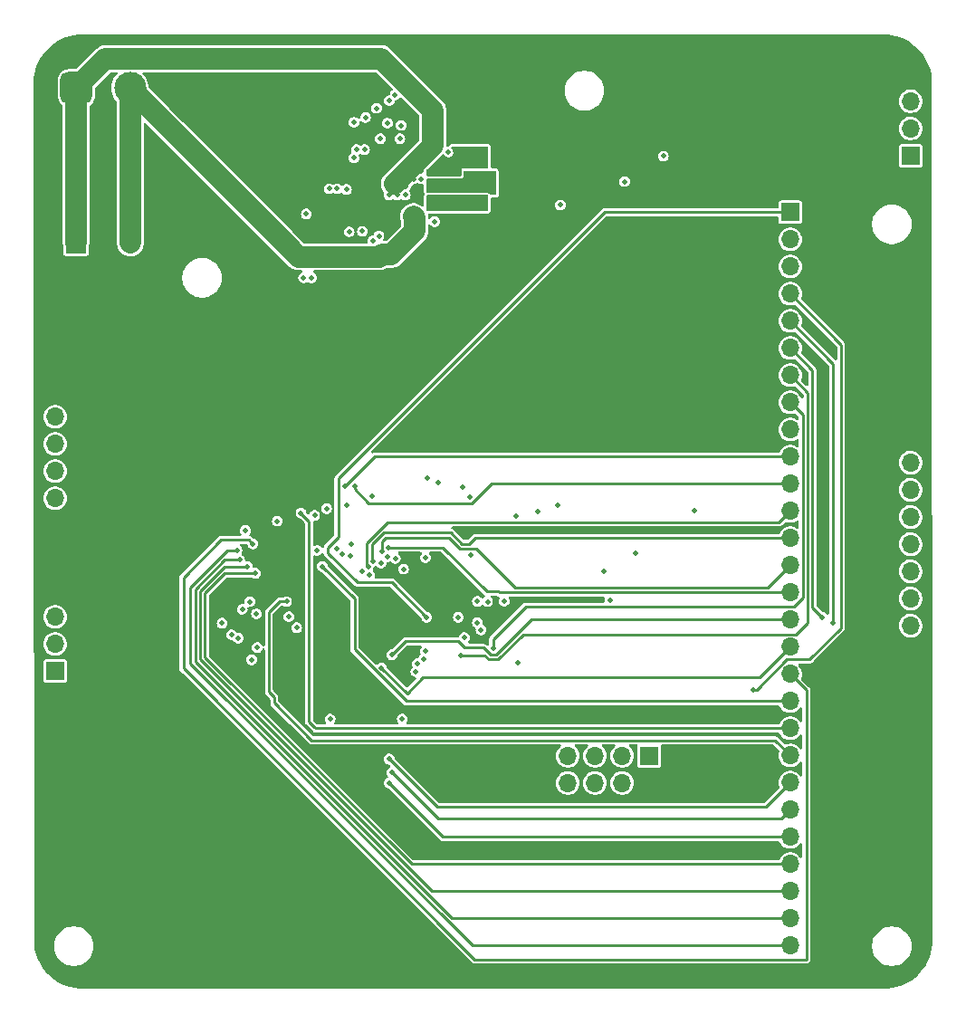
<source format=gbr>
%TF.GenerationSoftware,KiCad,Pcbnew,8.0.7*%
%TF.CreationDate,2025-04-02T17:47:29-05:00*%
%TF.ProjectId,FinalBoard,46696e61-6c42-46f6-9172-642e6b696361,rev?*%
%TF.SameCoordinates,Original*%
%TF.FileFunction,Copper,L2,Inr*%
%TF.FilePolarity,Positive*%
%FSLAX46Y46*%
G04 Gerber Fmt 4.6, Leading zero omitted, Abs format (unit mm)*
G04 Created by KiCad (PCBNEW 8.0.7) date 2025-04-02 17:47:29*
%MOMM*%
%LPD*%
G01*
G04 APERTURE LIST*
G04 Aperture macros list*
%AMRoundRect*
0 Rectangle with rounded corners*
0 $1 Rounding radius*
0 $2 $3 $4 $5 $6 $7 $8 $9 X,Y pos of 4 corners*
0 Add a 4 corners polygon primitive as box body*
4,1,4,$2,$3,$4,$5,$6,$7,$8,$9,$2,$3,0*
0 Add four circle primitives for the rounded corners*
1,1,$1+$1,$2,$3*
1,1,$1+$1,$4,$5*
1,1,$1+$1,$6,$7*
1,1,$1+$1,$8,$9*
0 Add four rect primitives between the rounded corners*
20,1,$1+$1,$2,$3,$4,$5,0*
20,1,$1+$1,$4,$5,$6,$7,0*
20,1,$1+$1,$6,$7,$8,$9,0*
20,1,$1+$1,$8,$9,$2,$3,0*%
G04 Aperture macros list end*
%TA.AperFunction,ComponentPad*%
%ADD10O,1.905000X2.000000*%
%TD*%
%TA.AperFunction,ComponentPad*%
%ADD11R,1.905000X2.000000*%
%TD*%
%TA.AperFunction,ComponentPad*%
%ADD12R,1.700000X1.700000*%
%TD*%
%TA.AperFunction,ComponentPad*%
%ADD13O,1.700000X1.700000*%
%TD*%
%TA.AperFunction,ComponentPad*%
%ADD14C,3.000000*%
%TD*%
%TA.AperFunction,ComponentPad*%
%ADD15RoundRect,0.750000X-0.750000X-0.750000X0.750000X-0.750000X0.750000X0.750000X-0.750000X0.750000X0*%
%TD*%
%TA.AperFunction,ViaPad*%
%ADD16C,0.500000*%
%TD*%
%TA.AperFunction,Conductor*%
%ADD17C,0.250000*%
%TD*%
%TA.AperFunction,Conductor*%
%ADD18C,2.000000*%
%TD*%
G04 APERTURE END LIST*
D10*
%TO.N,+BATT*%
%TO.C,U4*%
X124540000Y-69945000D03*
%TO.N,+3V3*%
X122000000Y-69945000D03*
D11*
%TO.N,-BATT*%
X119460000Y-69945000D03*
%TD*%
D12*
%TO.N,Net-(J7-Pin_1)*%
%TO.C,J7*%
X186250000Y-67120000D03*
D13*
%TO.N,Net-(J7-Pin_2)*%
X186250000Y-69660000D03*
%TO.N,Net-(J7-Pin_3)*%
X186250000Y-72200000D03*
%TO.N,Net-(J7-Pin_4)*%
X186250000Y-74740000D03*
%TO.N,Net-(J7-Pin_5)*%
X186250000Y-77280000D03*
%TO.N,Net-(J7-Pin_6)*%
X186250000Y-79820000D03*
%TO.N,Net-(J7-Pin_7)*%
X186250000Y-82360000D03*
%TO.N,Net-(J7-Pin_8)*%
X186250000Y-84900000D03*
%TO.N,Net-(J7-Pin_9)*%
X186250000Y-87440000D03*
%TO.N,Net-(J7-Pin_10)*%
X186250000Y-89980000D03*
%TO.N,Net-(J7-Pin_11)*%
X186250000Y-92520000D03*
%TO.N,Net-(J7-Pin_12)*%
X186250000Y-95060000D03*
%TO.N,Net-(J7-Pin_13)*%
X186250000Y-97600000D03*
%TO.N,/C_14*%
X186250000Y-100140000D03*
%TO.N,/C_15*%
X186250000Y-102680000D03*
%TO.N,/C_16*%
X186250000Y-105220000D03*
%TO.N,Net-(J7-Pin_17)*%
X186250000Y-107760000D03*
%TO.N,Net-(J7-Pin_18)*%
X186250000Y-110300000D03*
%TO.N,Net-(J7-Pin_19)*%
X186250000Y-112840000D03*
%TO.N,Net-(J7-Pin_20)*%
X186250000Y-115380000D03*
%TO.N,Net-(J7-Pin_21)*%
X186250000Y-117920000D03*
%TO.N,Net-(J7-Pin_22)*%
X186250000Y-120460000D03*
%TO.N,Net-(J7-Pin_23)*%
X186250000Y-123000000D03*
%TO.N,Net-(J7-Pin_24)*%
X186250000Y-125540000D03*
%TO.N,Net-(J7-Pin_25)*%
X186250000Y-128080000D03*
%TO.N,Net-(J7-Pin_26)*%
X186250000Y-130620000D03*
%TO.N,Net-(J7-Pin_27)*%
X186250000Y-133160000D03*
%TO.N,Net-(J7-Pin_28)*%
X186250000Y-135700000D03*
%TD*%
%TO.N,/UART_TX*%
%TO.C,J6*%
X117500000Y-104955000D03*
%TO.N,/UART_RX*%
X117500000Y-107495000D03*
D12*
%TO.N,-BATT*%
X117500000Y-110035000D03*
%TD*%
D13*
%TO.N,/SWCLK*%
%TO.C,J5*%
X117500000Y-86250000D03*
%TO.N,/SWDIO*%
X117500000Y-88790000D03*
%TO.N,/NRST*%
X117500000Y-91330000D03*
%TO.N,-BATT*%
X117500000Y-93870000D03*
D12*
%TO.N,+3V3*%
X117500000Y-96410000D03*
%TD*%
%TO.N,+3V3*%
%TO.C,J4*%
X197500000Y-88000000D03*
D13*
%TO.N,-BATT*%
X197500000Y-90540000D03*
%TO.N,/ENC_U*%
X197500000Y-93080000D03*
%TO.N,/ENC_V*%
X197500000Y-95620000D03*
%TO.N,/ENC_W*%
X197500000Y-98160000D03*
%TO.N,/ENC_SDA{slash}DO*%
X197500000Y-100700000D03*
%TO.N,/ENC_SCL{slash}CLK*%
X197500000Y-103240000D03*
%TO.N,/ENC_VDD{slash}CSN*%
X197500000Y-105780000D03*
%TD*%
D12*
%TO.N,/OUTA*%
%TO.C,J3*%
X197500000Y-61830000D03*
D13*
%TO.N,/OUTB*%
X197500000Y-59290000D03*
%TO.N,/OUTC*%
X197500000Y-56750000D03*
%TD*%
D12*
%TO.N,-BATT*%
%TO.C,J2*%
X173080000Y-117960000D03*
D13*
%TO.N,+3V3*%
X173080000Y-120500000D03*
%TO.N,/NRF_CE*%
X170540000Y-117960000D03*
%TO.N,/NRF_CSN*%
X170540000Y-120500000D03*
%TO.N,/NRF_SCK*%
X168000000Y-117960000D03*
%TO.N,/NRF_MOSI*%
X168000000Y-120500000D03*
%TO.N,/NRF_MISO*%
X165460000Y-117960000D03*
%TO.N,/NRF_IRQ*%
X165460000Y-120500000D03*
%TD*%
D14*
%TO.N,+BATT*%
%TO.C,J1*%
X124500000Y-55500000D03*
D15*
%TO.N,-BATT*%
X119500000Y-55500000D03*
%TD*%
D16*
%TO.N,/BOOT*%
X135304987Y-96881883D03*
X141771382Y-95478618D03*
%TO.N,+BATT*%
X151500000Y-68250000D03*
X150643135Y-67663674D03*
X151248268Y-67678818D03*
X151250000Y-67057600D03*
X150633521Y-67057600D03*
%TO.N,-BATT*%
X151750000Y-64000000D03*
X151750000Y-63250000D03*
X151000000Y-63250000D03*
X150250000Y-63250000D03*
X150250000Y-65500000D03*
X148750000Y-65500000D03*
X149500000Y-65500000D03*
X148750000Y-64750000D03*
X149500000Y-64750000D03*
X150250000Y-64750000D03*
X151000000Y-64000000D03*
X150250000Y-64000000D03*
X149500000Y-64000000D03*
X148750000Y-64000000D03*
%TO.N,Net-(J7-Pin_1)*%
X152250000Y-105000000D03*
%TO.N,Net-(J7-Pin_2)*%
X157000000Y-105500000D03*
%TO.N,-BATT*%
X155211099Y-105000012D03*
%TO.N,Net-(J7-Pin_3)*%
X157335412Y-106170823D03*
%TO.N,Net-(J7-Pin_4)*%
X155769730Y-106903614D03*
X182750000Y-111750000D03*
%TO.N,Net-(J7-Pin_5)*%
X157000000Y-103500000D03*
X190250000Y-105500000D03*
%TO.N,Net-(J7-Pin_6)*%
X159488842Y-103490878D03*
X189250000Y-105000000D03*
%TO.N,Net-(J7-Pin_7)*%
X155468870Y-108561522D03*
%TO.N,Net-(J7-Pin_8)*%
X158472155Y-107874380D03*
%TO.N,Net-(J7-Pin_10)*%
X144625000Y-92750000D03*
%TO.N,Net-(J7-Pin_11)*%
X145500000Y-92750000D03*
%TO.N,Net-(J7-Pin_12)*%
X146775000Y-100264175D03*
%TO.N,Net-(J7-Pin_13)*%
X147250000Y-99750000D03*
%TO.N,/C_14*%
X148107158Y-98868411D03*
%TO.N,/C_15*%
X148696360Y-98490466D03*
%TO.N,/C_16*%
X149000000Y-108500000D03*
%TO.N,Net-(J7-Pin_17)*%
X148031232Y-109718769D03*
%TO.N,Net-(J7-Pin_18)*%
X136000000Y-98125000D03*
%TO.N,Net-(J7-Pin_19)*%
X142500000Y-100250000D03*
%TO.N,/NRF_IRQ*%
X157943759Y-103534961D03*
X169375000Y-103375000D03*
%TO.N,Net-(J7-Pin_20)*%
X140500000Y-95250000D03*
%TO.N,Net-(J7-Pin_21)*%
X139148124Y-103530290D03*
%TO.N,Net-(J7-Pin_22)*%
X148750000Y-118250000D03*
%TO.N,Net-(J7-Pin_23)*%
X149000000Y-119500000D03*
%TO.N,Net-(J7-Pin_24)*%
X148750000Y-120500000D03*
%TO.N,Net-(J7-Pin_25)*%
X136250000Y-100875000D03*
%TO.N,Net-(J7-Pin_26)*%
X135500000Y-100250000D03*
%TO.N,Net-(J7-Pin_27)*%
X134750000Y-99625000D03*
%TO.N,Net-(J7-Pin_28)*%
X134500000Y-98750000D03*
%TO.N,Net-(U5-PF1)*%
X135000000Y-104250000D03*
X134627566Y-106943415D03*
%TO.N,Net-(U5-PF0)*%
X135716453Y-103537875D03*
X133992609Y-106626493D03*
%TO.N,+3V3*%
X125750000Y-124725000D03*
X128250000Y-106750000D03*
%TO.N,/OUTC*%
X174375000Y-61875000D03*
%TO.N,/OUTB*%
X170750000Y-64250000D03*
%TO.N,/OUTA*%
X164750000Y-66450000D03*
%TO.N,/OUTC*%
X154707172Y-62465528D03*
X153000000Y-63250000D03*
X155000000Y-63250000D03*
X154309018Y-63220491D03*
%TO.N,/OUTB*%
X155000000Y-64750000D03*
X154250000Y-64750000D03*
X153500000Y-64750000D03*
X152750000Y-64750000D03*
%TO.N,/OUTA*%
X155000000Y-66250000D03*
X154250000Y-66250000D03*
X153500000Y-66250000D03*
X152750000Y-66250000D03*
%TO.N,-BATT*%
X141500000Y-73250000D03*
X140750000Y-73250000D03*
%TO.N,+3V3*%
X151250000Y-59750000D03*
X136000000Y-62000000D03*
X137250000Y-62000000D03*
X136000000Y-61000000D03*
X137750000Y-60250000D03*
X136750000Y-60250000D03*
X137750000Y-61250000D03*
X136625000Y-61375000D03*
X137250000Y-60750000D03*
%TO.N,-BATT*%
X141000000Y-67287500D03*
%TO.N,/DRVOFF*%
X154286031Y-61522713D03*
X147782640Y-69335030D03*
%TO.N,Net-(U1-CP)*%
X153000000Y-68000000D03*
%TO.N,Net-(U1-VREF_ILIM)*%
X144750000Y-65000000D03*
%TO.N,/ENC_U*%
X160750000Y-109250000D03*
X136411676Y-107825000D03*
%TO.N,/ENC_VDD{slash}CSN*%
X139361083Y-104934321D03*
%TO.N,/NRST*%
X133125000Y-105558631D03*
X136332468Y-104675792D03*
%TO.N,/NRF_CSN*%
X140091909Y-105975793D03*
%TO.N,/NRF_CE*%
X152136891Y-108175000D03*
%TO.N,/NRF_SCK*%
X151963192Y-108904611D03*
%TO.N,/NRF_MISO*%
X151361943Y-109352945D03*
%TO.N,/NRF_MOSI*%
X151234089Y-110091970D03*
%TO.N,-BATT*%
X142000000Y-98750000D03*
%TO.N,+3V3*%
X139962500Y-98750000D03*
%TO.N,/INLA*%
X147925000Y-60250000D03*
%TO.N,/INHA*%
X149875000Y-59000000D03*
%TO.N,/INLA*%
X147202076Y-69795412D03*
%TO.N,/SCLK*%
X143130487Y-64925000D03*
X145000000Y-68950000D03*
%TO.N,/SCS_N*%
X143865674Y-64925000D03*
X146243327Y-68900023D03*
%TO.N,/SLEEP_N*%
X145077552Y-99268146D03*
X156250000Y-93750000D03*
%TO.N,/FAULT_N*%
X155644103Y-92846655D03*
X145197812Y-98168304D03*
%TO.N,/SOA*%
X164500000Y-94500000D03*
X146200000Y-100717540D03*
%TO.N,-BATT*%
X135875000Y-108962500D03*
%TO.N,/VSEN_A*%
X168825406Y-100690000D03*
X146925449Y-101069163D03*
%TO.N,-BATT*%
X156375000Y-99200183D03*
%TO.N,/VSEN_B*%
X171750000Y-99000000D03*
X147980864Y-99917691D03*
%TO.N,/SOB*%
X162614833Y-95125000D03*
X148621999Y-99342692D03*
%TO.N,/SOC*%
X149313229Y-99500000D03*
X160640769Y-95540642D03*
%TO.N,/VSEN_C*%
X177250000Y-95000000D03*
X150085310Y-100491986D03*
%TO.N,+3V3*%
X135875000Y-111037500D03*
X145125000Y-114500000D03*
%TO.N,-BATT*%
X143212500Y-114500000D03*
%TO.N,+3V3*%
X155750000Y-103462500D03*
%TO.N,-BATT*%
X149962500Y-114500000D03*
%TO.N,+3V3*%
X152037500Y-114500000D03*
%TO.N,/SDO*%
X145452759Y-62047241D03*
X145453338Y-58703338D03*
%TO.N,/INLC*%
X145689378Y-61272338D03*
X146521536Y-58271536D03*
%TO.N,+3V3*%
X150713026Y-60574474D03*
%TO.N,-BATT*%
X149749997Y-60250003D03*
%TO.N,/INHA*%
X149293994Y-56154025D03*
%TO.N,/INHB*%
X148754468Y-56675000D03*
X148581376Y-58784740D03*
%TO.N,/INHC*%
X147564798Y-57397153D03*
X146439354Y-61266068D03*
%TO.N,-BATT*%
X138287500Y-96000000D03*
%TO.N,+3V3*%
X136212500Y-96000000D03*
X155750000Y-97212500D03*
%TO.N,/SWDIO*%
X153309967Y-92425000D03*
%TO.N,/SWCLK*%
X152301617Y-91975000D03*
%TO.N,/ENC_SCL{slash}CLK*%
X152133882Y-99409190D03*
%TO.N,/ENC_V*%
X147126185Y-93702439D03*
%TO.N,Net-(J7-Pin_9)*%
X144750000Y-94500000D03*
%TO.N,/UART_TX*%
X144347274Y-99097274D03*
%TO.N,/UART_RX*%
X143816942Y-98566942D03*
%TO.N,/ENC_SDA{slash}DO*%
X142884764Y-94829722D03*
%TO.N,-BATT*%
X118750000Y-62500000D03*
X119500000Y-62500000D03*
X120250000Y-62500000D03*
X120250000Y-61750000D03*
X119500000Y-61750000D03*
X118750000Y-61750000D03*
X118750000Y-61000000D03*
X119500000Y-61000000D03*
X120250000Y-61000000D03*
%TO.N,+BATT*%
X125250000Y-62500000D03*
X124500000Y-62500000D03*
X123750000Y-62500000D03*
X123750000Y-61750000D03*
X124500000Y-61750000D03*
X125250000Y-61750000D03*
X125250000Y-61000000D03*
X124500000Y-61000000D03*
X123750000Y-61000000D03*
%TD*%
D17*
%TO.N,Net-(J7-Pin_27)*%
X133352208Y-99625000D02*
X134750000Y-99625000D01*
%TO.N,Net-(J7-Pin_26)*%
X131050000Y-102563604D02*
X133363604Y-100250000D01*
%TO.N,Net-(J7-Pin_25)*%
X186250000Y-128080000D02*
X150830000Y-128080000D01*
X131500000Y-108750000D02*
X131500000Y-102750000D01*
X150830000Y-128080000D02*
X131500000Y-108750000D01*
%TO.N,Net-(J7-Pin_26)*%
X133363604Y-100250000D02*
X135500000Y-100250000D01*
X186250000Y-130620000D02*
X152733604Y-130620000D01*
%TO.N,Net-(J7-Pin_27)*%
X130600000Y-102377208D02*
X133352208Y-99625000D01*
%TO.N,Net-(J7-Pin_26)*%
X152733604Y-130620000D02*
X131050000Y-108936396D01*
%TO.N,Net-(J7-Pin_25)*%
X131500000Y-102750000D02*
X133375000Y-100875000D01*
%TO.N,Net-(J7-Pin_27)*%
X154637208Y-133160000D02*
X130600000Y-109122792D01*
%TO.N,Net-(J7-Pin_25)*%
X133375000Y-100875000D02*
X136250000Y-100875000D01*
%TO.N,Net-(J7-Pin_26)*%
X131050000Y-108936396D02*
X131050000Y-102563604D01*
%TO.N,Net-(J7-Pin_27)*%
X186250000Y-133160000D02*
X154637208Y-133160000D01*
X130600000Y-109122792D02*
X130600000Y-102377208D01*
%TO.N,/C_14*%
X160500000Y-102230000D02*
X184160000Y-102230000D01*
%TO.N,Net-(J7-Pin_13)*%
X156767661Y-97600000D02*
X156242478Y-98125183D01*
X147175000Y-98188604D02*
X147175000Y-99675000D01*
%TO.N,/C_14*%
X155374510Y-98575183D02*
X156845183Y-98575183D01*
%TO.N,Net-(J7-Pin_13)*%
X156242478Y-98125183D02*
X155560906Y-98125183D01*
%TO.N,/C_14*%
X184160000Y-102230000D02*
X186250000Y-100140000D01*
X154342887Y-97543560D02*
X155374510Y-98575183D01*
X148109780Y-97890220D02*
X148456440Y-97543560D01*
X148107158Y-98868411D02*
X148107158Y-98369187D01*
%TO.N,Net-(J7-Pin_13)*%
X186250000Y-97600000D02*
X156767661Y-97600000D01*
X148270044Y-97093560D02*
X147175000Y-98188604D01*
%TO.N,/C_14*%
X156845183Y-98575183D02*
X160500000Y-102230000D01*
X148109780Y-98366565D02*
X148109780Y-97890220D01*
X148456440Y-97543560D02*
X154342887Y-97543560D01*
%TO.N,Net-(J7-Pin_13)*%
X155560906Y-98125183D02*
X154529283Y-97093560D01*
X147175000Y-99675000D02*
X147250000Y-99750000D01*
X154529283Y-97093560D02*
X148270044Y-97093560D01*
%TO.N,/C_14*%
X148107158Y-98369187D02*
X148109780Y-98366565D01*
%TO.N,Net-(J7-Pin_18)*%
X133000000Y-97750000D02*
X135625000Y-97750000D01*
X135625000Y-97750000D02*
X136000000Y-98125000D01*
X156750000Y-137000000D02*
X129500000Y-109750000D01*
X129500000Y-101250000D02*
X133000000Y-97750000D01*
X187750000Y-111800000D02*
X187750000Y-137000000D01*
X187750000Y-137000000D02*
X156750000Y-137000000D01*
X186250000Y-110300000D02*
X187750000Y-111800000D01*
X129500000Y-109750000D02*
X129500000Y-101250000D01*
%TO.N,Net-(J7-Pin_8)*%
X161500000Y-104000000D02*
X158472155Y-107027845D01*
X186591701Y-104000000D02*
X161500000Y-104000000D01*
%TO.N,/C_16*%
X158731039Y-108499380D02*
X158213271Y-108499380D01*
X150250000Y-107250000D02*
X149000000Y-108500000D01*
%TO.N,Net-(J7-Pin_7)*%
X187875000Y-83985000D02*
X187875000Y-105500000D01*
X158917435Y-108949380D02*
X158026875Y-108949380D01*
%TO.N,Net-(J7-Pin_8)*%
X158472155Y-107027845D02*
X158472155Y-107874380D01*
%TO.N,Net-(J7-Pin_7)*%
X158026875Y-108949380D02*
X157639017Y-108561522D01*
X157639017Y-108561522D02*
X155468870Y-108561522D01*
X186250000Y-82360000D02*
X187875000Y-83985000D01*
%TO.N,/C_16*%
X155232232Y-107250000D02*
X150250000Y-107250000D01*
X186250000Y-105220000D02*
X162010419Y-105220000D01*
%TO.N,Net-(J7-Pin_7)*%
X186790000Y-106585000D02*
X161281815Y-106585000D01*
X161281815Y-106585000D02*
X158917435Y-108949380D01*
%TO.N,/C_16*%
X155800318Y-107818086D02*
X155232232Y-107250000D01*
X157531977Y-107818086D02*
X155800318Y-107818086D01*
%TO.N,Net-(J7-Pin_7)*%
X187875000Y-105500000D02*
X186790000Y-106585000D01*
%TO.N,/C_16*%
X158213271Y-108499380D02*
X157531977Y-107818086D01*
%TO.N,Net-(J7-Pin_8)*%
X187425000Y-103166701D02*
X186591701Y-104000000D01*
%TO.N,/C_16*%
X162010419Y-105220000D02*
X158731039Y-108499380D01*
%TO.N,Net-(J7-Pin_8)*%
X186250000Y-84900000D02*
X187425000Y-86075000D01*
X187425000Y-86075000D02*
X187425000Y-103166701D01*
%TO.N,Net-(J7-Pin_1)*%
X144000000Y-97500000D02*
X144000000Y-92000000D01*
%TO.N,Net-(J7-Pin_10)*%
X186250000Y-89980000D02*
X147395000Y-89980000D01*
%TO.N,Net-(J7-Pin_1)*%
X149000000Y-101750000D02*
X145750000Y-101750000D01*
X145750000Y-101750000D02*
X143000000Y-99000000D01*
X143000000Y-99000000D02*
X143000000Y-98500000D01*
%TO.N,Net-(J7-Pin_10)*%
X147395000Y-89980000D02*
X144625000Y-92750000D01*
%TO.N,Net-(J7-Pin_1)*%
X152250000Y-105000000D02*
X149000000Y-101750000D01*
X143000000Y-98500000D02*
X144000000Y-97500000D01*
X144000000Y-92000000D02*
X168880000Y-67120000D01*
X168880000Y-67120000D02*
X186250000Y-67120000D01*
%TO.N,Net-(J7-Pin_4)*%
X182750000Y-111750000D02*
X183138299Y-111750000D01*
X183138299Y-111750000D02*
X185953299Y-108935000D01*
X185953299Y-108935000D02*
X188065000Y-108935000D01*
X188065000Y-108935000D02*
X191000000Y-106000000D01*
X191000000Y-106000000D02*
X191000000Y-79490000D01*
X191000000Y-79490000D02*
X186250000Y-74740000D01*
%TO.N,Net-(J7-Pin_17)*%
X150437463Y-112125000D02*
X148031232Y-109718769D01*
X183375000Y-110635000D02*
X151927463Y-110635000D01*
X186250000Y-107760000D02*
X183375000Y-110635000D01*
X151927463Y-110635000D02*
X150437463Y-112125000D01*
%TO.N,/C_15*%
X157863365Y-102570936D02*
X158954820Y-102570936D01*
X153782895Y-98490466D02*
X157863365Y-102570936D01*
X148696360Y-98490466D02*
X153782895Y-98490466D01*
X159063884Y-102680000D02*
X186250000Y-102680000D01*
X158954820Y-102570936D02*
X159063884Y-102680000D01*
%TO.N,Net-(J7-Pin_5)*%
X190250000Y-81280000D02*
X190250000Y-105500000D01*
X186250000Y-77280000D02*
X190250000Y-81280000D01*
%TO.N,Net-(J7-Pin_6)*%
X188325000Y-104075000D02*
X189250000Y-105000000D01*
X188325000Y-81895000D02*
X188325000Y-104075000D01*
X186250000Y-79820000D02*
X188325000Y-81895000D01*
%TO.N,Net-(J7-Pin_11)*%
X146825000Y-94325000D02*
X145500000Y-93000000D01*
X158293173Y-92520000D02*
X156488173Y-94325000D01*
X145500000Y-93000000D02*
X145500000Y-92750000D01*
X156488173Y-94325000D02*
X146825000Y-94325000D01*
X186250000Y-92520000D02*
X158293173Y-92520000D01*
%TO.N,Net-(J7-Pin_12)*%
X186250000Y-95060000D02*
X185194358Y-96115642D01*
X146675000Y-100175000D02*
X146764175Y-100264175D01*
X185194358Y-96115642D02*
X148611566Y-96115642D01*
X146675000Y-98052208D02*
X146675000Y-100175000D01*
X148611566Y-96115642D02*
X146675000Y-98052208D01*
X146764175Y-100264175D02*
X146775000Y-100264175D01*
%TO.N,Net-(J7-Pin_19)*%
X186250000Y-112840000D02*
X150339289Y-112840000D01*
X145500000Y-107250000D02*
X145500000Y-103250000D01*
X145500000Y-108000711D02*
X145500000Y-107250000D01*
X150339289Y-112840000D02*
X145500000Y-108000711D01*
X145500000Y-103250000D02*
X142500000Y-100250000D01*
%TO.N,Net-(J7-Pin_20)*%
X141880000Y-115380000D02*
X141750000Y-115250000D01*
X141750000Y-115250000D02*
X141250000Y-114750000D01*
X186250000Y-115380000D02*
X141880000Y-115380000D01*
X141250000Y-114750000D02*
X141250000Y-96000000D01*
X141250000Y-96000000D02*
X140500000Y-95250000D01*
%TO.N,Net-(J7-Pin_21)*%
X184830000Y-116500000D02*
X141500000Y-116500000D01*
X137500000Y-112000000D02*
X137500000Y-104500000D01*
X141500000Y-116500000D02*
X138000000Y-113000000D01*
X137500000Y-104500000D02*
X138469710Y-103530290D01*
X186250000Y-117920000D02*
X184830000Y-116500000D01*
X138000000Y-113000000D02*
X138000000Y-112500000D01*
X138000000Y-112500000D02*
X137500000Y-112000000D01*
X138469710Y-103530290D02*
X139148124Y-103530290D01*
%TO.N,Net-(J7-Pin_23)*%
X153350000Y-123850000D02*
X149000000Y-119500000D01*
X185400000Y-123850000D02*
X153350000Y-123850000D01*
X186250000Y-123000000D02*
X185400000Y-123850000D01*
%TO.N,Net-(J7-Pin_22)*%
X186250000Y-120460000D02*
X183960000Y-122750000D01*
X183960000Y-122750000D02*
X156750000Y-122750000D01*
X156750000Y-122750000D02*
X153250000Y-122750000D01*
X153250000Y-122750000D02*
X148750000Y-118250000D01*
%TO.N,Net-(J7-Pin_24)*%
X186250000Y-125540000D02*
X153790000Y-125540000D01*
X153790000Y-125540000D02*
X148750000Y-120500000D01*
%TO.N,Net-(J7-Pin_28)*%
X130150000Y-102190812D02*
X133590812Y-98750000D01*
X186250000Y-135700000D02*
X156540812Y-135700000D01*
X156540812Y-135700000D02*
X130150000Y-109309188D01*
X133590812Y-98750000D02*
X134500000Y-98750000D01*
X130150000Y-109309188D02*
X130150000Y-102190812D01*
D18*
%TO.N,+BATT*%
X124525000Y-55525000D02*
X140295412Y-71295412D01*
X147823397Y-71295412D02*
X148046436Y-71072373D01*
X151125000Y-68900830D02*
X151125000Y-67625000D01*
X148953457Y-71072373D02*
X151125000Y-68900830D01*
X148046436Y-71072373D02*
X148953457Y-71072373D01*
X151125000Y-67625000D02*
X151025000Y-67525000D01*
X140295412Y-71295412D02*
X147823397Y-71295412D01*
%TO.N,-BATT*%
X152825000Y-60885550D02*
X149250000Y-64460550D01*
X122200000Y-52760550D02*
X148021840Y-52760550D01*
X152825000Y-57563710D02*
X152825000Y-60885550D01*
X148021840Y-52760550D02*
X152825000Y-57563710D01*
X119500000Y-55460550D02*
X122200000Y-52760550D01*
X119460000Y-69952500D02*
X119460000Y-55540000D01*
X119460000Y-55540000D02*
X119500000Y-55500000D01*
%TO.N,+BATT*%
X124540000Y-70000000D02*
X124540000Y-55540000D01*
X124540000Y-55540000D02*
X124500000Y-55500000D01*
%TD*%
%TA.AperFunction,Conductor*%
%TO.N,+3V3*%
G36*
X151737849Y-98885651D02*
G01*
X151783604Y-98938455D01*
X151793548Y-99007613D01*
X151764523Y-99071167D01*
X151711934Y-99131860D01*
X151708505Y-99135817D01*
X151708504Y-99135818D01*
X151648716Y-99266733D01*
X151628235Y-99409190D01*
X151648716Y-99551646D01*
X151690189Y-99642457D01*
X151708505Y-99682563D01*
X151802754Y-99791333D01*
X151923829Y-99869143D01*
X151923832Y-99869144D01*
X151923831Y-99869144D01*
X152061918Y-99909689D01*
X152061920Y-99909690D01*
X152061921Y-99909690D01*
X152205844Y-99909690D01*
X152205844Y-99909689D01*
X152343935Y-99869143D01*
X152465010Y-99791333D01*
X152559259Y-99682563D01*
X152619047Y-99551647D01*
X152639529Y-99409190D01*
X152619047Y-99266733D01*
X152559259Y-99135817D01*
X152503240Y-99071167D01*
X152474216Y-99007613D01*
X152484160Y-98938455D01*
X152529915Y-98885651D01*
X152596954Y-98865966D01*
X153575996Y-98865966D01*
X153643035Y-98885651D01*
X153663677Y-98902285D01*
X157562890Y-102801498D01*
X157632803Y-102871411D01*
X157664501Y-102889712D01*
X157676658Y-102896731D01*
X157724872Y-102947299D01*
X157738094Y-103015906D01*
X157712125Y-103080770D01*
X157681696Y-103108432D01*
X157612633Y-103152816D01*
X157612632Y-103152817D01*
X157580738Y-103189624D01*
X157521959Y-103227398D01*
X157452090Y-103227397D01*
X157393313Y-103189623D01*
X157385304Y-103180380D01*
X157331128Y-103117857D01*
X157210053Y-103040047D01*
X157210051Y-103040046D01*
X157210049Y-103040045D01*
X157210050Y-103040045D01*
X157071963Y-102999500D01*
X157071961Y-102999500D01*
X156928039Y-102999500D01*
X156928036Y-102999500D01*
X156789949Y-103040045D01*
X156668873Y-103117856D01*
X156574623Y-103226626D01*
X156574622Y-103226628D01*
X156514834Y-103357543D01*
X156494353Y-103500000D01*
X156514834Y-103642456D01*
X156555898Y-103732372D01*
X156574623Y-103773373D01*
X156668872Y-103882143D01*
X156789947Y-103959953D01*
X156789950Y-103959954D01*
X156789949Y-103959954D01*
X156846737Y-103976628D01*
X156918942Y-103997829D01*
X156928036Y-104000499D01*
X156928038Y-104000500D01*
X156928039Y-104000500D01*
X157071962Y-104000500D01*
X157071962Y-104000499D01*
X157210053Y-103959953D01*
X157331128Y-103882143D01*
X157363021Y-103845335D01*
X157421796Y-103807563D01*
X157491665Y-103807562D01*
X157550444Y-103845336D01*
X157612631Y-103917104D01*
X157733706Y-103994914D01*
X157733709Y-103994915D01*
X157733708Y-103994915D01*
X157840866Y-104026378D01*
X157855886Y-104030789D01*
X157871795Y-104035460D01*
X157871797Y-104035461D01*
X157871798Y-104035461D01*
X158015721Y-104035461D01*
X158015721Y-104035460D01*
X158134791Y-104000499D01*
X158153809Y-103994915D01*
X158153809Y-103994914D01*
X158153812Y-103994914D01*
X158274887Y-103917104D01*
X158369136Y-103808334D01*
X158428924Y-103677418D01*
X158449406Y-103534961D01*
X158428924Y-103392504D01*
X158369136Y-103261588D01*
X158369133Y-103261584D01*
X158273865Y-103151638D01*
X158244840Y-103088083D01*
X158254784Y-103018924D01*
X158300539Y-102966120D01*
X158367578Y-102946436D01*
X158747920Y-102946436D01*
X158814959Y-102966121D01*
X158826783Y-102975649D01*
X158826876Y-102975529D01*
X158833319Y-102980473D01*
X158833321Y-102980475D01*
X158918947Y-103029911D01*
X158982441Y-103046924D01*
X159042101Y-103083287D01*
X159072631Y-103146134D01*
X159064337Y-103215509D01*
X159063143Y-103218209D01*
X159003676Y-103348423D01*
X158983195Y-103490878D01*
X159003676Y-103633334D01*
X159048906Y-103732372D01*
X159063465Y-103764251D01*
X159157714Y-103873021D01*
X159278789Y-103950831D01*
X159278792Y-103950832D01*
X159278791Y-103950832D01*
X159385949Y-103982295D01*
X159393725Y-103984579D01*
X159416878Y-103991377D01*
X159416880Y-103991378D01*
X159416881Y-103991378D01*
X159560804Y-103991378D01*
X159560804Y-103991377D01*
X159698895Y-103950831D01*
X159819970Y-103873021D01*
X159914219Y-103764251D01*
X159974007Y-103633335D01*
X159994489Y-103490878D01*
X159974007Y-103348421D01*
X159935683Y-103264503D01*
X159920388Y-103231011D01*
X159910444Y-103161853D01*
X159939469Y-103098297D01*
X159998247Y-103060523D01*
X160033182Y-103055500D01*
X168777740Y-103055500D01*
X168844779Y-103075185D01*
X168890534Y-103127989D01*
X168900478Y-103197147D01*
X168890536Y-103231009D01*
X168889834Y-103232544D01*
X168869353Y-103374999D01*
X168884860Y-103482853D01*
X168874916Y-103552011D01*
X168829161Y-103604815D01*
X168762122Y-103624500D01*
X161450563Y-103624500D01*
X161418371Y-103633126D01*
X161418370Y-103633125D01*
X161355066Y-103650088D01*
X161355059Y-103650091D01*
X161269436Y-103699526D01*
X158171681Y-106797281D01*
X158122246Y-106882904D01*
X158122246Y-106882905D01*
X158122245Y-106882907D01*
X158096655Y-106978410D01*
X158096655Y-106978412D01*
X158096655Y-107497195D01*
X158076970Y-107564234D01*
X158066370Y-107578396D01*
X158040972Y-107607708D01*
X158038174Y-107605283D01*
X157998573Y-107639589D01*
X157929413Y-107649522D01*
X157865861Y-107620489D01*
X157859396Y-107614468D01*
X157762540Y-107517612D01*
X157762539Y-107517611D01*
X157676915Y-107468176D01*
X157629163Y-107455381D01*
X157629161Y-107455380D01*
X157629159Y-107455379D01*
X157581413Y-107442586D01*
X157581412Y-107442586D01*
X156236487Y-107442586D01*
X156169448Y-107422901D01*
X156123693Y-107370097D01*
X156113749Y-107300939D01*
X156142774Y-107237384D01*
X156195104Y-107176991D01*
X156195104Y-107176989D01*
X156195107Y-107176987D01*
X156254895Y-107046071D01*
X156275377Y-106903614D01*
X156254895Y-106761157D01*
X156195107Y-106630241D01*
X156100858Y-106521471D01*
X155979783Y-106443661D01*
X155979781Y-106443660D01*
X155979779Y-106443659D01*
X155979780Y-106443659D01*
X155841693Y-106403114D01*
X155841691Y-106403114D01*
X155697769Y-106403114D01*
X155697766Y-106403114D01*
X155559679Y-106443659D01*
X155438603Y-106521470D01*
X155344353Y-106630240D01*
X155344352Y-106630242D01*
X155284564Y-106761157D01*
X155283560Y-106768146D01*
X155254535Y-106831702D01*
X155195758Y-106869477D01*
X155160822Y-106874500D01*
X150200563Y-106874500D01*
X150159606Y-106885474D01*
X150159606Y-106885475D01*
X150105062Y-106900090D01*
X150105061Y-106900090D01*
X150105059Y-106900091D01*
X150019436Y-106949526D01*
X150019437Y-106949526D01*
X149005602Y-107963360D01*
X148944279Y-107996845D01*
X148935571Y-107998416D01*
X148928041Y-107999498D01*
X148789949Y-108040045D01*
X148668873Y-108117856D01*
X148574623Y-108226626D01*
X148574622Y-108226628D01*
X148514834Y-108357543D01*
X148494353Y-108500000D01*
X148514834Y-108642456D01*
X148574621Y-108773369D01*
X148574623Y-108773373D01*
X148668872Y-108882143D01*
X148789947Y-108959953D01*
X148789950Y-108959954D01*
X148789949Y-108959954D01*
X148928036Y-109000499D01*
X148928038Y-109000500D01*
X148928039Y-109000500D01*
X149071962Y-109000500D01*
X149071962Y-109000499D01*
X149210053Y-108959953D01*
X149331128Y-108882143D01*
X149425377Y-108773373D01*
X149426817Y-108770221D01*
X149453786Y-108711166D01*
X149485165Y-108642457D01*
X149495509Y-108570502D01*
X149524533Y-108506949D01*
X149530552Y-108500483D01*
X150369218Y-107661819D01*
X150430541Y-107628334D01*
X150456899Y-107625500D01*
X151679257Y-107625500D01*
X151746296Y-107645185D01*
X151792051Y-107697989D01*
X151801995Y-107767147D01*
X151772970Y-107830701D01*
X151750838Y-107856244D01*
X151711514Y-107901626D01*
X151711513Y-107901628D01*
X151651725Y-108032543D01*
X151631244Y-108175000D01*
X151651725Y-108317457D01*
X151651726Y-108317458D01*
X151675011Y-108368445D01*
X151684955Y-108437603D01*
X151655930Y-108501159D01*
X151638453Y-108516304D01*
X151638764Y-108516663D01*
X151632058Y-108522473D01*
X151537817Y-108631233D01*
X151537814Y-108631239D01*
X151478026Y-108762155D01*
X151477666Y-108763383D01*
X151476974Y-108764459D01*
X151474343Y-108770221D01*
X151473514Y-108769842D01*
X151439890Y-108822160D01*
X151376334Y-108851183D01*
X151358690Y-108852445D01*
X151289979Y-108852445D01*
X151151892Y-108892990D01*
X151030816Y-108970801D01*
X150936566Y-109079571D01*
X150936565Y-109079573D01*
X150876777Y-109210488D01*
X150856296Y-109352945D01*
X150876777Y-109495401D01*
X150916837Y-109583118D01*
X150926781Y-109652277D01*
X150897757Y-109715832D01*
X150808712Y-109818597D01*
X150808711Y-109818598D01*
X150748923Y-109949513D01*
X150728442Y-110091970D01*
X150748923Y-110234426D01*
X150794638Y-110334525D01*
X150808712Y-110365343D01*
X150902961Y-110474113D01*
X151024036Y-110551923D01*
X151024039Y-110551924D01*
X151024038Y-110551924D01*
X151170637Y-110594969D01*
X151170020Y-110597067D01*
X151222509Y-110621035D01*
X151260286Y-110679811D01*
X151260290Y-110749680D01*
X151228992Y-110802433D01*
X150525143Y-111506281D01*
X150463820Y-111539766D01*
X150394128Y-111534782D01*
X150349781Y-111506281D01*
X148561798Y-109718298D01*
X148528313Y-109656975D01*
X148526741Y-109648262D01*
X148523586Y-109626318D01*
X148516397Y-109576312D01*
X148492220Y-109523373D01*
X148456611Y-109445399D01*
X148456608Y-109445395D01*
X148447944Y-109435396D01*
X148362360Y-109336626D01*
X148241285Y-109258816D01*
X148241283Y-109258815D01*
X148241281Y-109258814D01*
X148241282Y-109258814D01*
X148103195Y-109218269D01*
X148103193Y-109218269D01*
X147959271Y-109218269D01*
X147959268Y-109218269D01*
X147821181Y-109258814D01*
X147700104Y-109336625D01*
X147632658Y-109414462D01*
X147573880Y-109452235D01*
X147504010Y-109452235D01*
X147451265Y-109420939D01*
X145911819Y-107881493D01*
X145878334Y-107820170D01*
X145875500Y-107793812D01*
X145875500Y-103200566D01*
X145875500Y-103200565D01*
X145872494Y-103189347D01*
X145849911Y-103105063D01*
X145812373Y-103040045D01*
X145800477Y-103019440D01*
X145800473Y-103019435D01*
X143030566Y-100249529D01*
X142997081Y-100188206D01*
X142995509Y-100179493D01*
X142985166Y-100107548D01*
X142985165Y-100107546D01*
X142985165Y-100107543D01*
X142963520Y-100060147D01*
X142925379Y-99976630D01*
X142925376Y-99976626D01*
X142890968Y-99936917D01*
X142831128Y-99867857D01*
X142710053Y-99790047D01*
X142710051Y-99790046D01*
X142710049Y-99790045D01*
X142710050Y-99790045D01*
X142571963Y-99749500D01*
X142571961Y-99749500D01*
X142428039Y-99749500D01*
X142428036Y-99749500D01*
X142289949Y-99790045D01*
X142168873Y-99867856D01*
X142074623Y-99976626D01*
X142074622Y-99976628D01*
X142014834Y-100107543D01*
X141994353Y-100250000D01*
X142014834Y-100392456D01*
X142062541Y-100496917D01*
X142074623Y-100523373D01*
X142168872Y-100632143D01*
X142289947Y-100709953D01*
X142289950Y-100709954D01*
X142289949Y-100709954D01*
X142428037Y-100750500D01*
X142435564Y-100751582D01*
X142499120Y-100780604D01*
X142505602Y-100786639D01*
X145088181Y-103369218D01*
X145121666Y-103430541D01*
X145124500Y-103456899D01*
X145124500Y-108050151D01*
X145131949Y-108077950D01*
X145131950Y-108077950D01*
X145150091Y-108145652D01*
X145196840Y-108226623D01*
X145196841Y-108226623D01*
X145196843Y-108226627D01*
X145199526Y-108231274D01*
X150038814Y-113070562D01*
X150108727Y-113140475D01*
X150194351Y-113189910D01*
X150242100Y-113202705D01*
X150242101Y-113202705D01*
X150252192Y-113205408D01*
X150289853Y-113215500D01*
X150289854Y-113215500D01*
X185130815Y-113215500D01*
X185197854Y-113235185D01*
X185241813Y-113284225D01*
X185310327Y-113421821D01*
X185317012Y-113430673D01*
X185433237Y-113584581D01*
X185583958Y-113721980D01*
X185583960Y-113721982D01*
X185683141Y-113783392D01*
X185757363Y-113829348D01*
X185947544Y-113903024D01*
X186148024Y-113940500D01*
X186148026Y-113940500D01*
X186351974Y-113940500D01*
X186351976Y-113940500D01*
X186552456Y-113903024D01*
X186742637Y-113829348D01*
X186916041Y-113721981D01*
X187066764Y-113584579D01*
X187151546Y-113472308D01*
X187207655Y-113430673D01*
X187277367Y-113425982D01*
X187338549Y-113459724D01*
X187371776Y-113521187D01*
X187374500Y-113547036D01*
X187374500Y-114672963D01*
X187354815Y-114740002D01*
X187302011Y-114785757D01*
X187232853Y-114795701D01*
X187169297Y-114766676D01*
X187151546Y-114747690D01*
X187072077Y-114642457D01*
X187066764Y-114635421D01*
X186916041Y-114498019D01*
X186916039Y-114498017D01*
X186742642Y-114390655D01*
X186742635Y-114390651D01*
X186647546Y-114353814D01*
X186552456Y-114316976D01*
X186351976Y-114279500D01*
X186148024Y-114279500D01*
X185947544Y-114316976D01*
X185947541Y-114316976D01*
X185947541Y-114316977D01*
X185757364Y-114390651D01*
X185757357Y-114390655D01*
X185583960Y-114498017D01*
X185583958Y-114498019D01*
X185433237Y-114635418D01*
X185312198Y-114795701D01*
X185310327Y-114798179D01*
X185241813Y-114935773D01*
X185194313Y-114987008D01*
X185130815Y-115004500D01*
X150459127Y-115004500D01*
X150392088Y-114984815D01*
X150346333Y-114932011D01*
X150336389Y-114862853D01*
X150365413Y-114799298D01*
X150368530Y-114795701D01*
X150387877Y-114773373D01*
X150447665Y-114642457D01*
X150468147Y-114500000D01*
X150447665Y-114357543D01*
X150387877Y-114226627D01*
X150293628Y-114117857D01*
X150172553Y-114040047D01*
X150172551Y-114040046D01*
X150172549Y-114040045D01*
X150172550Y-114040045D01*
X150034463Y-113999500D01*
X150034461Y-113999500D01*
X149890539Y-113999500D01*
X149890536Y-113999500D01*
X149752449Y-114040045D01*
X149631373Y-114117856D01*
X149537123Y-114226626D01*
X149537122Y-114226628D01*
X149477334Y-114357543D01*
X149456853Y-114500000D01*
X149477334Y-114642456D01*
X149537122Y-114773371D01*
X149537123Y-114773373D01*
X149547854Y-114785757D01*
X149559587Y-114799298D01*
X149588611Y-114862854D01*
X149578667Y-114932012D01*
X149532912Y-114984816D01*
X149465873Y-115004500D01*
X143709127Y-115004500D01*
X143642088Y-114984815D01*
X143596333Y-114932011D01*
X143586389Y-114862853D01*
X143615413Y-114799298D01*
X143618530Y-114795701D01*
X143637877Y-114773373D01*
X143697665Y-114642457D01*
X143718147Y-114500000D01*
X143697665Y-114357543D01*
X143637877Y-114226627D01*
X143543628Y-114117857D01*
X143422553Y-114040047D01*
X143422551Y-114040046D01*
X143422549Y-114040045D01*
X143422550Y-114040045D01*
X143284463Y-113999500D01*
X143284461Y-113999500D01*
X143140539Y-113999500D01*
X143140536Y-113999500D01*
X143002449Y-114040045D01*
X142881373Y-114117856D01*
X142787123Y-114226626D01*
X142787122Y-114226628D01*
X142727334Y-114357543D01*
X142706853Y-114500000D01*
X142727334Y-114642456D01*
X142787122Y-114773371D01*
X142787123Y-114773373D01*
X142797854Y-114785757D01*
X142809587Y-114799298D01*
X142838611Y-114862854D01*
X142828667Y-114932012D01*
X142782912Y-114984816D01*
X142715873Y-115004500D01*
X142086900Y-115004500D01*
X142019861Y-114984815D01*
X141999219Y-114968181D01*
X141661819Y-114630781D01*
X141628334Y-114569458D01*
X141625500Y-114543100D01*
X141625500Y-99327311D01*
X141645185Y-99260272D01*
X141697989Y-99214517D01*
X141767147Y-99204573D01*
X141784435Y-99208334D01*
X141789945Y-99209952D01*
X141789947Y-99209953D01*
X141860136Y-99230562D01*
X141928038Y-99250500D01*
X141928039Y-99250500D01*
X142071962Y-99250500D01*
X142071962Y-99250499D01*
X142210053Y-99209953D01*
X142331128Y-99132143D01*
X142419123Y-99030589D01*
X142477898Y-98992817D01*
X142547768Y-98992817D01*
X142606546Y-99030590D01*
X142632608Y-99079697D01*
X142635217Y-99089436D01*
X142635228Y-99089472D01*
X142650090Y-99144939D01*
X142650091Y-99144940D01*
X142699525Y-99230562D01*
X142699526Y-99230563D01*
X145449525Y-101980562D01*
X145519438Y-102050475D01*
X145592780Y-102092819D01*
X145605062Y-102099910D01*
X145652811Y-102112705D01*
X145652812Y-102112705D01*
X145662903Y-102115408D01*
X145700564Y-102125500D01*
X145700565Y-102125500D01*
X148793101Y-102125500D01*
X148860140Y-102145185D01*
X148880782Y-102161819D01*
X151719432Y-105000469D01*
X151752917Y-105061792D01*
X151754489Y-105070502D01*
X151764834Y-105142454D01*
X151764835Y-105142458D01*
X151803275Y-105226628D01*
X151824623Y-105273373D01*
X151918872Y-105382143D01*
X152039947Y-105459953D01*
X152039950Y-105459954D01*
X152039949Y-105459954D01*
X152146441Y-105491222D01*
X152176336Y-105500000D01*
X152178036Y-105500499D01*
X152178038Y-105500500D01*
X152178039Y-105500500D01*
X152321962Y-105500500D01*
X152321962Y-105500499D01*
X152460009Y-105459966D01*
X152460050Y-105459954D01*
X152460050Y-105459953D01*
X152460053Y-105459953D01*
X152581128Y-105382143D01*
X152675377Y-105273373D01*
X152735165Y-105142457D01*
X152755645Y-105000012D01*
X154705452Y-105000012D01*
X154725933Y-105142468D01*
X154785721Y-105273383D01*
X154785722Y-105273385D01*
X154879971Y-105382155D01*
X155001046Y-105459965D01*
X155001049Y-105459966D01*
X155001048Y-105459966D01*
X155107499Y-105491222D01*
X155139097Y-105500500D01*
X155139135Y-105500511D01*
X155139137Y-105500512D01*
X155139138Y-105500512D01*
X155283061Y-105500512D01*
X155283061Y-105500511D01*
X155284801Y-105500000D01*
X156494353Y-105500000D01*
X156514834Y-105642456D01*
X156574622Y-105773371D01*
X156574623Y-105773373D01*
X156668872Y-105882143D01*
X156668874Y-105882144D01*
X156668873Y-105882144D01*
X156787111Y-105958131D01*
X156832865Y-106010935D01*
X156842809Y-106080092D01*
X156829765Y-106170821D01*
X156829765Y-106170822D01*
X156850246Y-106313279D01*
X156868442Y-106353121D01*
X156910035Y-106444196D01*
X157004284Y-106552966D01*
X157125359Y-106630776D01*
X157125362Y-106630777D01*
X157125361Y-106630777D01*
X157231631Y-106661980D01*
X157259088Y-106670042D01*
X157263448Y-106671322D01*
X157263450Y-106671323D01*
X157263451Y-106671323D01*
X157407374Y-106671323D01*
X157407374Y-106671322D01*
X157545465Y-106630776D01*
X157666540Y-106552966D01*
X157760789Y-106444196D01*
X157820577Y-106313280D01*
X157841059Y-106170823D01*
X157820577Y-106028366D01*
X157760789Y-105897450D01*
X157666540Y-105788680D01*
X157642719Y-105773371D01*
X157548300Y-105712691D01*
X157502545Y-105659887D01*
X157492602Y-105590729D01*
X157498539Y-105549435D01*
X157505647Y-105500000D01*
X157485165Y-105357543D01*
X157425377Y-105226627D01*
X157331128Y-105117857D01*
X157210053Y-105040047D01*
X157210051Y-105040046D01*
X157210049Y-105040045D01*
X157210050Y-105040045D01*
X157071963Y-104999500D01*
X157071961Y-104999500D01*
X156928039Y-104999500D01*
X156928036Y-104999500D01*
X156789949Y-105040045D01*
X156668873Y-105117856D01*
X156574623Y-105226626D01*
X156574622Y-105226628D01*
X156514834Y-105357543D01*
X156494353Y-105500000D01*
X155284801Y-105500000D01*
X155421152Y-105459965D01*
X155542227Y-105382155D01*
X155636476Y-105273385D01*
X155696264Y-105142469D01*
X155716746Y-105000012D01*
X155696264Y-104857555D01*
X155636476Y-104726639D01*
X155542227Y-104617869D01*
X155421152Y-104540059D01*
X155421150Y-104540058D01*
X155421148Y-104540057D01*
X155421149Y-104540057D01*
X155283062Y-104499512D01*
X155283060Y-104499512D01*
X155139138Y-104499512D01*
X155139135Y-104499512D01*
X155001048Y-104540057D01*
X154879972Y-104617868D01*
X154879971Y-104617868D01*
X154879971Y-104617869D01*
X154867603Y-104632143D01*
X154785722Y-104726638D01*
X154785721Y-104726640D01*
X154725933Y-104857555D01*
X154705452Y-105000012D01*
X152755645Y-105000012D01*
X152755647Y-105000000D01*
X152735165Y-104857543D01*
X152675377Y-104726627D01*
X152581128Y-104617857D01*
X152460053Y-104540047D01*
X152460051Y-104540046D01*
X152460049Y-104540045D01*
X152460050Y-104540045D01*
X152321965Y-104499500D01*
X152314429Y-104498417D01*
X152250874Y-104469391D01*
X152244397Y-104463360D01*
X149230563Y-101449526D01*
X149230562Y-101449525D01*
X149167882Y-101413337D01*
X149144940Y-101400091D01*
X149144939Y-101400090D01*
X149144938Y-101400090D01*
X149097186Y-101387295D01*
X149097184Y-101387294D01*
X149097182Y-101387293D01*
X149049436Y-101374500D01*
X149049435Y-101374500D01*
X147528433Y-101374500D01*
X147461394Y-101354815D01*
X147415639Y-101302011D01*
X147405695Y-101232853D01*
X147409456Y-101215566D01*
X147410613Y-101211623D01*
X147410613Y-101211621D01*
X147410614Y-101211620D01*
X147431096Y-101069163D01*
X147410614Y-100926706D01*
X147350826Y-100795790D01*
X147256577Y-100687020D01*
X147256576Y-100687019D01*
X147256575Y-100687018D01*
X147250741Y-100683269D01*
X147204989Y-100630463D01*
X147195048Y-100561304D01*
X147204991Y-100527444D01*
X147221184Y-100491986D01*
X149579663Y-100491986D01*
X149600144Y-100634442D01*
X149644946Y-100732543D01*
X149659933Y-100765359D01*
X149754182Y-100874129D01*
X149875257Y-100951939D01*
X149875260Y-100951940D01*
X149875259Y-100951940D01*
X150013346Y-100992485D01*
X150013348Y-100992486D01*
X150013349Y-100992486D01*
X150157272Y-100992486D01*
X150157272Y-100992485D01*
X150295363Y-100951939D01*
X150416438Y-100874129D01*
X150510687Y-100765359D01*
X150570475Y-100634443D01*
X150590957Y-100491986D01*
X150570475Y-100349529D01*
X150510687Y-100218613D01*
X150416438Y-100109843D01*
X150295363Y-100032033D01*
X150295361Y-100032032D01*
X150295359Y-100032031D01*
X150295360Y-100032031D01*
X150157273Y-99991486D01*
X150157271Y-99991486D01*
X150013349Y-99991486D01*
X150013346Y-99991486D01*
X149875259Y-100032031D01*
X149754183Y-100109842D01*
X149754182Y-100109842D01*
X149754182Y-100109843D01*
X149751267Y-100113207D01*
X149659933Y-100218612D01*
X149659932Y-100218614D01*
X149600144Y-100349529D01*
X149579663Y-100491986D01*
X147221184Y-100491986D01*
X147260165Y-100406632D01*
X147269537Y-100341440D01*
X147298561Y-100277887D01*
X147357333Y-100240113D01*
X147460053Y-100209953D01*
X147460053Y-100209952D01*
X147468564Y-100207454D01*
X147469306Y-100209981D01*
X147524858Y-100201985D01*
X147588418Y-100231000D01*
X147600933Y-100243512D01*
X147649736Y-100299834D01*
X147649737Y-100299835D01*
X147662220Y-100307857D01*
X147770811Y-100377644D01*
X147770814Y-100377645D01*
X147770813Y-100377645D01*
X147869529Y-100406630D01*
X147903576Y-100416627D01*
X147908900Y-100418190D01*
X147908902Y-100418191D01*
X147908903Y-100418191D01*
X148052826Y-100418191D01*
X148052826Y-100418190D01*
X148188077Y-100378478D01*
X148190914Y-100377645D01*
X148190914Y-100377644D01*
X148190917Y-100377644D01*
X148311992Y-100299834D01*
X148406241Y-100191064D01*
X148466029Y-100060148D01*
X148481931Y-99949544D01*
X148510956Y-99885990D01*
X148569734Y-99848215D01*
X148604669Y-99843192D01*
X148693960Y-99843192D01*
X148820292Y-99806098D01*
X148890162Y-99806098D01*
X148948938Y-99843870D01*
X148948940Y-99843872D01*
X148948940Y-99843873D01*
X148970836Y-99869143D01*
X148982101Y-99882143D01*
X149103176Y-99959953D01*
X149103179Y-99959954D01*
X149103178Y-99959954D01*
X149241265Y-100000499D01*
X149241267Y-100000500D01*
X149241268Y-100000500D01*
X149385191Y-100000500D01*
X149385191Y-100000499D01*
X149523282Y-99959953D01*
X149644357Y-99882143D01*
X149738606Y-99773373D01*
X149798394Y-99642457D01*
X149818876Y-99500000D01*
X149798394Y-99357543D01*
X149738606Y-99226627D01*
X149644357Y-99117857D01*
X149607672Y-99094281D01*
X149561918Y-99041478D01*
X149551974Y-98972319D01*
X149580999Y-98908764D01*
X149639777Y-98870989D01*
X149674712Y-98865966D01*
X151670810Y-98865966D01*
X151737849Y-98885651D01*
G37*
%TD.AperFunction*%
%TA.AperFunction,Conductor*%
G36*
X186994282Y-95978794D02*
G01*
X187039144Y-96032360D01*
X187049500Y-96081969D01*
X187049500Y-96578030D01*
X187029815Y-96645069D01*
X186977011Y-96690824D01*
X186907853Y-96700768D01*
X186860223Y-96683457D01*
X186742642Y-96610655D01*
X186742635Y-96610651D01*
X186628225Y-96566329D01*
X186552456Y-96536976D01*
X186351976Y-96499500D01*
X186148024Y-96499500D01*
X185947544Y-96536976D01*
X185947541Y-96536976D01*
X185947541Y-96536977D01*
X185757364Y-96610651D01*
X185757357Y-96610655D01*
X185583960Y-96718017D01*
X185583958Y-96718019D01*
X185433237Y-96855418D01*
X185310329Y-97018176D01*
X185310327Y-97018179D01*
X185241813Y-97155773D01*
X185194313Y-97207008D01*
X185130815Y-97224500D01*
X156718225Y-97224500D01*
X156670473Y-97237295D01*
X156670472Y-97237294D01*
X156622724Y-97250089D01*
X156622723Y-97250089D01*
X156555191Y-97289079D01*
X156540770Y-97297406D01*
X156537096Y-97299527D01*
X156123260Y-97713364D01*
X156061937Y-97746849D01*
X156035579Y-97749683D01*
X155767805Y-97749683D01*
X155700766Y-97729998D01*
X155680124Y-97713364D01*
X154759846Y-96793086D01*
X154759845Y-96793085D01*
X154674223Y-96743651D01*
X154674222Y-96743650D01*
X154662240Y-96740439D01*
X154641625Y-96734916D01*
X154581967Y-96698552D01*
X154551438Y-96635705D01*
X154559733Y-96566329D01*
X154604218Y-96512451D01*
X154670770Y-96491177D01*
X154673721Y-96491142D01*
X185243793Y-96491142D01*
X185243794Y-96491142D01*
X185291544Y-96478347D01*
X185339296Y-96465552D01*
X185424920Y-96416117D01*
X185494833Y-96346204D01*
X185724973Y-96116062D01*
X185786292Y-96082580D01*
X185855984Y-96087564D01*
X185857444Y-96088119D01*
X185947544Y-96123024D01*
X186148024Y-96160500D01*
X186148026Y-96160500D01*
X186351974Y-96160500D01*
X186351976Y-96160500D01*
X186552456Y-96123024D01*
X186742637Y-96049348D01*
X186860223Y-95976541D01*
X186927583Y-95957986D01*
X186994282Y-95978794D01*
G37*
%TD.AperFunction*%
%TA.AperFunction,Conductor*%
G36*
X147519543Y-54030735D02*
G01*
X147540185Y-54047369D01*
X149037806Y-55544990D01*
X149071291Y-55606313D01*
X149066307Y-55676005D01*
X149024435Y-55731938D01*
X149017164Y-55736987D01*
X148962867Y-55771881D01*
X148868617Y-55880651D01*
X148868616Y-55880653D01*
X148808828Y-56011568D01*
X148800694Y-56068147D01*
X148771669Y-56131703D01*
X148712891Y-56169477D01*
X148691191Y-56172596D01*
X148691284Y-56173238D01*
X148682504Y-56174500D01*
X148544417Y-56215045D01*
X148423341Y-56292856D01*
X148329091Y-56401626D01*
X148329090Y-56401628D01*
X148269302Y-56532543D01*
X148248821Y-56675000D01*
X148269302Y-56817456D01*
X148305471Y-56896653D01*
X148329091Y-56948373D01*
X148423340Y-57057143D01*
X148544415Y-57134953D01*
X148544418Y-57134954D01*
X148544417Y-57134954D01*
X148682504Y-57175499D01*
X148682506Y-57175500D01*
X148682507Y-57175500D01*
X148826430Y-57175500D01*
X148826430Y-57175499D01*
X148933589Y-57144035D01*
X148964518Y-57134954D01*
X148964518Y-57134953D01*
X148964521Y-57134953D01*
X149085596Y-57057143D01*
X149179845Y-56948373D01*
X149239633Y-56817457D01*
X149247768Y-56760878D01*
X149276793Y-56697322D01*
X149335571Y-56659548D01*
X149357270Y-56656428D01*
X149357178Y-56655787D01*
X149365950Y-56654525D01*
X149365955Y-56654525D01*
X149504047Y-56613978D01*
X149625122Y-56536168D01*
X149719371Y-56427398D01*
X149719371Y-56427397D01*
X149725179Y-56420695D01*
X149728030Y-56423165D01*
X149767108Y-56389030D01*
X149836226Y-56378809D01*
X149899897Y-56407579D01*
X149906752Y-56413936D01*
X151538181Y-58045365D01*
X151571666Y-58106688D01*
X151574500Y-58133046D01*
X151574500Y-60316214D01*
X151554815Y-60383253D01*
X151538181Y-60403895D01*
X148296174Y-63645901D01*
X148296174Y-63645902D01*
X148296172Y-63645904D01*
X148246485Y-63714291D01*
X148180476Y-63805144D01*
X148091117Y-63980519D01*
X148030290Y-64167723D01*
X147999500Y-64362127D01*
X147999500Y-64558972D01*
X148030290Y-64753376D01*
X148091117Y-64940580D01*
X148180476Y-65115955D01*
X148257477Y-65221938D01*
X148280957Y-65287742D01*
X148269954Y-65346331D01*
X148264837Y-65357536D01*
X148264834Y-65357543D01*
X148244353Y-65500000D01*
X148264834Y-65642456D01*
X148321578Y-65766706D01*
X148324623Y-65773373D01*
X148418872Y-65882143D01*
X148539947Y-65959953D01*
X148539950Y-65959954D01*
X148539949Y-65959954D01*
X148678036Y-66000499D01*
X148678038Y-66000500D01*
X148678039Y-66000500D01*
X148821962Y-66000500D01*
X148821962Y-66000499D01*
X148960053Y-65959953D01*
X149057960Y-65897031D01*
X149125000Y-65877347D01*
X149192039Y-65897032D01*
X149192040Y-65897032D01*
X149289947Y-65959953D01*
X149289948Y-65959953D01*
X149289949Y-65959954D01*
X149428036Y-66000499D01*
X149428038Y-66000500D01*
X149428039Y-66000500D01*
X149571962Y-66000500D01*
X149571962Y-66000499D01*
X149710053Y-65959953D01*
X149807960Y-65897031D01*
X149875000Y-65877347D01*
X149942039Y-65897032D01*
X149942040Y-65897032D01*
X150039947Y-65959953D01*
X150039948Y-65959953D01*
X150039949Y-65959954D01*
X150178036Y-66000499D01*
X150178038Y-66000500D01*
X150178039Y-66000500D01*
X150321962Y-66000500D01*
X150321962Y-66000499D01*
X150460053Y-65959953D01*
X150581128Y-65882143D01*
X150675377Y-65773373D01*
X150735165Y-65642457D01*
X150755647Y-65500000D01*
X150735165Y-65357543D01*
X150675377Y-65226627D01*
X150675375Y-65226625D01*
X150675374Y-65226622D01*
X150657680Y-65206203D01*
X150628654Y-65142648D01*
X150638597Y-65073489D01*
X150657680Y-65043797D01*
X150675374Y-65023377D01*
X150675374Y-65023375D01*
X150675377Y-65023373D01*
X150735165Y-64892457D01*
X150754244Y-64759754D01*
X150783269Y-64696201D01*
X150789285Y-64689737D01*
X150942206Y-64536816D01*
X151003528Y-64503334D01*
X151029886Y-64500500D01*
X151071962Y-64500500D01*
X151071962Y-64500499D01*
X151210053Y-64459953D01*
X151307960Y-64397031D01*
X151375000Y-64377347D01*
X151442039Y-64397032D01*
X151442040Y-64397032D01*
X151539947Y-64459953D01*
X151539948Y-64459953D01*
X151539949Y-64459954D01*
X151647107Y-64491417D01*
X151674633Y-64499500D01*
X151678036Y-64500499D01*
X151678038Y-64500500D01*
X151678039Y-64500500D01*
X151821960Y-64500500D01*
X151821961Y-64500500D01*
X151835563Y-64496505D01*
X151905431Y-64496504D01*
X151964210Y-64534276D01*
X151993237Y-64597831D01*
X151994500Y-64615482D01*
X151994500Y-65195507D01*
X151997644Y-65235452D01*
X151997646Y-65235473D01*
X152002488Y-65266053D01*
X152006403Y-65285735D01*
X152033294Y-65344067D01*
X152043483Y-65413190D01*
X152028880Y-65456555D01*
X152025916Y-65461848D01*
X152025910Y-65461861D01*
X152007005Y-65520046D01*
X151994500Y-65599000D01*
X151994500Y-66440316D01*
X151974815Y-66507355D01*
X151922011Y-66553110D01*
X151852853Y-66563054D01*
X151797614Y-66540634D01*
X151680405Y-66455476D01*
X151505030Y-66366117D01*
X151317826Y-66305290D01*
X151123422Y-66274500D01*
X151123417Y-66274500D01*
X150926583Y-66274500D01*
X150926578Y-66274500D01*
X150732173Y-66305290D01*
X150544969Y-66366117D01*
X150369594Y-66455476D01*
X150298190Y-66507355D01*
X150210354Y-66571172D01*
X150210352Y-66571174D01*
X150210351Y-66571174D01*
X150071174Y-66710351D01*
X150071174Y-66710352D01*
X150071172Y-66710354D01*
X150037068Y-66757294D01*
X149955476Y-66869594D01*
X149866117Y-67044969D01*
X149805290Y-67232173D01*
X149774500Y-67426577D01*
X149774500Y-67623422D01*
X149805290Y-67817826D01*
X149828160Y-67888211D01*
X149866116Y-68005026D01*
X149866117Y-68005029D01*
X149867622Y-68009659D01*
X149866557Y-68010004D01*
X149874500Y-68049931D01*
X149874500Y-68331494D01*
X149854815Y-68398533D01*
X149838181Y-68419175D01*
X148471802Y-69785554D01*
X148410479Y-69819039D01*
X148384121Y-69821873D01*
X148294566Y-69821873D01*
X148227527Y-69802188D01*
X148181772Y-69749384D01*
X148171828Y-69680226D01*
X148200852Y-69616671D01*
X148208017Y-69608403D01*
X148267805Y-69477487D01*
X148288287Y-69335030D01*
X148267805Y-69192573D01*
X148208017Y-69061657D01*
X148113768Y-68952887D01*
X147992693Y-68875077D01*
X147992691Y-68875076D01*
X147992689Y-68875075D01*
X147992690Y-68875075D01*
X147854603Y-68834530D01*
X147854601Y-68834530D01*
X147710679Y-68834530D01*
X147710676Y-68834530D01*
X147572589Y-68875075D01*
X147451513Y-68952886D01*
X147357263Y-69061656D01*
X147357262Y-69061658D01*
X147297475Y-69192571D01*
X147294975Y-69201087D01*
X147292642Y-69200402D01*
X147269029Y-69252113D01*
X147210251Y-69289888D01*
X147175314Y-69294912D01*
X147130112Y-69294912D01*
X146992025Y-69335457D01*
X146870949Y-69413268D01*
X146776699Y-69522038D01*
X146776698Y-69522040D01*
X146716910Y-69652955D01*
X146697846Y-69785554D01*
X146696429Y-69795412D01*
X146707312Y-69871109D01*
X146711936Y-69903265D01*
X146701992Y-69972423D01*
X146656237Y-70025227D01*
X146589198Y-70044912D01*
X140864748Y-70044912D01*
X140797709Y-70025227D01*
X140777067Y-70008593D01*
X139718474Y-68950000D01*
X144494353Y-68950000D01*
X144514834Y-69092456D01*
X144561053Y-69193660D01*
X144574623Y-69223373D01*
X144668872Y-69332143D01*
X144789947Y-69409953D01*
X144789950Y-69409954D01*
X144789949Y-69409954D01*
X144928036Y-69450499D01*
X144928038Y-69450500D01*
X144928039Y-69450500D01*
X145071962Y-69450500D01*
X145071962Y-69450499D01*
X145210053Y-69409953D01*
X145331128Y-69332143D01*
X145425377Y-69223373D01*
X145485165Y-69092457D01*
X145502519Y-68971759D01*
X145520274Y-68932878D01*
X145513088Y-68917143D01*
X145723051Y-68917143D01*
X145747994Y-68971759D01*
X145747994Y-68971760D01*
X145758161Y-69042479D01*
X145780986Y-69092457D01*
X145817950Y-69173396D01*
X145912199Y-69282166D01*
X146033274Y-69359976D01*
X146033277Y-69359977D01*
X146033276Y-69359977D01*
X146171363Y-69400522D01*
X146171365Y-69400523D01*
X146171366Y-69400523D01*
X146315289Y-69400523D01*
X146315289Y-69400522D01*
X146453380Y-69359976D01*
X146574455Y-69282166D01*
X146668704Y-69173396D01*
X146728492Y-69042480D01*
X146748974Y-68900023D01*
X146728492Y-68757566D01*
X146668704Y-68626650D01*
X146574455Y-68517880D01*
X146453380Y-68440070D01*
X146453378Y-68440069D01*
X146453376Y-68440068D01*
X146453377Y-68440068D01*
X146315290Y-68399523D01*
X146315288Y-68399523D01*
X146171366Y-68399523D01*
X146171363Y-68399523D01*
X146033276Y-68440068D01*
X145912200Y-68517879D01*
X145817950Y-68626649D01*
X145817949Y-68626651D01*
X145758161Y-68757566D01*
X145740808Y-68878262D01*
X145723051Y-68917143D01*
X145513088Y-68917143D01*
X145495333Y-68878264D01*
X145485165Y-68807543D01*
X145425377Y-68676627D01*
X145331128Y-68567857D01*
X145210053Y-68490047D01*
X145210051Y-68490046D01*
X145210049Y-68490045D01*
X145210050Y-68490045D01*
X145071963Y-68449500D01*
X145071961Y-68449500D01*
X144928039Y-68449500D01*
X144928036Y-68449500D01*
X144789949Y-68490045D01*
X144668873Y-68567856D01*
X144574623Y-68676626D01*
X144574622Y-68676628D01*
X144514834Y-68807543D01*
X144494353Y-68950000D01*
X139718474Y-68950000D01*
X138055974Y-67287500D01*
X140494353Y-67287500D01*
X140514834Y-67429956D01*
X140558963Y-67526583D01*
X140574623Y-67560873D01*
X140668872Y-67669643D01*
X140789947Y-67747453D01*
X140789950Y-67747454D01*
X140789949Y-67747454D01*
X140928036Y-67787999D01*
X140928038Y-67788000D01*
X140928039Y-67788000D01*
X141071962Y-67788000D01*
X141071962Y-67787999D01*
X141210053Y-67747453D01*
X141331128Y-67669643D01*
X141425377Y-67560873D01*
X141485165Y-67429957D01*
X141505647Y-67287500D01*
X141485165Y-67145043D01*
X141425377Y-67014127D01*
X141331128Y-66905357D01*
X141210053Y-66827547D01*
X141210051Y-66827546D01*
X141210049Y-66827545D01*
X141210050Y-66827545D01*
X141071963Y-66787000D01*
X141071961Y-66787000D01*
X140928039Y-66787000D01*
X140928036Y-66787000D01*
X140789949Y-66827545D01*
X140668873Y-66905356D01*
X140574623Y-67014126D01*
X140574622Y-67014128D01*
X140514834Y-67145043D01*
X140494353Y-67287500D01*
X138055974Y-67287500D01*
X135693474Y-64925000D01*
X142624840Y-64925000D01*
X142645321Y-65067456D01*
X142679661Y-65142648D01*
X142705110Y-65198373D01*
X142799359Y-65307143D01*
X142920434Y-65384953D01*
X142920437Y-65384954D01*
X142920436Y-65384954D01*
X143058523Y-65425499D01*
X143058525Y-65425500D01*
X143058526Y-65425500D01*
X143202449Y-65425500D01*
X143202449Y-65425499D01*
X143340537Y-65384954D01*
X143340538Y-65384954D01*
X143354046Y-65376273D01*
X143431040Y-65326791D01*
X143498080Y-65307107D01*
X143565118Y-65326790D01*
X143655621Y-65384953D01*
X143655624Y-65384954D01*
X143655623Y-65384954D01*
X143793710Y-65425499D01*
X143793712Y-65425500D01*
X143793713Y-65425500D01*
X143937636Y-65425500D01*
X143937636Y-65425499D01*
X144075727Y-65384953D01*
X144196802Y-65307143D01*
X144196802Y-65307142D01*
X144204263Y-65302348D01*
X144205768Y-65304691D01*
X144256324Y-65281584D01*
X144325486Y-65291505D01*
X144367721Y-65323112D01*
X144418872Y-65382143D01*
X144539947Y-65459953D01*
X144539950Y-65459954D01*
X144539949Y-65459954D01*
X144647107Y-65491417D01*
X144676336Y-65500000D01*
X144678036Y-65500499D01*
X144678038Y-65500500D01*
X144678039Y-65500500D01*
X144821962Y-65500500D01*
X144821962Y-65500499D01*
X144953555Y-65461861D01*
X144960050Y-65459954D01*
X144960050Y-65459953D01*
X144960053Y-65459953D01*
X145081128Y-65382143D01*
X145175377Y-65273373D01*
X145235165Y-65142457D01*
X145255647Y-65000000D01*
X145235165Y-64857543D01*
X145175377Y-64726627D01*
X145081128Y-64617857D01*
X144960053Y-64540047D01*
X144960051Y-64540046D01*
X144960049Y-64540045D01*
X144960050Y-64540045D01*
X144821963Y-64499500D01*
X144821961Y-64499500D01*
X144678039Y-64499500D01*
X144678036Y-64499500D01*
X144539949Y-64540045D01*
X144411411Y-64622652D01*
X144409909Y-64620314D01*
X144359301Y-64643422D01*
X144290143Y-64633473D01*
X144247951Y-64601887D01*
X144196802Y-64542857D01*
X144075727Y-64465047D01*
X144075725Y-64465046D01*
X144075723Y-64465045D01*
X144075724Y-64465045D01*
X143937637Y-64424500D01*
X143937635Y-64424500D01*
X143793713Y-64424500D01*
X143793710Y-64424500D01*
X143655623Y-64465045D01*
X143655620Y-64465046D01*
X143565118Y-64523208D01*
X143498079Y-64542892D01*
X143431041Y-64523208D01*
X143340537Y-64465045D01*
X143202450Y-64424500D01*
X143202448Y-64424500D01*
X143058526Y-64424500D01*
X143058523Y-64424500D01*
X142920436Y-64465045D01*
X142799360Y-64542856D01*
X142705110Y-64651626D01*
X142705109Y-64651628D01*
X142645321Y-64782543D01*
X142624840Y-64925000D01*
X135693474Y-64925000D01*
X132815715Y-62047241D01*
X144947112Y-62047241D01*
X144967593Y-62189697D01*
X145019582Y-62303534D01*
X145027382Y-62320614D01*
X145121631Y-62429384D01*
X145242706Y-62507194D01*
X145242709Y-62507195D01*
X145242708Y-62507195D01*
X145380795Y-62547740D01*
X145380797Y-62547741D01*
X145380798Y-62547741D01*
X145524721Y-62547741D01*
X145524721Y-62547740D01*
X145662812Y-62507194D01*
X145783887Y-62429384D01*
X145878136Y-62320614D01*
X145937924Y-62189698D01*
X145958406Y-62047241D01*
X145937924Y-61904784D01*
X145912924Y-61850042D01*
X145902980Y-61780883D01*
X145932005Y-61717327D01*
X145958675Y-61694216D01*
X146002205Y-61666241D01*
X146069245Y-61646558D01*
X146136282Y-61666241D01*
X146229301Y-61726021D01*
X146229304Y-61726022D01*
X146229303Y-61726022D01*
X146367390Y-61766567D01*
X146367392Y-61766568D01*
X146367393Y-61766568D01*
X146511316Y-61766568D01*
X146511316Y-61766567D01*
X146649407Y-61726021D01*
X146770482Y-61648211D01*
X146864731Y-61539441D01*
X146924519Y-61408525D01*
X146945001Y-61266068D01*
X146924519Y-61123611D01*
X146864731Y-60992695D01*
X146770482Y-60883925D01*
X146649407Y-60806115D01*
X146649405Y-60806114D01*
X146649403Y-60806113D01*
X146649404Y-60806113D01*
X146511317Y-60765568D01*
X146511315Y-60765568D01*
X146367393Y-60765568D01*
X146367390Y-60765568D01*
X146229303Y-60806113D01*
X146229300Y-60806115D01*
X146126525Y-60872163D01*
X146059486Y-60891847D01*
X145992448Y-60872163D01*
X145963369Y-60853475D01*
X145899431Y-60812385D01*
X145899429Y-60812384D01*
X145899427Y-60812383D01*
X145899428Y-60812383D01*
X145761341Y-60771838D01*
X145761339Y-60771838D01*
X145617417Y-60771838D01*
X145617414Y-60771838D01*
X145479327Y-60812383D01*
X145358251Y-60890194D01*
X145264001Y-60998964D01*
X145264000Y-60998966D01*
X145204212Y-61129881D01*
X145183731Y-61272338D01*
X145204212Y-61414793D01*
X145229213Y-61469537D01*
X145239156Y-61538696D01*
X145210130Y-61602251D01*
X145183458Y-61625363D01*
X145121633Y-61665096D01*
X145027382Y-61773867D01*
X145027381Y-61773869D01*
X144967593Y-61904784D01*
X144947112Y-62047241D01*
X132815715Y-62047241D01*
X131018474Y-60250000D01*
X147419353Y-60250000D01*
X147439834Y-60392456D01*
X147499622Y-60523371D01*
X147499623Y-60523373D01*
X147593872Y-60632143D01*
X147714947Y-60709953D01*
X147714950Y-60709954D01*
X147714949Y-60709954D01*
X147822107Y-60741417D01*
X147832955Y-60744603D01*
X147853036Y-60750499D01*
X147853038Y-60750500D01*
X147853039Y-60750500D01*
X147996962Y-60750500D01*
X147996962Y-60750499D01*
X148104121Y-60719035D01*
X148135050Y-60709954D01*
X148135050Y-60709953D01*
X148135053Y-60709953D01*
X148256128Y-60632143D01*
X148350377Y-60523373D01*
X148410165Y-60392457D01*
X148430647Y-60250003D01*
X149244350Y-60250003D01*
X149264831Y-60392459D01*
X149270054Y-60403895D01*
X149324620Y-60523376D01*
X149418869Y-60632146D01*
X149539944Y-60709956D01*
X149539947Y-60709957D01*
X149539946Y-60709957D01*
X149647104Y-60741420D01*
X149678022Y-60750499D01*
X149678033Y-60750502D01*
X149678035Y-60750503D01*
X149678036Y-60750503D01*
X149821959Y-60750503D01*
X149821959Y-60750502D01*
X149960050Y-60709956D01*
X150081125Y-60632146D01*
X150175374Y-60523376D01*
X150235162Y-60392460D01*
X150255644Y-60250003D01*
X150235162Y-60107546D01*
X150175374Y-59976630D01*
X150081125Y-59867860D01*
X149960050Y-59790050D01*
X149960048Y-59790049D01*
X149960046Y-59790048D01*
X149960047Y-59790048D01*
X149821960Y-59749503D01*
X149821958Y-59749503D01*
X149678036Y-59749503D01*
X149678033Y-59749503D01*
X149539946Y-59790048D01*
X149418870Y-59867859D01*
X149324620Y-59976629D01*
X149324619Y-59976631D01*
X149264831Y-60107546D01*
X149244350Y-60250003D01*
X148430647Y-60250003D01*
X148430647Y-60250000D01*
X148410165Y-60107543D01*
X148350377Y-59976627D01*
X148256128Y-59867857D01*
X148135053Y-59790047D01*
X148135051Y-59790046D01*
X148135049Y-59790045D01*
X148135050Y-59790045D01*
X147996963Y-59749500D01*
X147996961Y-59749500D01*
X147853039Y-59749500D01*
X147853036Y-59749500D01*
X147714949Y-59790045D01*
X147593873Y-59867856D01*
X147593872Y-59867856D01*
X147593872Y-59867857D01*
X147590437Y-59871821D01*
X147499623Y-59976626D01*
X147499622Y-59976628D01*
X147439834Y-60107543D01*
X147419353Y-60250000D01*
X131018474Y-60250000D01*
X129471812Y-58703338D01*
X144947691Y-58703338D01*
X144968172Y-58845794D01*
X144973538Y-58857543D01*
X145027961Y-58976711D01*
X145122210Y-59085481D01*
X145243285Y-59163291D01*
X145243288Y-59163292D01*
X145243287Y-59163292D01*
X145381374Y-59203837D01*
X145381376Y-59203838D01*
X145381377Y-59203838D01*
X145525300Y-59203838D01*
X145525300Y-59203837D01*
X145663391Y-59163291D01*
X145784466Y-59085481D01*
X145878715Y-58976711D01*
X145938503Y-58845795D01*
X145947281Y-58784740D01*
X148075729Y-58784740D01*
X148096210Y-58927196D01*
X148129459Y-59000000D01*
X148155999Y-59058113D01*
X148250248Y-59166883D01*
X148371323Y-59244693D01*
X148371326Y-59244694D01*
X148371325Y-59244694D01*
X148509412Y-59285239D01*
X148509414Y-59285240D01*
X148509415Y-59285240D01*
X148653338Y-59285240D01*
X148653338Y-59285239D01*
X148791429Y-59244693D01*
X148912504Y-59166883D01*
X149006753Y-59058113D01*
X149033293Y-59000000D01*
X149369353Y-59000000D01*
X149389834Y-59142456D01*
X149449622Y-59273371D01*
X149449623Y-59273373D01*
X149543872Y-59382143D01*
X149664947Y-59459953D01*
X149664950Y-59459954D01*
X149664949Y-59459954D01*
X149803036Y-59500499D01*
X149803038Y-59500500D01*
X149803039Y-59500500D01*
X149946962Y-59500500D01*
X149946962Y-59500499D01*
X150085053Y-59459953D01*
X150206128Y-59382143D01*
X150300377Y-59273373D01*
X150360165Y-59142457D01*
X150380647Y-59000000D01*
X150360165Y-58857543D01*
X150300377Y-58726627D01*
X150206128Y-58617857D01*
X150085053Y-58540047D01*
X150085051Y-58540046D01*
X150085049Y-58540045D01*
X150085050Y-58540045D01*
X149946963Y-58499500D01*
X149946961Y-58499500D01*
X149803039Y-58499500D01*
X149803036Y-58499500D01*
X149664949Y-58540045D01*
X149543873Y-58617856D01*
X149449623Y-58726626D01*
X149449622Y-58726628D01*
X149389834Y-58857543D01*
X149369353Y-59000000D01*
X149033293Y-59000000D01*
X149066541Y-58927197D01*
X149087023Y-58784740D01*
X149066541Y-58642283D01*
X149006753Y-58511367D01*
X148912504Y-58402597D01*
X148791429Y-58324787D01*
X148791427Y-58324786D01*
X148791425Y-58324785D01*
X148791426Y-58324785D01*
X148653339Y-58284240D01*
X148653337Y-58284240D01*
X148509415Y-58284240D01*
X148509412Y-58284240D01*
X148371325Y-58324785D01*
X148250249Y-58402596D01*
X148155999Y-58511366D01*
X148155998Y-58511368D01*
X148096210Y-58642283D01*
X148075729Y-58784740D01*
X145947281Y-58784740D01*
X145958985Y-58703338D01*
X145958984Y-58703337D01*
X145959402Y-58700436D01*
X145988427Y-58636881D01*
X146047205Y-58599106D01*
X146117074Y-58599106D01*
X146175850Y-58636878D01*
X146190408Y-58653679D01*
X146311483Y-58731489D01*
X146311486Y-58731490D01*
X146311485Y-58731490D01*
X146449572Y-58772035D01*
X146449574Y-58772036D01*
X146449575Y-58772036D01*
X146593498Y-58772036D01*
X146593498Y-58772035D01*
X146731589Y-58731489D01*
X146852664Y-58653679D01*
X146946913Y-58544909D01*
X147006701Y-58413993D01*
X147027183Y-58271536D01*
X147006701Y-58129079D01*
X146946913Y-57998163D01*
X146852664Y-57889393D01*
X146731589Y-57811583D01*
X146731587Y-57811582D01*
X146731585Y-57811581D01*
X146731586Y-57811581D01*
X146593499Y-57771036D01*
X146593497Y-57771036D01*
X146449575Y-57771036D01*
X146449572Y-57771036D01*
X146311485Y-57811581D01*
X146190409Y-57889392D01*
X146096159Y-57998162D01*
X146096158Y-57998164D01*
X146036370Y-58129079D01*
X146015471Y-58274437D01*
X145986446Y-58337993D01*
X145927667Y-58375767D01*
X145857798Y-58375767D01*
X145799021Y-58337992D01*
X145784466Y-58321195D01*
X145663391Y-58243385D01*
X145663389Y-58243384D01*
X145663387Y-58243383D01*
X145663388Y-58243383D01*
X145525301Y-58202838D01*
X145525299Y-58202838D01*
X145381377Y-58202838D01*
X145381374Y-58202838D01*
X145243287Y-58243383D01*
X145122211Y-58321194D01*
X145027961Y-58429964D01*
X145027960Y-58429966D01*
X144968172Y-58560881D01*
X144947691Y-58703338D01*
X129471812Y-58703338D01*
X128165627Y-57397153D01*
X147059151Y-57397153D01*
X147079632Y-57539609D01*
X147092981Y-57568838D01*
X147139421Y-57670526D01*
X147233670Y-57779296D01*
X147354745Y-57857106D01*
X147354748Y-57857107D01*
X147354747Y-57857107D01*
X147492834Y-57897652D01*
X147492836Y-57897653D01*
X147492837Y-57897653D01*
X147636760Y-57897653D01*
X147636760Y-57897652D01*
X147774851Y-57857106D01*
X147895926Y-57779296D01*
X147990175Y-57670526D01*
X148049963Y-57539610D01*
X148070445Y-57397153D01*
X148049963Y-57254696D01*
X147990175Y-57123780D01*
X147895926Y-57015010D01*
X147774851Y-56937200D01*
X147774849Y-56937199D01*
X147774847Y-56937198D01*
X147774848Y-56937198D01*
X147636761Y-56896653D01*
X147636759Y-56896653D01*
X147492837Y-56896653D01*
X147492834Y-56896653D01*
X147354747Y-56937198D01*
X147233671Y-57015009D01*
X147139421Y-57123779D01*
X147139420Y-57123781D01*
X147079632Y-57254696D01*
X147059151Y-57397153D01*
X128165627Y-57397153D01*
X126286883Y-55518409D01*
X126253398Y-55457086D01*
X126250911Y-55439994D01*
X126235803Y-55238378D01*
X126235802Y-55238374D01*
X126235802Y-55238370D01*
X126177420Y-54982584D01*
X126081568Y-54738357D01*
X125950386Y-54511143D01*
X125786805Y-54306019D01*
X125786804Y-54306018D01*
X125786801Y-54306014D01*
X125700510Y-54225949D01*
X125664755Y-54165921D01*
X125667130Y-54096091D01*
X125706880Y-54038631D01*
X125771386Y-54011783D01*
X125784851Y-54011050D01*
X147452504Y-54011050D01*
X147519543Y-54030735D01*
G37*
%TD.AperFunction*%
%TA.AperFunction,Conductor*%
G36*
X195002702Y-50500617D02*
G01*
X195386771Y-50517386D01*
X195397506Y-50518326D01*
X195775971Y-50568152D01*
X195786597Y-50570025D01*
X196159284Y-50652648D01*
X196169710Y-50655442D01*
X196533765Y-50770227D01*
X196543911Y-50773920D01*
X196896578Y-50920000D01*
X196906369Y-50924566D01*
X197244942Y-51100816D01*
X197254310Y-51106224D01*
X197576244Y-51311318D01*
X197585105Y-51317523D01*
X197887930Y-51549889D01*
X197896217Y-51556843D01*
X198177635Y-51814715D01*
X198185284Y-51822364D01*
X198443156Y-52103782D01*
X198450110Y-52112069D01*
X198682476Y-52414894D01*
X198688681Y-52423755D01*
X198893775Y-52745689D01*
X198899183Y-52755057D01*
X199075430Y-53093623D01*
X199080002Y-53103427D01*
X199226075Y-53456078D01*
X199229775Y-53466244D01*
X199344554Y-53830278D01*
X199347354Y-53840727D01*
X199429971Y-54213389D01*
X199431849Y-54224042D01*
X199481671Y-54602473D01*
X199482614Y-54613249D01*
X199499382Y-54997297D01*
X199499500Y-55002706D01*
X199499500Y-55073659D01*
X199499532Y-55074158D01*
X199535032Y-135211736D01*
X199534914Y-135217199D01*
X199518014Y-135604319D01*
X199517071Y-135615095D01*
X199466848Y-135996600D01*
X199464970Y-136007254D01*
X199381684Y-136382946D01*
X199378884Y-136393395D01*
X199263172Y-136760390D01*
X199259472Y-136770555D01*
X199112220Y-137126060D01*
X199107649Y-137135864D01*
X198929965Y-137477195D01*
X198924556Y-137486564D01*
X198717799Y-137811111D01*
X198711594Y-137819972D01*
X198477342Y-138125258D01*
X198470389Y-138133545D01*
X198210427Y-138417245D01*
X198202777Y-138424894D01*
X197919066Y-138684869D01*
X197910780Y-138691823D01*
X197605483Y-138926087D01*
X197596621Y-138932291D01*
X197272094Y-139139039D01*
X197262726Y-139144448D01*
X196921401Y-139322131D01*
X196911597Y-139326703D01*
X196556083Y-139473963D01*
X196545917Y-139477663D01*
X196178922Y-139593376D01*
X196168474Y-139596176D01*
X195792783Y-139679465D01*
X195782130Y-139681343D01*
X195400626Y-139731570D01*
X195389849Y-139732513D01*
X195003510Y-139749380D01*
X194998042Y-139749498D01*
X120109726Y-139714000D01*
X120109180Y-139713965D01*
X120038235Y-139713965D01*
X120032827Y-139713847D01*
X119648779Y-139697083D01*
X119638003Y-139696140D01*
X119448786Y-139671230D01*
X119259570Y-139646320D01*
X119248917Y-139644442D01*
X119025915Y-139595005D01*
X118876253Y-139561826D01*
X118865805Y-139559027D01*
X118501768Y-139444248D01*
X118491603Y-139440548D01*
X118138959Y-139294479D01*
X118129154Y-139289907D01*
X117790583Y-139113659D01*
X117781215Y-139108251D01*
X117459280Y-138903157D01*
X117450419Y-138896952D01*
X117183089Y-138691823D01*
X117147597Y-138664588D01*
X117139314Y-138657638D01*
X116857889Y-138399759D01*
X116850240Y-138392110D01*
X116592361Y-138110685D01*
X116585407Y-138102398D01*
X116545749Y-138050715D01*
X116353047Y-137799580D01*
X116346842Y-137790719D01*
X116141748Y-137468784D01*
X116136340Y-137459416D01*
X116053601Y-137300475D01*
X115960090Y-137120840D01*
X115955520Y-137111040D01*
X115930003Y-137049435D01*
X115809445Y-136758381D01*
X115805756Y-136748246D01*
X115690967Y-136384176D01*
X115688176Y-136373762D01*
X115605554Y-136001065D01*
X115603682Y-135990446D01*
X115556060Y-135628711D01*
X117399500Y-135628711D01*
X117399500Y-135871288D01*
X117431161Y-136111785D01*
X117493947Y-136346104D01*
X117534737Y-136444579D01*
X117586776Y-136570212D01*
X117708064Y-136780289D01*
X117708066Y-136780292D01*
X117708067Y-136780293D01*
X117855733Y-136972736D01*
X117855739Y-136972743D01*
X118027256Y-137144260D01*
X118027263Y-137144266D01*
X118120298Y-137215654D01*
X118219711Y-137291936D01*
X118429788Y-137413224D01*
X118653900Y-137506054D01*
X118888211Y-137568838D01*
X119068586Y-137592584D01*
X119128711Y-137600500D01*
X119128712Y-137600500D01*
X119371289Y-137600500D01*
X119419388Y-137594167D01*
X119611789Y-137568838D01*
X119846100Y-137506054D01*
X120070212Y-137413224D01*
X120280289Y-137291936D01*
X120472738Y-137144265D01*
X120644265Y-136972738D01*
X120791936Y-136780289D01*
X120913224Y-136570212D01*
X121006054Y-136346100D01*
X121068838Y-136111789D01*
X121100500Y-135871288D01*
X121100500Y-135628712D01*
X121098299Y-135611997D01*
X121068838Y-135388214D01*
X121068838Y-135388211D01*
X121006054Y-135153900D01*
X120913224Y-134929788D01*
X120791936Y-134719711D01*
X120644265Y-134527262D01*
X120644260Y-134527256D01*
X120472743Y-134355739D01*
X120472736Y-134355733D01*
X120280293Y-134208067D01*
X120280292Y-134208066D01*
X120280289Y-134208064D01*
X120070212Y-134086776D01*
X120070205Y-134086773D01*
X119846104Y-133993947D01*
X119611785Y-133931161D01*
X119371289Y-133899500D01*
X119371288Y-133899500D01*
X119128712Y-133899500D01*
X119128711Y-133899500D01*
X118888214Y-133931161D01*
X118653895Y-133993947D01*
X118429794Y-134086773D01*
X118429785Y-134086777D01*
X118219706Y-134208067D01*
X118027263Y-134355733D01*
X118027256Y-134355739D01*
X117855739Y-134527256D01*
X117855733Y-134527263D01*
X117708067Y-134719706D01*
X117586777Y-134929785D01*
X117586773Y-134929794D01*
X117493947Y-135153895D01*
X117431161Y-135388214D01*
X117399500Y-135628711D01*
X115556060Y-135628711D01*
X115553857Y-135611975D01*
X115552917Y-135601242D01*
X115536152Y-135217172D01*
X115536034Y-135211762D01*
X115536034Y-135211736D01*
X115536035Y-135148577D01*
X115536034Y-135148573D01*
X115536034Y-135140651D01*
X115536000Y-135140131D01*
X115535990Y-135118179D01*
X115524491Y-109160321D01*
X116399500Y-109160321D01*
X116399500Y-110909678D01*
X116414032Y-110982735D01*
X116414033Y-110982739D01*
X116414034Y-110982740D01*
X116469399Y-111065601D01*
X116552260Y-111120966D01*
X116552264Y-111120967D01*
X116625321Y-111135499D01*
X116625324Y-111135500D01*
X116625326Y-111135500D01*
X118374676Y-111135500D01*
X118374677Y-111135499D01*
X118447740Y-111120966D01*
X118530601Y-111065601D01*
X118585966Y-110982740D01*
X118600500Y-110909674D01*
X118600500Y-109160326D01*
X118600500Y-109160323D01*
X118600499Y-109160321D01*
X118585967Y-109087264D01*
X118585966Y-109087260D01*
X118580828Y-109079571D01*
X118530601Y-109004399D01*
X118447740Y-108949034D01*
X118447739Y-108949033D01*
X118447735Y-108949032D01*
X118374677Y-108934500D01*
X118374674Y-108934500D01*
X116625326Y-108934500D01*
X116625323Y-108934500D01*
X116552264Y-108949032D01*
X116552260Y-108949033D01*
X116469399Y-109004399D01*
X116414033Y-109087260D01*
X116414032Y-109087264D01*
X116399500Y-109160321D01*
X115524491Y-109160321D01*
X115523753Y-107494999D01*
X116394785Y-107494999D01*
X116394785Y-107495000D01*
X116413602Y-107698082D01*
X116469417Y-107894247D01*
X116469422Y-107894260D01*
X116560327Y-108076821D01*
X116683237Y-108239581D01*
X116833958Y-108376980D01*
X116833960Y-108376982D01*
X116901927Y-108419065D01*
X117007363Y-108484348D01*
X117197544Y-108558024D01*
X117398024Y-108595500D01*
X117398026Y-108595500D01*
X117601974Y-108595500D01*
X117601976Y-108595500D01*
X117802456Y-108558024D01*
X117992637Y-108484348D01*
X118166041Y-108376981D01*
X118316764Y-108239579D01*
X118439673Y-108076821D01*
X118530582Y-107894250D01*
X118586397Y-107698083D01*
X118605215Y-107495000D01*
X118602729Y-107468176D01*
X118586397Y-107291917D01*
X118570130Y-107234744D01*
X118530582Y-107095750D01*
X118525949Y-107086446D01*
X118486272Y-107006764D01*
X118439673Y-106913179D01*
X118380704Y-106835091D01*
X118316762Y-106750418D01*
X118166041Y-106613019D01*
X118166039Y-106613017D01*
X117992642Y-106505655D01*
X117992635Y-106505651D01*
X117895257Y-106467927D01*
X117802456Y-106431976D01*
X117601976Y-106394500D01*
X117398024Y-106394500D01*
X117197544Y-106431976D01*
X117197541Y-106431976D01*
X117197541Y-106431977D01*
X117007364Y-106505651D01*
X117007357Y-106505655D01*
X116833960Y-106613017D01*
X116833958Y-106613019D01*
X116683237Y-106750418D01*
X116560327Y-106913178D01*
X116469422Y-107095739D01*
X116469417Y-107095752D01*
X116413602Y-107291917D01*
X116394785Y-107494999D01*
X115523753Y-107494999D01*
X115522628Y-104954999D01*
X116394785Y-104954999D01*
X116394785Y-104955000D01*
X116413602Y-105158082D01*
X116469417Y-105354247D01*
X116469422Y-105354260D01*
X116560327Y-105536821D01*
X116683237Y-105699581D01*
X116780973Y-105788678D01*
X116828499Y-105832004D01*
X116833958Y-105836980D01*
X116833960Y-105836982D01*
X116846041Y-105844462D01*
X117007363Y-105944348D01*
X117197544Y-106018024D01*
X117398024Y-106055500D01*
X117398026Y-106055500D01*
X117601974Y-106055500D01*
X117601976Y-106055500D01*
X117802456Y-106018024D01*
X117992637Y-105944348D01*
X118166041Y-105836981D01*
X118304378Y-105710870D01*
X118316762Y-105699581D01*
X118326136Y-105687168D01*
X118439673Y-105536821D01*
X118530582Y-105354250D01*
X118586397Y-105158083D01*
X118605215Y-104955000D01*
X118596184Y-104857543D01*
X118586397Y-104751917D01*
X118582086Y-104736764D01*
X118530582Y-104555750D01*
X118528803Y-104552178D01*
X118439672Y-104373177D01*
X118316762Y-104210418D01*
X118166041Y-104073019D01*
X118166039Y-104073017D01*
X117992642Y-103965655D01*
X117992635Y-103965651D01*
X117874841Y-103920018D01*
X117802456Y-103891976D01*
X117601976Y-103854500D01*
X117398024Y-103854500D01*
X117197544Y-103891976D01*
X117197541Y-103891976D01*
X117197541Y-103891977D01*
X117007364Y-103965651D01*
X117007357Y-103965655D01*
X116833960Y-104073017D01*
X116833958Y-104073019D01*
X116683237Y-104210418D01*
X116560328Y-104373177D01*
X116469422Y-104555739D01*
X116469417Y-104555752D01*
X116413602Y-104751917D01*
X116394785Y-104954999D01*
X115522628Y-104954999D01*
X115520965Y-101200565D01*
X129124500Y-101200565D01*
X129124500Y-109799435D01*
X129150090Y-109894938D01*
X129150091Y-109894939D01*
X129150091Y-109894940D01*
X129153447Y-109900752D01*
X129199525Y-109980562D01*
X129199526Y-109980563D01*
X156519438Y-137300475D01*
X156605063Y-137349911D01*
X156700564Y-137375500D01*
X156700565Y-137375500D01*
X156700566Y-137375500D01*
X187799432Y-137375500D01*
X187799435Y-137375500D01*
X187894938Y-137349910D01*
X187980562Y-137300475D01*
X188050475Y-137230562D01*
X188099910Y-137144938D01*
X188125500Y-137049435D01*
X188125500Y-135628711D01*
X193899500Y-135628711D01*
X193899500Y-135871288D01*
X193931161Y-136111785D01*
X193993947Y-136346104D01*
X194034737Y-136444579D01*
X194086776Y-136570212D01*
X194208064Y-136780289D01*
X194208066Y-136780292D01*
X194208067Y-136780293D01*
X194355733Y-136972736D01*
X194355739Y-136972743D01*
X194527256Y-137144260D01*
X194527263Y-137144266D01*
X194620298Y-137215654D01*
X194719711Y-137291936D01*
X194929788Y-137413224D01*
X195153900Y-137506054D01*
X195388211Y-137568838D01*
X195568586Y-137592584D01*
X195628711Y-137600500D01*
X195628712Y-137600500D01*
X195871289Y-137600500D01*
X195919388Y-137594167D01*
X196111789Y-137568838D01*
X196346100Y-137506054D01*
X196570212Y-137413224D01*
X196780289Y-137291936D01*
X196972738Y-137144265D01*
X197144265Y-136972738D01*
X197291936Y-136780289D01*
X197413224Y-136570212D01*
X197506054Y-136346100D01*
X197568838Y-136111789D01*
X197600500Y-135871288D01*
X197600500Y-135628712D01*
X197598299Y-135611997D01*
X197568838Y-135388214D01*
X197568838Y-135388211D01*
X197506054Y-135153900D01*
X197413224Y-134929788D01*
X197291936Y-134719711D01*
X197144265Y-134527262D01*
X197144260Y-134527256D01*
X196972743Y-134355739D01*
X196972736Y-134355733D01*
X196780293Y-134208067D01*
X196780292Y-134208066D01*
X196780289Y-134208064D01*
X196570212Y-134086776D01*
X196570205Y-134086773D01*
X196346104Y-133993947D01*
X196111785Y-133931161D01*
X195871289Y-133899500D01*
X195871288Y-133899500D01*
X195628712Y-133899500D01*
X195628711Y-133899500D01*
X195388214Y-133931161D01*
X195153895Y-133993947D01*
X194929794Y-134086773D01*
X194929785Y-134086777D01*
X194719706Y-134208067D01*
X194527263Y-134355733D01*
X194527256Y-134355739D01*
X194355739Y-134527256D01*
X194355733Y-134527263D01*
X194208067Y-134719706D01*
X194086777Y-134929785D01*
X194086773Y-134929794D01*
X193993947Y-135153895D01*
X193931161Y-135388214D01*
X193899500Y-135628711D01*
X188125500Y-135628711D01*
X188125500Y-111750565D01*
X188099910Y-111655062D01*
X188050475Y-111569438D01*
X187980562Y-111499525D01*
X187309709Y-110828672D01*
X187276224Y-110767349D01*
X187280666Y-110705234D01*
X187279013Y-110704764D01*
X187322500Y-110551924D01*
X187336397Y-110503083D01*
X187355215Y-110300000D01*
X187353833Y-110285090D01*
X187336397Y-110096917D01*
X187303291Y-109980563D01*
X187280582Y-109900750D01*
X187277688Y-109894939D01*
X187205766Y-109750499D01*
X187189673Y-109718179D01*
X187066764Y-109555421D01*
X187034639Y-109526135D01*
X186998360Y-109466427D01*
X187000120Y-109396579D01*
X187039363Y-109338771D01*
X187103629Y-109311357D01*
X187118179Y-109310500D01*
X188114435Y-109310500D01*
X188114436Y-109310500D01*
X188162186Y-109297705D01*
X188209938Y-109284910D01*
X188295562Y-109235475D01*
X188365475Y-109165562D01*
X188365474Y-109165562D01*
X188424043Y-109106993D01*
X188424042Y-109106993D01*
X191300475Y-106230563D01*
X191349911Y-106144937D01*
X191375500Y-106049436D01*
X191375500Y-105950564D01*
X191375500Y-105779999D01*
X196394785Y-105779999D01*
X196394785Y-105780000D01*
X196413602Y-105983082D01*
X196469417Y-106179247D01*
X196469422Y-106179260D01*
X196560327Y-106361821D01*
X196683237Y-106524581D01*
X196833958Y-106661980D01*
X196833960Y-106661982D01*
X196933141Y-106723392D01*
X197007363Y-106769348D01*
X197197544Y-106843024D01*
X197398024Y-106880500D01*
X197398026Y-106880500D01*
X197601974Y-106880500D01*
X197601976Y-106880500D01*
X197802456Y-106843024D01*
X197992637Y-106769348D01*
X198166041Y-106661981D01*
X198316764Y-106524579D01*
X198439673Y-106361821D01*
X198530582Y-106179250D01*
X198586397Y-105983083D01*
X198605215Y-105780000D01*
X198594487Y-105664229D01*
X198586397Y-105576917D01*
X198576224Y-105541162D01*
X198530582Y-105380750D01*
X198530374Y-105380333D01*
X198477114Y-105273371D01*
X198439673Y-105198179D01*
X198343256Y-105070502D01*
X198316762Y-105035418D01*
X198166041Y-104898019D01*
X198166039Y-104898017D01*
X197992642Y-104790655D01*
X197992635Y-104790651D01*
X197844281Y-104733179D01*
X197802456Y-104716976D01*
X197601976Y-104679500D01*
X197398024Y-104679500D01*
X197197544Y-104716976D01*
X197197541Y-104716976D01*
X197197541Y-104716977D01*
X197007364Y-104790651D01*
X197007357Y-104790655D01*
X196833960Y-104898017D01*
X196833958Y-104898019D01*
X196683237Y-105035418D01*
X196560327Y-105198178D01*
X196469422Y-105380739D01*
X196469417Y-105380752D01*
X196413602Y-105576917D01*
X196394785Y-105779999D01*
X191375500Y-105779999D01*
X191375500Y-103239999D01*
X196394785Y-103239999D01*
X196394785Y-103240000D01*
X196413602Y-103443082D01*
X196469417Y-103639247D01*
X196469422Y-103639260D01*
X196560327Y-103821821D01*
X196683237Y-103984581D01*
X196833958Y-104121980D01*
X196833960Y-104121982D01*
X196914701Y-104171974D01*
X197007363Y-104229348D01*
X197197544Y-104303024D01*
X197398024Y-104340500D01*
X197398026Y-104340500D01*
X197601974Y-104340500D01*
X197601976Y-104340500D01*
X197802456Y-104303024D01*
X197992637Y-104229348D01*
X198166041Y-104121981D01*
X198294122Y-104005219D01*
X198316762Y-103984581D01*
X198322769Y-103976627D01*
X198439673Y-103821821D01*
X198530582Y-103639250D01*
X198586397Y-103443083D01*
X198605215Y-103240000D01*
X198597973Y-103161850D01*
X198586397Y-103036917D01*
X198570338Y-102980475D01*
X198530582Y-102840750D01*
X198439673Y-102658179D01*
X198316764Y-102495421D01*
X198316762Y-102495418D01*
X198166041Y-102358019D01*
X198166039Y-102358017D01*
X197992642Y-102250655D01*
X197992635Y-102250651D01*
X197850107Y-102195436D01*
X197802456Y-102176976D01*
X197601976Y-102139500D01*
X197398024Y-102139500D01*
X197197544Y-102176976D01*
X197197541Y-102176976D01*
X197197541Y-102176977D01*
X197007364Y-102250651D01*
X197007357Y-102250655D01*
X196833960Y-102358017D01*
X196833958Y-102358019D01*
X196683237Y-102495418D01*
X196560327Y-102658178D01*
X196469422Y-102840739D01*
X196469417Y-102840752D01*
X196413602Y-103036917D01*
X196394785Y-103239999D01*
X191375500Y-103239999D01*
X191375500Y-100699999D01*
X196394785Y-100699999D01*
X196394785Y-100700000D01*
X196413602Y-100903082D01*
X196469417Y-101099247D01*
X196469422Y-101099260D01*
X196560327Y-101281821D01*
X196683236Y-101444579D01*
X196683236Y-101444580D01*
X196821718Y-101570822D01*
X196831237Y-101579500D01*
X196833958Y-101581980D01*
X196833960Y-101581982D01*
X196919447Y-101634913D01*
X197007363Y-101689348D01*
X197197544Y-101763024D01*
X197398024Y-101800500D01*
X197398026Y-101800500D01*
X197601974Y-101800500D01*
X197601976Y-101800500D01*
X197802456Y-101763024D01*
X197992637Y-101689348D01*
X198166041Y-101581981D01*
X198311337Y-101449526D01*
X198316763Y-101444580D01*
X198316764Y-101444579D01*
X198346247Y-101405537D01*
X198439673Y-101281821D01*
X198530582Y-101099250D01*
X198586397Y-100903083D01*
X198605215Y-100700000D01*
X198590830Y-100544763D01*
X198586397Y-100496917D01*
X198563997Y-100418190D01*
X198530582Y-100300750D01*
X198530126Y-100299835D01*
X198474542Y-100188206D01*
X198439673Y-100118179D01*
X198320187Y-99959954D01*
X198316762Y-99955418D01*
X198166041Y-99818019D01*
X198166039Y-99818017D01*
X197992642Y-99710655D01*
X197992635Y-99710651D01*
X197862239Y-99660136D01*
X197802456Y-99636976D01*
X197601976Y-99599500D01*
X197398024Y-99599500D01*
X197197544Y-99636976D01*
X197197541Y-99636976D01*
X197197541Y-99636977D01*
X197007364Y-99710651D01*
X197007357Y-99710655D01*
X196833960Y-99818017D01*
X196833958Y-99818019D01*
X196683237Y-99955418D01*
X196560327Y-100118178D01*
X196469422Y-100300739D01*
X196469417Y-100300752D01*
X196413602Y-100496917D01*
X196394785Y-100699999D01*
X191375500Y-100699999D01*
X191375500Y-98159999D01*
X196394785Y-98159999D01*
X196394785Y-98160000D01*
X196413602Y-98363082D01*
X196469417Y-98559247D01*
X196469422Y-98559260D01*
X196560327Y-98741821D01*
X196683237Y-98904581D01*
X196807582Y-99017935D01*
X196831237Y-99039500D01*
X196833958Y-99041980D01*
X196833960Y-99041982D01*
X196918428Y-99094282D01*
X197007363Y-99149348D01*
X197197544Y-99223024D01*
X197398024Y-99260500D01*
X197398026Y-99260500D01*
X197601974Y-99260500D01*
X197601976Y-99260500D01*
X197802456Y-99223024D01*
X197992637Y-99149348D01*
X198166041Y-99041981D01*
X198312173Y-98908764D01*
X198316762Y-98904581D01*
X198325918Y-98892457D01*
X198439673Y-98741821D01*
X198530582Y-98559250D01*
X198586397Y-98363083D01*
X198605215Y-98160000D01*
X198594487Y-98044229D01*
X198586397Y-97956917D01*
X198572270Y-97907268D01*
X198530582Y-97760750D01*
X198526092Y-97751733D01*
X198462738Y-97624500D01*
X198439673Y-97578179D01*
X198316764Y-97415421D01*
X198316762Y-97415418D01*
X198166041Y-97278019D01*
X198166039Y-97278017D01*
X197992642Y-97170655D01*
X197992635Y-97170651D01*
X197897546Y-97133814D01*
X197802456Y-97096976D01*
X197601976Y-97059500D01*
X197398024Y-97059500D01*
X197197544Y-97096976D01*
X197197541Y-97096976D01*
X197197541Y-97096977D01*
X197007364Y-97170651D01*
X197007357Y-97170655D01*
X196833960Y-97278017D01*
X196833958Y-97278019D01*
X196683237Y-97415418D01*
X196560327Y-97578178D01*
X196469422Y-97760739D01*
X196469417Y-97760752D01*
X196413602Y-97956917D01*
X196394785Y-98159999D01*
X191375500Y-98159999D01*
X191375500Y-95619999D01*
X196394785Y-95619999D01*
X196394785Y-95620000D01*
X196413602Y-95823082D01*
X196469417Y-96019247D01*
X196469422Y-96019260D01*
X196560327Y-96201821D01*
X196683237Y-96364581D01*
X196808034Y-96478347D01*
X196832334Y-96500500D01*
X196833958Y-96501980D01*
X196833960Y-96501982D01*
X196933141Y-96563392D01*
X197007363Y-96609348D01*
X197197544Y-96683024D01*
X197398024Y-96720500D01*
X197398026Y-96720500D01*
X197601974Y-96720500D01*
X197601976Y-96720500D01*
X197802456Y-96683024D01*
X197992637Y-96609348D01*
X198166041Y-96501981D01*
X198316764Y-96364579D01*
X198439673Y-96201821D01*
X198530582Y-96019250D01*
X198586397Y-95823083D01*
X198605215Y-95620000D01*
X198605016Y-95617857D01*
X198586397Y-95416917D01*
X198576503Y-95382143D01*
X198530582Y-95220750D01*
X198522861Y-95205245D01*
X198459158Y-95077311D01*
X198439673Y-95038179D01*
X198376537Y-94954573D01*
X198316762Y-94875418D01*
X198166041Y-94738019D01*
X198166039Y-94738017D01*
X197992642Y-94630655D01*
X197992635Y-94630651D01*
X197897546Y-94593814D01*
X197802456Y-94556976D01*
X197601976Y-94519500D01*
X197398024Y-94519500D01*
X197197544Y-94556976D01*
X197197541Y-94556976D01*
X197197541Y-94556977D01*
X197007364Y-94630651D01*
X197007357Y-94630655D01*
X196833960Y-94738017D01*
X196833958Y-94738019D01*
X196683237Y-94875418D01*
X196560327Y-95038178D01*
X196469422Y-95220739D01*
X196469417Y-95220752D01*
X196413602Y-95416917D01*
X196394785Y-95619999D01*
X191375500Y-95619999D01*
X191375500Y-93079999D01*
X196394785Y-93079999D01*
X196394785Y-93080000D01*
X196413602Y-93283082D01*
X196469417Y-93479247D01*
X196469422Y-93479260D01*
X196560327Y-93661821D01*
X196683237Y-93824581D01*
X196810214Y-93940335D01*
X196831237Y-93959500D01*
X196833958Y-93961980D01*
X196833960Y-93961982D01*
X196894554Y-93999500D01*
X197007363Y-94069348D01*
X197197544Y-94143024D01*
X197398024Y-94180500D01*
X197398026Y-94180500D01*
X197601974Y-94180500D01*
X197601976Y-94180500D01*
X197802456Y-94143024D01*
X197992637Y-94069348D01*
X198166041Y-93961981D01*
X198316764Y-93824579D01*
X198439673Y-93661821D01*
X198530582Y-93479250D01*
X198586397Y-93283083D01*
X198605215Y-93080000D01*
X198594487Y-92964229D01*
X198586397Y-92876917D01*
X198555834Y-92769500D01*
X198530582Y-92680750D01*
X198494129Y-92607543D01*
X198474169Y-92567456D01*
X198439673Y-92498179D01*
X198324870Y-92346155D01*
X198316762Y-92335418D01*
X198166041Y-92198019D01*
X198166039Y-92198017D01*
X197992642Y-92090655D01*
X197992635Y-92090651D01*
X197845729Y-92033740D01*
X197802456Y-92016976D01*
X197601976Y-91979500D01*
X197398024Y-91979500D01*
X197197544Y-92016976D01*
X197197541Y-92016976D01*
X197197541Y-92016977D01*
X197007364Y-92090651D01*
X197007357Y-92090655D01*
X196833960Y-92198017D01*
X196833958Y-92198019D01*
X196683237Y-92335418D01*
X196560327Y-92498178D01*
X196469422Y-92680739D01*
X196469417Y-92680752D01*
X196413602Y-92876917D01*
X196394785Y-93079999D01*
X191375500Y-93079999D01*
X191375500Y-90539999D01*
X196394785Y-90539999D01*
X196394785Y-90540000D01*
X196413602Y-90743082D01*
X196469417Y-90939247D01*
X196469422Y-90939260D01*
X196560327Y-91121821D01*
X196683237Y-91284581D01*
X196822638Y-91411660D01*
X196831237Y-91419500D01*
X196833958Y-91421980D01*
X196833960Y-91421982D01*
X196918780Y-91474500D01*
X197007363Y-91529348D01*
X197197544Y-91603024D01*
X197398024Y-91640500D01*
X197398026Y-91640500D01*
X197601974Y-91640500D01*
X197601976Y-91640500D01*
X197802456Y-91603024D01*
X197992637Y-91529348D01*
X198166041Y-91421981D01*
X198316764Y-91284579D01*
X198439673Y-91121821D01*
X198530582Y-90939250D01*
X198586397Y-90743083D01*
X198605215Y-90540000D01*
X198594487Y-90424229D01*
X198586397Y-90336917D01*
X198555834Y-90229500D01*
X198530582Y-90140750D01*
X198439673Y-89958179D01*
X198316764Y-89795421D01*
X198316762Y-89795418D01*
X198166041Y-89658019D01*
X198166039Y-89658017D01*
X197992642Y-89550655D01*
X197992635Y-89550651D01*
X197875301Y-89505196D01*
X197802456Y-89476976D01*
X197601976Y-89439500D01*
X197398024Y-89439500D01*
X197197544Y-89476976D01*
X197197541Y-89476976D01*
X197197541Y-89476977D01*
X197007364Y-89550651D01*
X197007357Y-89550655D01*
X196833960Y-89658017D01*
X196833958Y-89658019D01*
X196683237Y-89795418D01*
X196560327Y-89958178D01*
X196469422Y-90140739D01*
X196469417Y-90140752D01*
X196413602Y-90336917D01*
X196394785Y-90539999D01*
X191375500Y-90539999D01*
X191375500Y-79440565D01*
X191349910Y-79345062D01*
X191300475Y-79259438D01*
X191230562Y-79189525D01*
X187309709Y-75268672D01*
X187276224Y-75207349D01*
X187280666Y-75145234D01*
X187279013Y-75144764D01*
X187318480Y-75006054D01*
X187336397Y-74943083D01*
X187355215Y-74740000D01*
X187336397Y-74536917D01*
X187280582Y-74340750D01*
X187189673Y-74158179D01*
X187123245Y-74070214D01*
X187066762Y-73995418D01*
X186916041Y-73858019D01*
X186916039Y-73858017D01*
X186742642Y-73750655D01*
X186742635Y-73750651D01*
X186637580Y-73709953D01*
X186552456Y-73676976D01*
X186351976Y-73639500D01*
X186148024Y-73639500D01*
X185947544Y-73676976D01*
X185947541Y-73676976D01*
X185947541Y-73676977D01*
X185757364Y-73750651D01*
X185757357Y-73750655D01*
X185583960Y-73858017D01*
X185583958Y-73858019D01*
X185433237Y-73995418D01*
X185310327Y-74158178D01*
X185219422Y-74340739D01*
X185219417Y-74340752D01*
X185163602Y-74536917D01*
X185144785Y-74739999D01*
X185144785Y-74740000D01*
X185163602Y-74943082D01*
X185219417Y-75139247D01*
X185219422Y-75139260D01*
X185310327Y-75321821D01*
X185433237Y-75484581D01*
X185583958Y-75621980D01*
X185583960Y-75621982D01*
X185683141Y-75683392D01*
X185757363Y-75729348D01*
X185947544Y-75803024D01*
X186148024Y-75840500D01*
X186148026Y-75840500D01*
X186351974Y-75840500D01*
X186351976Y-75840500D01*
X186552456Y-75803024D01*
X186642556Y-75768118D01*
X186712174Y-75762256D01*
X186773914Y-75794965D01*
X186775027Y-75796064D01*
X190588181Y-79609218D01*
X190621666Y-79670541D01*
X190624500Y-79696899D01*
X190624500Y-80824101D01*
X190604815Y-80891140D01*
X190552011Y-80936895D01*
X190482853Y-80946839D01*
X190419297Y-80917814D01*
X190412819Y-80911782D01*
X187309709Y-77808672D01*
X187276224Y-77747349D01*
X187280666Y-77685234D01*
X187279013Y-77684764D01*
X187336397Y-77483082D01*
X187355215Y-77280000D01*
X187355215Y-77279999D01*
X187336397Y-77076917D01*
X187280582Y-76880750D01*
X187189673Y-76698179D01*
X187066764Y-76535421D01*
X187066762Y-76535418D01*
X186916041Y-76398019D01*
X186916039Y-76398017D01*
X186742642Y-76290655D01*
X186742635Y-76290651D01*
X186647546Y-76253814D01*
X186552456Y-76216976D01*
X186351976Y-76179500D01*
X186148024Y-76179500D01*
X185947544Y-76216976D01*
X185947541Y-76216976D01*
X185947541Y-76216977D01*
X185757364Y-76290651D01*
X185757357Y-76290655D01*
X185583960Y-76398017D01*
X185583958Y-76398019D01*
X185433237Y-76535418D01*
X185310327Y-76698178D01*
X185219422Y-76880739D01*
X185219417Y-76880752D01*
X185163602Y-77076917D01*
X185144785Y-77279999D01*
X185144785Y-77280000D01*
X185163602Y-77483082D01*
X185219417Y-77679247D01*
X185219422Y-77679260D01*
X185310327Y-77861821D01*
X185433237Y-78024581D01*
X185583958Y-78161980D01*
X185583960Y-78161982D01*
X185683141Y-78223392D01*
X185757363Y-78269348D01*
X185947544Y-78343024D01*
X186148024Y-78380500D01*
X186148026Y-78380500D01*
X186351974Y-78380500D01*
X186351976Y-78380500D01*
X186552456Y-78343024D01*
X186642556Y-78308118D01*
X186712174Y-78302256D01*
X186773914Y-78334965D01*
X186775027Y-78336064D01*
X189838181Y-81399218D01*
X189871666Y-81460541D01*
X189874500Y-81486899D01*
X189874500Y-104623970D01*
X189854815Y-104691009D01*
X189802011Y-104736764D01*
X189732853Y-104746708D01*
X189669297Y-104717683D01*
X189656787Y-104705173D01*
X189644514Y-104691009D01*
X189581128Y-104617857D01*
X189460053Y-104540047D01*
X189460051Y-104540046D01*
X189460049Y-104540045D01*
X189460050Y-104540045D01*
X189321965Y-104499500D01*
X189314429Y-104498417D01*
X189250874Y-104469391D01*
X189244397Y-104463360D01*
X188736819Y-103955782D01*
X188703334Y-103894459D01*
X188700500Y-103868101D01*
X188700500Y-81845567D01*
X188700500Y-81845565D01*
X188674910Y-81750062D01*
X188625475Y-81664438D01*
X188555562Y-81594525D01*
X187309709Y-80348672D01*
X187276224Y-80287349D01*
X187280666Y-80225234D01*
X187279013Y-80224764D01*
X187336397Y-80023082D01*
X187355215Y-79820000D01*
X187355215Y-79819999D01*
X187336397Y-79616917D01*
X187286220Y-79440567D01*
X187280582Y-79420750D01*
X187189673Y-79238179D01*
X187066764Y-79075421D01*
X187066762Y-79075418D01*
X186916041Y-78938019D01*
X186916039Y-78938017D01*
X186742642Y-78830655D01*
X186742635Y-78830651D01*
X186647546Y-78793814D01*
X186552456Y-78756976D01*
X186351976Y-78719500D01*
X186148024Y-78719500D01*
X185947544Y-78756976D01*
X185947541Y-78756976D01*
X185947541Y-78756977D01*
X185757364Y-78830651D01*
X185757357Y-78830655D01*
X185583960Y-78938017D01*
X185583958Y-78938019D01*
X185433237Y-79075418D01*
X185310327Y-79238178D01*
X185219422Y-79420739D01*
X185219417Y-79420752D01*
X185163602Y-79616917D01*
X185144785Y-79819999D01*
X185144785Y-79820000D01*
X185163602Y-80023082D01*
X185219417Y-80219247D01*
X185219422Y-80219260D01*
X185310327Y-80401821D01*
X185433237Y-80564581D01*
X185583958Y-80701980D01*
X185583960Y-80701982D01*
X185683141Y-80763392D01*
X185757363Y-80809348D01*
X185947544Y-80883024D01*
X186148024Y-80920500D01*
X186148026Y-80920500D01*
X186351974Y-80920500D01*
X186351976Y-80920500D01*
X186552456Y-80883024D01*
X186642556Y-80848118D01*
X186712174Y-80842256D01*
X186773914Y-80874965D01*
X186775027Y-80876064D01*
X187913181Y-82014218D01*
X187946666Y-82075541D01*
X187949500Y-82101899D01*
X187949500Y-83229101D01*
X187929815Y-83296140D01*
X187877011Y-83341895D01*
X187807853Y-83351839D01*
X187744297Y-83322814D01*
X187737819Y-83316782D01*
X187309709Y-82888672D01*
X187276224Y-82827349D01*
X187280666Y-82765234D01*
X187279013Y-82764764D01*
X187336397Y-82563082D01*
X187355215Y-82360000D01*
X187355215Y-82359999D01*
X187336397Y-82156917D01*
X187295795Y-82014218D01*
X187280582Y-81960750D01*
X187189673Y-81778179D01*
X187066764Y-81615421D01*
X187066762Y-81615418D01*
X186916041Y-81478019D01*
X186916039Y-81478017D01*
X186742642Y-81370655D01*
X186742635Y-81370651D01*
X186647546Y-81333814D01*
X186552456Y-81296976D01*
X186351976Y-81259500D01*
X186148024Y-81259500D01*
X185947544Y-81296976D01*
X185947541Y-81296976D01*
X185947541Y-81296977D01*
X185757364Y-81370651D01*
X185757357Y-81370655D01*
X185583960Y-81478017D01*
X185583958Y-81478019D01*
X185433237Y-81615418D01*
X185310327Y-81778178D01*
X185219422Y-81960739D01*
X185219417Y-81960752D01*
X185163602Y-82156917D01*
X185144785Y-82359999D01*
X185144785Y-82360000D01*
X185163602Y-82563082D01*
X185219417Y-82759247D01*
X185219422Y-82759260D01*
X185310327Y-82941821D01*
X185433237Y-83104581D01*
X185583958Y-83241980D01*
X185583960Y-83241982D01*
X185671429Y-83296140D01*
X185757363Y-83349348D01*
X185947544Y-83423024D01*
X186148024Y-83460500D01*
X186148026Y-83460500D01*
X186351974Y-83460500D01*
X186351976Y-83460500D01*
X186552456Y-83423024D01*
X186642556Y-83388118D01*
X186712174Y-83382256D01*
X186773914Y-83414965D01*
X186775027Y-83416064D01*
X187463181Y-84104218D01*
X187496666Y-84165541D01*
X187499500Y-84191899D01*
X187499500Y-84413179D01*
X187479815Y-84480218D01*
X187427011Y-84525973D01*
X187357853Y-84535917D01*
X187294297Y-84506892D01*
X187264500Y-84468451D01*
X187216608Y-84372273D01*
X187189673Y-84318179D01*
X187066764Y-84155421D01*
X187066762Y-84155418D01*
X186916041Y-84018019D01*
X186916039Y-84018017D01*
X186742642Y-83910655D01*
X186742635Y-83910651D01*
X186647546Y-83873814D01*
X186552456Y-83836976D01*
X186351976Y-83799500D01*
X186148024Y-83799500D01*
X185947544Y-83836976D01*
X185947541Y-83836976D01*
X185947541Y-83836977D01*
X185757364Y-83910651D01*
X185757357Y-83910655D01*
X185583960Y-84018017D01*
X185583958Y-84018019D01*
X185433237Y-84155418D01*
X185310327Y-84318178D01*
X185219422Y-84500739D01*
X185219417Y-84500752D01*
X185163602Y-84696917D01*
X185144785Y-84899999D01*
X185144785Y-84900000D01*
X185163602Y-85103082D01*
X185219417Y-85299247D01*
X185219422Y-85299260D01*
X185310327Y-85481821D01*
X185433237Y-85644581D01*
X185583958Y-85781980D01*
X185583960Y-85781982D01*
X185683141Y-85843392D01*
X185757363Y-85889348D01*
X185947544Y-85963024D01*
X186148024Y-86000500D01*
X186148026Y-86000500D01*
X186351974Y-86000500D01*
X186351976Y-86000500D01*
X186552456Y-85963024D01*
X186642556Y-85928118D01*
X186712174Y-85922256D01*
X186773914Y-85954965D01*
X186775027Y-85956064D01*
X187013181Y-86194218D01*
X187046666Y-86255541D01*
X187049500Y-86281899D01*
X187049500Y-86418030D01*
X187029815Y-86485069D01*
X186977011Y-86530824D01*
X186907853Y-86540768D01*
X186860223Y-86523457D01*
X186742642Y-86450655D01*
X186742635Y-86450651D01*
X186647546Y-86413814D01*
X186552456Y-86376976D01*
X186351976Y-86339500D01*
X186148024Y-86339500D01*
X185947544Y-86376976D01*
X185947541Y-86376976D01*
X185947541Y-86376977D01*
X185757364Y-86450651D01*
X185757357Y-86450655D01*
X185583960Y-86558017D01*
X185583958Y-86558019D01*
X185433237Y-86695418D01*
X185310327Y-86858178D01*
X185219422Y-87040739D01*
X185219417Y-87040752D01*
X185163602Y-87236917D01*
X185144785Y-87439999D01*
X185144785Y-87440000D01*
X185163602Y-87643082D01*
X185219417Y-87839247D01*
X185219422Y-87839260D01*
X185310327Y-88021821D01*
X185433237Y-88184581D01*
X185583958Y-88321980D01*
X185583960Y-88321982D01*
X185609808Y-88337986D01*
X185757363Y-88429348D01*
X185947544Y-88503024D01*
X186148024Y-88540500D01*
X186148026Y-88540500D01*
X186351974Y-88540500D01*
X186351976Y-88540500D01*
X186552456Y-88503024D01*
X186742637Y-88429348D01*
X186860223Y-88356541D01*
X186927583Y-88337986D01*
X186994282Y-88358794D01*
X187039144Y-88412360D01*
X187049500Y-88461969D01*
X187049500Y-88958030D01*
X187029815Y-89025069D01*
X186977011Y-89070824D01*
X186907853Y-89080768D01*
X186860223Y-89063457D01*
X186742642Y-88990655D01*
X186742635Y-88990651D01*
X186647546Y-88953814D01*
X186552456Y-88916976D01*
X186351976Y-88879500D01*
X186148024Y-88879500D01*
X185947544Y-88916976D01*
X185947541Y-88916976D01*
X185947541Y-88916977D01*
X185757364Y-88990651D01*
X185757357Y-88990655D01*
X185583960Y-89098017D01*
X185583958Y-89098019D01*
X185433237Y-89235418D01*
X185310329Y-89398176D01*
X185310327Y-89398179D01*
X185241813Y-89535773D01*
X185194313Y-89587008D01*
X185130815Y-89604500D01*
X147444436Y-89604500D01*
X147345564Y-89604500D01*
X147250063Y-89630089D01*
X147250062Y-89630089D01*
X147250060Y-89630090D01*
X147250057Y-89630091D01*
X147239731Y-89636053D01*
X147171831Y-89652524D01*
X147105804Y-89629671D01*
X147062615Y-89574749D01*
X147055974Y-89505196D01*
X147087992Y-89443094D01*
X147090010Y-89441026D01*
X164331038Y-72199999D01*
X185144785Y-72199999D01*
X185144785Y-72200000D01*
X185163602Y-72403082D01*
X185219417Y-72599247D01*
X185219422Y-72599260D01*
X185310327Y-72781821D01*
X185433237Y-72944581D01*
X185583958Y-73081980D01*
X185583960Y-73081982D01*
X185625243Y-73107543D01*
X185757363Y-73189348D01*
X185947544Y-73263024D01*
X186148024Y-73300500D01*
X186148026Y-73300500D01*
X186351974Y-73300500D01*
X186351976Y-73300500D01*
X186552456Y-73263024D01*
X186742637Y-73189348D01*
X186916041Y-73081981D01*
X187066764Y-72944579D01*
X187189673Y-72781821D01*
X187280582Y-72599250D01*
X187336397Y-72403083D01*
X187355215Y-72200000D01*
X187336397Y-71996917D01*
X187280582Y-71800750D01*
X187189673Y-71618179D01*
X187130704Y-71540091D01*
X187066762Y-71455418D01*
X186916041Y-71318019D01*
X186916039Y-71318017D01*
X186742642Y-71210655D01*
X186742635Y-71210651D01*
X186609002Y-71158882D01*
X186552456Y-71136976D01*
X186351976Y-71099500D01*
X186148024Y-71099500D01*
X185947544Y-71136976D01*
X185947541Y-71136976D01*
X185947541Y-71136977D01*
X185757364Y-71210651D01*
X185757357Y-71210655D01*
X185583960Y-71318017D01*
X185583958Y-71318019D01*
X185433237Y-71455418D01*
X185310327Y-71618178D01*
X185219422Y-71800739D01*
X185219417Y-71800752D01*
X185163602Y-71996917D01*
X185144785Y-72199999D01*
X164331038Y-72199999D01*
X166871038Y-69659999D01*
X185144785Y-69659999D01*
X185144785Y-69660000D01*
X185163602Y-69863082D01*
X185219417Y-70059247D01*
X185219422Y-70059260D01*
X185310327Y-70241821D01*
X185433237Y-70404581D01*
X185583958Y-70541980D01*
X185583960Y-70541982D01*
X185683141Y-70603392D01*
X185757363Y-70649348D01*
X185947544Y-70723024D01*
X186148024Y-70760500D01*
X186148026Y-70760500D01*
X186351974Y-70760500D01*
X186351976Y-70760500D01*
X186552456Y-70723024D01*
X186742637Y-70649348D01*
X186916041Y-70541981D01*
X187066764Y-70404579D01*
X187189673Y-70241821D01*
X187280582Y-70059250D01*
X187336397Y-69863083D01*
X187355215Y-69660000D01*
X187336397Y-69456917D01*
X187280582Y-69260750D01*
X187276281Y-69252113D01*
X187236272Y-69171764D01*
X187189673Y-69078179D01*
X187109309Y-68971760D01*
X187066762Y-68915418D01*
X186916041Y-68778019D01*
X186916039Y-68778017D01*
X186742642Y-68670655D01*
X186742635Y-68670651D01*
X186647546Y-68633814D01*
X186552456Y-68596976D01*
X186351976Y-68559500D01*
X186148024Y-68559500D01*
X185947544Y-68596976D01*
X185947541Y-68596976D01*
X185947541Y-68596977D01*
X185757364Y-68670651D01*
X185757357Y-68670655D01*
X185583960Y-68778017D01*
X185583958Y-68778019D01*
X185433237Y-68915418D01*
X185310327Y-69078178D01*
X185219422Y-69260739D01*
X185219417Y-69260752D01*
X185163602Y-69456917D01*
X185144785Y-69659999D01*
X166871038Y-69659999D01*
X168999218Y-67531819D01*
X169060541Y-67498334D01*
X169086899Y-67495500D01*
X185025500Y-67495500D01*
X185092539Y-67515185D01*
X185138294Y-67567989D01*
X185149500Y-67619500D01*
X185149500Y-67994678D01*
X185164032Y-68067735D01*
X185164033Y-68067739D01*
X185164034Y-68067740D01*
X185219399Y-68150601D01*
X185302260Y-68205966D01*
X185302264Y-68205967D01*
X185375321Y-68220499D01*
X185375324Y-68220500D01*
X185375326Y-68220500D01*
X187124676Y-68220500D01*
X187124677Y-68220499D01*
X187197740Y-68205966D01*
X187280601Y-68150601D01*
X187295227Y-68128711D01*
X193899500Y-68128711D01*
X193899500Y-68371288D01*
X193931161Y-68611785D01*
X193993947Y-68846104D01*
X194075289Y-69042480D01*
X194086776Y-69070212D01*
X194208064Y-69280289D01*
X194208066Y-69280292D01*
X194208067Y-69280293D01*
X194355733Y-69472736D01*
X194355739Y-69472743D01*
X194527256Y-69644260D01*
X194527262Y-69644265D01*
X194719711Y-69791936D01*
X194929788Y-69913224D01*
X195153900Y-70006054D01*
X195388211Y-70068838D01*
X195568586Y-70092584D01*
X195628711Y-70100500D01*
X195628712Y-70100500D01*
X195871289Y-70100500D01*
X195919388Y-70094167D01*
X196111789Y-70068838D01*
X196346100Y-70006054D01*
X196570212Y-69913224D01*
X196780289Y-69791936D01*
X196972738Y-69644265D01*
X197144265Y-69472738D01*
X197291936Y-69280289D01*
X197413224Y-69070212D01*
X197506054Y-68846100D01*
X197568838Y-68611789D01*
X197600500Y-68371288D01*
X197600500Y-68128712D01*
X197568838Y-67888211D01*
X197506054Y-67653900D01*
X197413224Y-67429788D01*
X197291936Y-67219711D01*
X197144265Y-67027262D01*
X197144260Y-67027256D01*
X196972743Y-66855739D01*
X196972736Y-66855733D01*
X196780293Y-66708067D01*
X196780292Y-66708066D01*
X196780289Y-66708064D01*
X196570212Y-66586776D01*
X196570205Y-66586773D01*
X196346104Y-66493947D01*
X196111785Y-66431161D01*
X195871289Y-66399500D01*
X195871288Y-66399500D01*
X195628712Y-66399500D01*
X195628711Y-66399500D01*
X195388214Y-66431161D01*
X195153895Y-66493947D01*
X194929794Y-66586773D01*
X194929785Y-66586777D01*
X194719706Y-66708067D01*
X194527263Y-66855733D01*
X194527256Y-66855739D01*
X194355739Y-67027256D01*
X194355733Y-67027263D01*
X194208067Y-67219706D01*
X194208064Y-67219710D01*
X194208064Y-67219711D01*
X194194275Y-67243595D01*
X194086777Y-67429785D01*
X194086773Y-67429794D01*
X193993947Y-67653895D01*
X193931161Y-67888214D01*
X193899500Y-68128711D01*
X187295227Y-68128711D01*
X187335966Y-68067740D01*
X187350500Y-67994674D01*
X187350500Y-66245326D01*
X187350500Y-66245323D01*
X187350499Y-66245321D01*
X187335967Y-66172264D01*
X187335966Y-66172260D01*
X187280601Y-66089399D01*
X187197740Y-66034034D01*
X187197739Y-66034033D01*
X187197735Y-66034032D01*
X187124677Y-66019500D01*
X187124674Y-66019500D01*
X185375326Y-66019500D01*
X185375323Y-66019500D01*
X185302264Y-66034032D01*
X185302260Y-66034033D01*
X185219399Y-66089399D01*
X185164033Y-66172260D01*
X185164032Y-66172264D01*
X185149500Y-66245321D01*
X185149500Y-66620500D01*
X185129815Y-66687539D01*
X185077011Y-66733294D01*
X185025500Y-66744500D01*
X168830564Y-66744500D01*
X168782812Y-66757295D01*
X168782811Y-66757294D01*
X168735063Y-66770089D01*
X168735062Y-66770089D01*
X168649435Y-66819527D01*
X143699527Y-91769435D01*
X143699525Y-91769437D01*
X143699525Y-91769438D01*
X143650090Y-91855062D01*
X143650090Y-91855063D01*
X143628123Y-91937046D01*
X143628122Y-91937049D01*
X143624500Y-91950564D01*
X143624500Y-94724098D01*
X143604815Y-94791137D01*
X143558551Y-94831224D01*
X143594213Y-94854142D01*
X143623238Y-94917697D01*
X143624500Y-94935345D01*
X143624500Y-97293101D01*
X143604815Y-97360140D01*
X143588181Y-97380782D01*
X142699527Y-98269435D01*
X142699525Y-98269437D01*
X142699525Y-98269438D01*
X142696482Y-98274709D01*
X142650088Y-98355064D01*
X142650089Y-98355064D01*
X142632608Y-98420300D01*
X142596242Y-98479960D01*
X142533395Y-98510488D01*
X142464020Y-98502193D01*
X142419121Y-98469407D01*
X142331129Y-98367858D01*
X142331128Y-98367857D01*
X142210053Y-98290047D01*
X142210051Y-98290046D01*
X142210049Y-98290045D01*
X142210050Y-98290045D01*
X142071963Y-98249500D01*
X142071961Y-98249500D01*
X141928039Y-98249500D01*
X141928036Y-98249500D01*
X141784434Y-98291665D01*
X141714565Y-98291665D01*
X141655787Y-98253890D01*
X141626762Y-98190335D01*
X141625500Y-98172688D01*
X141625500Y-96103118D01*
X141645185Y-96036079D01*
X141697989Y-95990324D01*
X141749500Y-95979118D01*
X141843344Y-95979118D01*
X141843344Y-95979117D01*
X141950503Y-95947653D01*
X141981432Y-95938572D01*
X141981432Y-95938571D01*
X141981435Y-95938571D01*
X142102510Y-95860761D01*
X142196759Y-95751991D01*
X142256547Y-95621075D01*
X142277029Y-95478618D01*
X142256547Y-95336161D01*
X142196759Y-95205245D01*
X142102510Y-95096475D01*
X141981435Y-95018665D01*
X141981433Y-95018664D01*
X141981431Y-95018663D01*
X141981432Y-95018663D01*
X141843345Y-94978118D01*
X141843343Y-94978118D01*
X141699421Y-94978118D01*
X141699418Y-94978118D01*
X141561331Y-95018663D01*
X141440255Y-95096474D01*
X141346005Y-95205244D01*
X141346004Y-95205246D01*
X141307418Y-95289737D01*
X141261663Y-95342541D01*
X141194623Y-95362225D01*
X141127584Y-95342540D01*
X141106943Y-95325906D01*
X141030566Y-95249529D01*
X140997081Y-95188206D01*
X140995509Y-95179493D01*
X140990184Y-95142456D01*
X140985165Y-95107543D01*
X140953487Y-95038178D01*
X140925379Y-94976630D01*
X140925376Y-94976626D01*
X140920068Y-94970500D01*
X140831128Y-94867857D01*
X140771789Y-94829722D01*
X142379117Y-94829722D01*
X142399598Y-94972178D01*
X142430637Y-95040142D01*
X142459387Y-95103095D01*
X142553636Y-95211865D01*
X142674711Y-95289675D01*
X142674714Y-95289676D01*
X142674713Y-95289676D01*
X142812800Y-95330221D01*
X142812802Y-95330222D01*
X142812803Y-95330222D01*
X142956726Y-95330222D01*
X142956726Y-95330221D01*
X143094817Y-95289675D01*
X143215892Y-95211865D01*
X143310141Y-95103095D01*
X143369929Y-94972179D01*
X143377762Y-94917697D01*
X143406787Y-94854143D01*
X143445032Y-94829563D01*
X143419297Y-94817811D01*
X143381523Y-94759033D01*
X143377762Y-94741745D01*
X143369929Y-94687265D01*
X143357815Y-94660739D01*
X143310141Y-94556349D01*
X143215892Y-94447579D01*
X143094817Y-94369769D01*
X143094815Y-94369768D01*
X143094813Y-94369767D01*
X143094814Y-94369767D01*
X142956727Y-94329222D01*
X142956725Y-94329222D01*
X142812803Y-94329222D01*
X142812800Y-94329222D01*
X142674713Y-94369767D01*
X142553637Y-94447578D01*
X142459387Y-94556348D01*
X142459386Y-94556350D01*
X142399598Y-94687265D01*
X142379117Y-94829722D01*
X140771789Y-94829722D01*
X140710053Y-94790047D01*
X140710051Y-94790046D01*
X140710049Y-94790045D01*
X140710050Y-94790045D01*
X140571963Y-94749500D01*
X140571961Y-94749500D01*
X140428039Y-94749500D01*
X140428036Y-94749500D01*
X140289949Y-94790045D01*
X140168873Y-94867856D01*
X140074623Y-94976626D01*
X140074622Y-94976628D01*
X140014834Y-95107543D01*
X139994353Y-95250000D01*
X140014834Y-95392456D01*
X140054184Y-95478618D01*
X140074623Y-95523373D01*
X140168872Y-95632143D01*
X140289947Y-95709953D01*
X140289950Y-95709954D01*
X140289949Y-95709954D01*
X140428037Y-95750500D01*
X140435564Y-95751582D01*
X140499120Y-95780604D01*
X140505602Y-95786639D01*
X140838181Y-96119218D01*
X140871666Y-96180541D01*
X140874500Y-96206899D01*
X140874500Y-114799435D01*
X140900090Y-114894938D01*
X140949525Y-114980562D01*
X140949526Y-114980563D01*
X141519437Y-115550475D01*
X141519438Y-115550475D01*
X141649437Y-115680475D01*
X141735063Y-115729911D01*
X141830564Y-115755500D01*
X141830565Y-115755500D01*
X185130815Y-115755500D01*
X185197854Y-115775185D01*
X185241813Y-115824225D01*
X185310327Y-115961821D01*
X185317012Y-115970673D01*
X185433237Y-116124581D01*
X185583958Y-116261980D01*
X185583960Y-116261982D01*
X185683141Y-116323392D01*
X185757363Y-116369348D01*
X185947544Y-116443024D01*
X186148024Y-116480500D01*
X186148026Y-116480500D01*
X186351974Y-116480500D01*
X186351976Y-116480500D01*
X186552456Y-116443024D01*
X186742637Y-116369348D01*
X186916041Y-116261981D01*
X187066764Y-116124579D01*
X187151546Y-116012308D01*
X187207655Y-115970673D01*
X187277367Y-115965982D01*
X187338549Y-115999724D01*
X187371776Y-116061187D01*
X187374500Y-116087036D01*
X187374500Y-117212963D01*
X187354815Y-117280002D01*
X187302011Y-117325757D01*
X187232853Y-117335701D01*
X187169297Y-117306676D01*
X187151546Y-117287690D01*
X187109546Y-117232074D01*
X187066764Y-117175421D01*
X186916041Y-117038019D01*
X186916039Y-117038017D01*
X186742642Y-116930655D01*
X186742635Y-116930651D01*
X186602482Y-116876356D01*
X186552456Y-116856976D01*
X186351976Y-116819500D01*
X186148024Y-116819500D01*
X186061801Y-116835617D01*
X185947536Y-116856977D01*
X185857443Y-116891879D01*
X185787820Y-116897740D01*
X185726080Y-116865030D01*
X185724970Y-116863933D01*
X185060563Y-116199526D01*
X185060562Y-116199525D01*
X184974938Y-116150090D01*
X184927186Y-116137295D01*
X184927184Y-116137294D01*
X184927182Y-116137293D01*
X184879436Y-116124500D01*
X184879435Y-116124500D01*
X141706899Y-116124500D01*
X141639860Y-116104815D01*
X141619218Y-116088181D01*
X138411819Y-112880782D01*
X138378334Y-112819459D01*
X138375500Y-112793101D01*
X138375500Y-112450566D01*
X138375499Y-112450561D01*
X138372870Y-112440748D01*
X138349912Y-112355065D01*
X138349911Y-112355064D01*
X138349911Y-112355063D01*
X138300475Y-112269437D01*
X137911819Y-111880781D01*
X137878334Y-111819458D01*
X137875500Y-111793100D01*
X137875500Y-105975793D01*
X139586262Y-105975793D01*
X139606743Y-106118249D01*
X139666531Y-106249164D01*
X139666532Y-106249166D01*
X139760781Y-106357936D01*
X139881856Y-106435746D01*
X139881859Y-106435747D01*
X139881858Y-106435747D01*
X140019945Y-106476292D01*
X140019947Y-106476293D01*
X140019948Y-106476293D01*
X140163871Y-106476293D01*
X140163871Y-106476292D01*
X140275006Y-106443661D01*
X140301959Y-106435747D01*
X140301959Y-106435746D01*
X140301962Y-106435746D01*
X140423037Y-106357936D01*
X140517286Y-106249166D01*
X140577074Y-106118250D01*
X140597556Y-105975793D01*
X140577074Y-105833336D01*
X140517286Y-105702420D01*
X140423037Y-105593650D01*
X140301962Y-105515840D01*
X140301960Y-105515839D01*
X140301958Y-105515838D01*
X140301959Y-105515838D01*
X140163872Y-105475293D01*
X140163870Y-105475293D01*
X140019948Y-105475293D01*
X140019945Y-105475293D01*
X139881858Y-105515838D01*
X139760782Y-105593649D01*
X139666532Y-105702419D01*
X139666531Y-105702421D01*
X139606743Y-105833336D01*
X139586262Y-105975793D01*
X137875500Y-105975793D01*
X137875500Y-104934321D01*
X138855436Y-104934321D01*
X138875917Y-105076777D01*
X138935705Y-105207692D01*
X138935706Y-105207694D01*
X139029955Y-105316464D01*
X139151030Y-105394274D01*
X139151033Y-105394275D01*
X139151032Y-105394275D01*
X139289119Y-105434820D01*
X139289121Y-105434821D01*
X139289122Y-105434821D01*
X139433045Y-105434821D01*
X139433045Y-105434820D01*
X139571136Y-105394274D01*
X139692211Y-105316464D01*
X139786460Y-105207694D01*
X139846248Y-105076778D01*
X139866730Y-104934321D01*
X139846248Y-104791864D01*
X139786460Y-104660948D01*
X139692211Y-104552178D01*
X139571136Y-104474368D01*
X139571134Y-104474367D01*
X139571132Y-104474366D01*
X139571133Y-104474366D01*
X139433046Y-104433821D01*
X139433044Y-104433821D01*
X139289122Y-104433821D01*
X139289119Y-104433821D01*
X139151032Y-104474366D01*
X139029956Y-104552177D01*
X139029955Y-104552177D01*
X139029955Y-104552178D01*
X139026860Y-104555750D01*
X138935706Y-104660947D01*
X138935705Y-104660949D01*
X138875917Y-104791864D01*
X138855436Y-104934321D01*
X137875500Y-104934321D01*
X137875500Y-104706899D01*
X137895185Y-104639860D01*
X137911819Y-104619218D01*
X138588928Y-103942109D01*
X138650251Y-103908624D01*
X138676609Y-103905790D01*
X138770250Y-103905790D01*
X138837289Y-103925475D01*
X138837290Y-103925475D01*
X138938071Y-103990243D01*
X138938072Y-103990243D01*
X138938073Y-103990244D01*
X139076160Y-104030789D01*
X139076162Y-104030790D01*
X139076163Y-104030790D01*
X139220086Y-104030790D01*
X139220086Y-104030789D01*
X139332345Y-103997828D01*
X139358174Y-103990244D01*
X139358174Y-103990243D01*
X139358177Y-103990243D01*
X139479252Y-103912433D01*
X139573501Y-103803663D01*
X139633289Y-103672747D01*
X139653771Y-103530290D01*
X139633289Y-103387833D01*
X139573501Y-103256917D01*
X139479252Y-103148147D01*
X139358177Y-103070337D01*
X139358175Y-103070336D01*
X139358173Y-103070335D01*
X139358174Y-103070335D01*
X139220087Y-103029790D01*
X139220085Y-103029790D01*
X139076163Y-103029790D01*
X139076160Y-103029790D01*
X138938073Y-103070335D01*
X138938072Y-103070336D01*
X138837290Y-103135105D01*
X138770250Y-103154790D01*
X138420273Y-103154790D01*
X138378133Y-103166081D01*
X138378133Y-103166082D01*
X138324772Y-103180380D01*
X138324771Y-103180380D01*
X138324769Y-103180381D01*
X138239146Y-103229816D01*
X137199526Y-104269436D01*
X137150089Y-104355063D01*
X137145236Y-104373177D01*
X137145236Y-104373178D01*
X137128988Y-104433817D01*
X137128987Y-104433820D01*
X137124500Y-104450564D01*
X137124500Y-107611028D01*
X137104815Y-107678067D01*
X137052011Y-107723822D01*
X136982853Y-107733766D01*
X136919297Y-107704741D01*
X136887706Y-107662540D01*
X136864181Y-107611028D01*
X136837053Y-107551627D01*
X136742804Y-107442857D01*
X136621729Y-107365047D01*
X136621727Y-107365046D01*
X136621725Y-107365045D01*
X136621726Y-107365045D01*
X136483639Y-107324500D01*
X136483637Y-107324500D01*
X136339715Y-107324500D01*
X136339712Y-107324500D01*
X136201625Y-107365045D01*
X136080549Y-107442856D01*
X135986299Y-107551626D01*
X135986298Y-107551628D01*
X135926510Y-107682543D01*
X135906029Y-107825000D01*
X135926510Y-107967456D01*
X135969241Y-108061022D01*
X135986299Y-108098373D01*
X136080548Y-108207143D01*
X136199361Y-108283499D01*
X136200279Y-108284559D01*
X136339712Y-108325499D01*
X136339714Y-108325500D01*
X136339715Y-108325500D01*
X136483638Y-108325500D01*
X136483638Y-108325499D01*
X136610841Y-108288150D01*
X136621726Y-108284954D01*
X136621726Y-108284953D01*
X136621729Y-108284953D01*
X136742804Y-108207143D01*
X136837053Y-108098373D01*
X136887706Y-107987458D01*
X136933461Y-107934655D01*
X137000500Y-107914971D01*
X137067540Y-107934656D01*
X137113294Y-107987460D01*
X137124500Y-108038971D01*
X137124500Y-112049440D01*
X137131500Y-112075563D01*
X137150089Y-112144936D01*
X137150089Y-112144937D01*
X137166568Y-112173479D01*
X137199525Y-112230562D01*
X137199526Y-112230563D01*
X137199527Y-112230564D01*
X137588181Y-112619218D01*
X137621666Y-112680541D01*
X137624500Y-112706899D01*
X137624500Y-112950564D01*
X137624500Y-113049436D01*
X137630161Y-113070561D01*
X137630161Y-113070562D01*
X137650090Y-113144939D01*
X137650093Y-113144944D01*
X137690826Y-113215496D01*
X137699526Y-113230564D01*
X137699527Y-113230565D01*
X139449713Y-114980750D01*
X141199525Y-116730562D01*
X141269438Y-116800475D01*
X141355062Y-116849910D01*
X141402811Y-116862705D01*
X141402812Y-116862705D01*
X141411490Y-116865030D01*
X141450564Y-116875500D01*
X141450565Y-116875500D01*
X164696031Y-116875500D01*
X164763070Y-116895185D01*
X164808825Y-116947989D01*
X164818769Y-117017147D01*
X164789744Y-117080703D01*
X164779569Y-117091137D01*
X164643237Y-117215418D01*
X164520327Y-117378178D01*
X164429422Y-117560739D01*
X164429417Y-117560752D01*
X164373602Y-117756917D01*
X164354785Y-117959999D01*
X164354785Y-117960000D01*
X164373602Y-118163082D01*
X164429417Y-118359247D01*
X164429422Y-118359260D01*
X164520327Y-118541821D01*
X164643237Y-118704581D01*
X164793958Y-118841980D01*
X164793960Y-118841982D01*
X164893141Y-118903392D01*
X164967363Y-118949348D01*
X165157544Y-119023024D01*
X165358024Y-119060500D01*
X165358026Y-119060500D01*
X165561974Y-119060500D01*
X165561976Y-119060500D01*
X165762456Y-119023024D01*
X165952637Y-118949348D01*
X166126041Y-118841981D01*
X166276764Y-118704579D01*
X166399673Y-118541821D01*
X166490582Y-118359250D01*
X166546397Y-118163083D01*
X166565215Y-117960000D01*
X166561508Y-117919999D01*
X166546397Y-117756917D01*
X166535015Y-117716915D01*
X166490582Y-117560750D01*
X166470664Y-117520750D01*
X166446272Y-117471764D01*
X166399673Y-117378179D01*
X166276764Y-117215421D01*
X166276762Y-117215418D01*
X166140431Y-117091137D01*
X166104149Y-117031426D01*
X166105910Y-116961579D01*
X166145153Y-116903771D01*
X166209420Y-116876356D01*
X166223969Y-116875500D01*
X167236031Y-116875500D01*
X167303070Y-116895185D01*
X167348825Y-116947989D01*
X167358769Y-117017147D01*
X167329744Y-117080703D01*
X167319569Y-117091137D01*
X167183237Y-117215418D01*
X167060327Y-117378178D01*
X166969422Y-117560739D01*
X166969417Y-117560752D01*
X166913602Y-117756917D01*
X166894785Y-117959999D01*
X166894785Y-117960000D01*
X166913602Y-118163082D01*
X166969417Y-118359247D01*
X166969422Y-118359260D01*
X167060327Y-118541821D01*
X167183237Y-118704581D01*
X167333958Y-118841980D01*
X167333960Y-118841982D01*
X167433141Y-118903392D01*
X167507363Y-118949348D01*
X167697544Y-119023024D01*
X167898024Y-119060500D01*
X167898026Y-119060500D01*
X168101974Y-119060500D01*
X168101976Y-119060500D01*
X168302456Y-119023024D01*
X168492637Y-118949348D01*
X168666041Y-118841981D01*
X168816764Y-118704579D01*
X168939673Y-118541821D01*
X169030582Y-118359250D01*
X169086397Y-118163083D01*
X169105215Y-117960000D01*
X169101508Y-117919999D01*
X169086397Y-117756917D01*
X169075015Y-117716915D01*
X169030582Y-117560750D01*
X169010664Y-117520750D01*
X168986272Y-117471764D01*
X168939673Y-117378179D01*
X168816764Y-117215421D01*
X168816762Y-117215418D01*
X168680431Y-117091137D01*
X168644149Y-117031426D01*
X168645910Y-116961579D01*
X168685153Y-116903771D01*
X168749420Y-116876356D01*
X168763969Y-116875500D01*
X169776031Y-116875500D01*
X169843070Y-116895185D01*
X169888825Y-116947989D01*
X169898769Y-117017147D01*
X169869744Y-117080703D01*
X169859569Y-117091137D01*
X169723237Y-117215418D01*
X169600327Y-117378178D01*
X169509422Y-117560739D01*
X169509417Y-117560752D01*
X169453602Y-117756917D01*
X169434785Y-117959999D01*
X169434785Y-117960000D01*
X169453602Y-118163082D01*
X169509417Y-118359247D01*
X169509422Y-118359260D01*
X169600327Y-118541821D01*
X169723237Y-118704581D01*
X169873958Y-118841980D01*
X169873960Y-118841982D01*
X169973141Y-118903392D01*
X170047363Y-118949348D01*
X170237544Y-119023024D01*
X170438024Y-119060500D01*
X170438026Y-119060500D01*
X170641974Y-119060500D01*
X170641976Y-119060500D01*
X170842456Y-119023024D01*
X171032637Y-118949348D01*
X171206041Y-118841981D01*
X171356764Y-118704579D01*
X171479673Y-118541821D01*
X171570582Y-118359250D01*
X171626397Y-118163083D01*
X171645215Y-117960000D01*
X171641508Y-117919999D01*
X171626397Y-117756917D01*
X171615015Y-117716915D01*
X171570582Y-117560750D01*
X171550664Y-117520750D01*
X171526272Y-117471764D01*
X171479673Y-117378179D01*
X171356764Y-117215421D01*
X171356762Y-117215418D01*
X171220431Y-117091137D01*
X171184149Y-117031426D01*
X171185910Y-116961579D01*
X171225153Y-116903771D01*
X171289420Y-116876356D01*
X171303969Y-116875500D01*
X171870142Y-116875500D01*
X171937181Y-116895185D01*
X171982936Y-116947989D01*
X171992880Y-117017147D01*
X171991759Y-117023691D01*
X171979500Y-117085321D01*
X171979500Y-118834678D01*
X171994032Y-118907735D01*
X171994033Y-118907739D01*
X171995108Y-118909348D01*
X172049399Y-118990601D01*
X172132260Y-119045966D01*
X172132264Y-119045967D01*
X172205321Y-119060499D01*
X172205324Y-119060500D01*
X172205326Y-119060500D01*
X173954676Y-119060500D01*
X173954677Y-119060499D01*
X174027740Y-119045966D01*
X174110601Y-118990601D01*
X174165966Y-118907740D01*
X174180500Y-118834674D01*
X174180500Y-117085326D01*
X174180500Y-117085323D01*
X174180499Y-117085321D01*
X174168241Y-117023691D01*
X174174468Y-116954099D01*
X174217332Y-116898922D01*
X174283221Y-116875678D01*
X174289858Y-116875500D01*
X184623101Y-116875500D01*
X184690140Y-116895185D01*
X184710782Y-116911819D01*
X185190289Y-117391326D01*
X185223774Y-117452649D01*
X185219331Y-117514765D01*
X185220986Y-117515236D01*
X185163603Y-117716915D01*
X185163602Y-117716917D01*
X185144785Y-117919999D01*
X185144785Y-117920000D01*
X185163602Y-118123082D01*
X185219417Y-118319247D01*
X185219422Y-118319260D01*
X185310327Y-118501821D01*
X185433237Y-118664581D01*
X185583958Y-118801980D01*
X185583960Y-118801982D01*
X185648560Y-118841980D01*
X185757363Y-118909348D01*
X185947544Y-118983024D01*
X186148024Y-119020500D01*
X186148026Y-119020500D01*
X186351974Y-119020500D01*
X186351976Y-119020500D01*
X186552456Y-118983024D01*
X186742637Y-118909348D01*
X186916041Y-118801981D01*
X187066764Y-118664579D01*
X187151546Y-118552308D01*
X187207655Y-118510673D01*
X187277367Y-118505982D01*
X187338549Y-118539724D01*
X187371776Y-118601187D01*
X187374500Y-118627036D01*
X187374500Y-119752963D01*
X187354815Y-119820002D01*
X187302011Y-119865757D01*
X187232853Y-119875701D01*
X187169297Y-119846676D01*
X187151546Y-119827690D01*
X187109546Y-119772074D01*
X187066764Y-119715421D01*
X186916041Y-119578019D01*
X186916039Y-119578017D01*
X186742642Y-119470655D01*
X186742635Y-119470651D01*
X186558971Y-119399500D01*
X186552456Y-119396976D01*
X186351976Y-119359500D01*
X186148024Y-119359500D01*
X185947544Y-119396976D01*
X185947541Y-119396976D01*
X185947541Y-119396977D01*
X185757364Y-119470651D01*
X185757357Y-119470655D01*
X185583960Y-119578017D01*
X185583958Y-119578019D01*
X185433237Y-119715418D01*
X185310327Y-119878178D01*
X185219422Y-120060739D01*
X185219417Y-120060752D01*
X185163602Y-120256917D01*
X185144785Y-120459999D01*
X185144785Y-120460000D01*
X185163602Y-120663082D01*
X185220987Y-120864763D01*
X185219003Y-120865327D01*
X185224098Y-120925816D01*
X185191390Y-120987557D01*
X185190290Y-120988671D01*
X183840782Y-122338181D01*
X183779459Y-122371666D01*
X183753101Y-122374500D01*
X153456899Y-122374500D01*
X153389860Y-122354815D01*
X153369218Y-122338181D01*
X151531036Y-120499999D01*
X164354785Y-120499999D01*
X164354785Y-120500000D01*
X164373602Y-120703082D01*
X164429417Y-120899247D01*
X164429422Y-120899260D01*
X164520327Y-121081821D01*
X164643237Y-121244581D01*
X164793958Y-121381980D01*
X164793960Y-121381982D01*
X164893141Y-121443392D01*
X164967363Y-121489348D01*
X165157544Y-121563024D01*
X165358024Y-121600500D01*
X165358026Y-121600500D01*
X165561974Y-121600500D01*
X165561976Y-121600500D01*
X165762456Y-121563024D01*
X165952637Y-121489348D01*
X166126041Y-121381981D01*
X166276764Y-121244579D01*
X166399673Y-121081821D01*
X166490582Y-120899250D01*
X166546397Y-120703083D01*
X166565215Y-120500000D01*
X166565215Y-120499999D01*
X166894785Y-120499999D01*
X166894785Y-120500000D01*
X166913602Y-120703082D01*
X166969417Y-120899247D01*
X166969422Y-120899260D01*
X167060327Y-121081821D01*
X167183237Y-121244581D01*
X167333958Y-121381980D01*
X167333960Y-121381982D01*
X167433141Y-121443392D01*
X167507363Y-121489348D01*
X167697544Y-121563024D01*
X167898024Y-121600500D01*
X167898026Y-121600500D01*
X168101974Y-121600500D01*
X168101976Y-121600500D01*
X168302456Y-121563024D01*
X168492637Y-121489348D01*
X168666041Y-121381981D01*
X168816764Y-121244579D01*
X168939673Y-121081821D01*
X169030582Y-120899250D01*
X169086397Y-120703083D01*
X169105215Y-120500000D01*
X169105215Y-120499999D01*
X169434785Y-120499999D01*
X169434785Y-120500000D01*
X169453602Y-120703082D01*
X169509417Y-120899247D01*
X169509422Y-120899260D01*
X169600327Y-121081821D01*
X169723237Y-121244581D01*
X169873958Y-121381980D01*
X169873960Y-121381982D01*
X169973141Y-121443392D01*
X170047363Y-121489348D01*
X170237544Y-121563024D01*
X170438024Y-121600500D01*
X170438026Y-121600500D01*
X170641974Y-121600500D01*
X170641976Y-121600500D01*
X170842456Y-121563024D01*
X171032637Y-121489348D01*
X171206041Y-121381981D01*
X171356764Y-121244579D01*
X171479673Y-121081821D01*
X171570582Y-120899250D01*
X171626397Y-120703083D01*
X171645215Y-120500000D01*
X171641508Y-120459999D01*
X171626397Y-120296917D01*
X171606398Y-120226628D01*
X171570582Y-120100750D01*
X171550665Y-120060752D01*
X171500474Y-119959953D01*
X171479673Y-119918179D01*
X171356764Y-119755421D01*
X171356762Y-119755418D01*
X171206041Y-119618019D01*
X171206039Y-119618017D01*
X171032642Y-119510655D01*
X171032635Y-119510651D01*
X170929382Y-119470651D01*
X170842456Y-119436976D01*
X170641976Y-119399500D01*
X170438024Y-119399500D01*
X170237544Y-119436976D01*
X170237541Y-119436976D01*
X170237541Y-119436977D01*
X170047364Y-119510651D01*
X170047357Y-119510655D01*
X169873960Y-119618017D01*
X169873958Y-119618019D01*
X169723237Y-119755418D01*
X169600327Y-119918178D01*
X169509422Y-120100739D01*
X169509417Y-120100752D01*
X169453602Y-120296917D01*
X169434785Y-120499999D01*
X169105215Y-120499999D01*
X169101508Y-120459999D01*
X169086397Y-120296917D01*
X169066398Y-120226628D01*
X169030582Y-120100750D01*
X169010665Y-120060752D01*
X168960474Y-119959953D01*
X168939673Y-119918179D01*
X168816764Y-119755421D01*
X168816762Y-119755418D01*
X168666041Y-119618019D01*
X168666039Y-119618017D01*
X168492642Y-119510655D01*
X168492635Y-119510651D01*
X168389382Y-119470651D01*
X168302456Y-119436976D01*
X168101976Y-119399500D01*
X167898024Y-119399500D01*
X167697544Y-119436976D01*
X167697541Y-119436976D01*
X167697541Y-119436977D01*
X167507364Y-119510651D01*
X167507357Y-119510655D01*
X167333960Y-119618017D01*
X167333958Y-119618019D01*
X167183237Y-119755418D01*
X167060327Y-119918178D01*
X166969422Y-120100739D01*
X166969417Y-120100752D01*
X166913602Y-120296917D01*
X166894785Y-120499999D01*
X166565215Y-120499999D01*
X166561508Y-120459999D01*
X166546397Y-120296917D01*
X166526398Y-120226628D01*
X166490582Y-120100750D01*
X166470665Y-120060752D01*
X166420474Y-119959953D01*
X166399673Y-119918179D01*
X166276764Y-119755421D01*
X166276762Y-119755418D01*
X166126041Y-119618019D01*
X166126039Y-119618017D01*
X165952642Y-119510655D01*
X165952635Y-119510651D01*
X165849382Y-119470651D01*
X165762456Y-119436976D01*
X165561976Y-119399500D01*
X165358024Y-119399500D01*
X165157544Y-119436976D01*
X165157541Y-119436976D01*
X165157541Y-119436977D01*
X164967364Y-119510651D01*
X164967357Y-119510655D01*
X164793960Y-119618017D01*
X164793958Y-119618019D01*
X164643237Y-119755418D01*
X164520327Y-119918178D01*
X164429422Y-120100739D01*
X164429417Y-120100752D01*
X164373602Y-120296917D01*
X164354785Y-120499999D01*
X151531036Y-120499999D01*
X149280566Y-118249529D01*
X149247081Y-118188206D01*
X149245509Y-118179493D01*
X149235166Y-118107548D01*
X149235165Y-118107546D01*
X149235165Y-118107543D01*
X149222267Y-118079302D01*
X149175379Y-117976630D01*
X149175376Y-117976626D01*
X149081128Y-117867857D01*
X148960053Y-117790047D01*
X148960051Y-117790046D01*
X148960049Y-117790045D01*
X148960050Y-117790045D01*
X148821963Y-117749500D01*
X148821961Y-117749500D01*
X148678039Y-117749500D01*
X148678036Y-117749500D01*
X148539949Y-117790045D01*
X148418873Y-117867856D01*
X148324623Y-117976626D01*
X148324622Y-117976628D01*
X148264834Y-118107543D01*
X148244353Y-118250000D01*
X148264834Y-118392456D01*
X148314780Y-118501821D01*
X148324623Y-118523373D01*
X148418872Y-118632143D01*
X148539947Y-118709953D01*
X148539950Y-118709954D01*
X148539949Y-118709954D01*
X148678037Y-118750500D01*
X148685564Y-118751582D01*
X148749120Y-118780604D01*
X148755602Y-118786639D01*
X148814499Y-118845536D01*
X148847984Y-118906859D01*
X148843000Y-118976551D01*
X148801128Y-119032484D01*
X148793858Y-119037532D01*
X148668874Y-119117855D01*
X148574623Y-119226626D01*
X148574622Y-119226628D01*
X148514834Y-119357543D01*
X148494353Y-119500000D01*
X148514834Y-119642456D01*
X148574622Y-119773371D01*
X148574623Y-119773373D01*
X148625442Y-119832022D01*
X148654467Y-119895577D01*
X148644523Y-119964735D01*
X148598768Y-120017539D01*
X148566666Y-120032200D01*
X148539951Y-120040044D01*
X148539950Y-120040045D01*
X148418873Y-120117856D01*
X148324623Y-120226626D01*
X148324622Y-120226628D01*
X148264834Y-120357543D01*
X148244353Y-120500000D01*
X148264834Y-120642456D01*
X148292522Y-120703083D01*
X148324623Y-120773373D01*
X148418872Y-120882143D01*
X148539947Y-120959953D01*
X148539950Y-120959954D01*
X148539949Y-120959954D01*
X148678037Y-121000500D01*
X148685564Y-121001582D01*
X148749120Y-121030604D01*
X148755602Y-121036639D01*
X153489525Y-125770562D01*
X153559438Y-125840475D01*
X153645062Y-125889910D01*
X153692811Y-125902705D01*
X153692812Y-125902705D01*
X153702903Y-125905408D01*
X153740564Y-125915500D01*
X153740565Y-125915500D01*
X185130815Y-125915500D01*
X185197854Y-125935185D01*
X185241813Y-125984225D01*
X185310327Y-126121821D01*
X185317012Y-126130673D01*
X185433237Y-126284581D01*
X185583958Y-126421980D01*
X185583960Y-126421982D01*
X185683141Y-126483392D01*
X185757363Y-126529348D01*
X185947544Y-126603024D01*
X186148024Y-126640500D01*
X186148026Y-126640500D01*
X186351974Y-126640500D01*
X186351976Y-126640500D01*
X186552456Y-126603024D01*
X186742637Y-126529348D01*
X186916041Y-126421981D01*
X187066764Y-126284579D01*
X187151546Y-126172308D01*
X187207655Y-126130673D01*
X187277367Y-126125982D01*
X187338549Y-126159724D01*
X187371776Y-126221187D01*
X187374500Y-126247036D01*
X187374500Y-127372963D01*
X187354815Y-127440002D01*
X187302011Y-127485757D01*
X187232853Y-127495701D01*
X187169297Y-127466676D01*
X187151546Y-127447690D01*
X187066762Y-127335419D01*
X186916041Y-127198019D01*
X186916039Y-127198017D01*
X186742642Y-127090655D01*
X186742635Y-127090651D01*
X186647546Y-127053814D01*
X186552456Y-127016976D01*
X186351976Y-126979500D01*
X186148024Y-126979500D01*
X185947544Y-127016976D01*
X185947541Y-127016976D01*
X185947541Y-127016977D01*
X185757364Y-127090651D01*
X185757357Y-127090655D01*
X185583960Y-127198017D01*
X185583958Y-127198019D01*
X185433237Y-127335418D01*
X185312198Y-127495701D01*
X185310327Y-127498179D01*
X185241813Y-127635773D01*
X185194313Y-127687008D01*
X185130815Y-127704500D01*
X151036899Y-127704500D01*
X150969860Y-127684815D01*
X150949218Y-127668181D01*
X132243537Y-108962500D01*
X135369353Y-108962500D01*
X135389834Y-109104956D01*
X135424080Y-109179942D01*
X135449623Y-109235873D01*
X135543872Y-109344643D01*
X135664947Y-109422453D01*
X135664950Y-109422454D01*
X135664949Y-109422454D01*
X135803036Y-109462999D01*
X135803038Y-109463000D01*
X135803039Y-109463000D01*
X135946962Y-109463000D01*
X135946962Y-109462999D01*
X136085053Y-109422453D01*
X136206128Y-109344643D01*
X136300377Y-109235873D01*
X136360165Y-109104957D01*
X136380647Y-108962500D01*
X136360165Y-108820043D01*
X136300377Y-108689127D01*
X136206128Y-108580357D01*
X136087314Y-108504000D01*
X136086396Y-108502940D01*
X135946963Y-108462000D01*
X135946961Y-108462000D01*
X135803039Y-108462000D01*
X135803036Y-108462000D01*
X135664949Y-108502545D01*
X135543873Y-108580356D01*
X135449623Y-108689126D01*
X135449622Y-108689128D01*
X135389834Y-108820043D01*
X135369353Y-108962500D01*
X132243537Y-108962500D01*
X131911819Y-108630782D01*
X131878334Y-108569459D01*
X131875500Y-108543101D01*
X131875500Y-106626493D01*
X133486962Y-106626493D01*
X133507443Y-106768949D01*
X133559486Y-106882905D01*
X133567232Y-106899866D01*
X133661481Y-107008636D01*
X133782556Y-107086446D01*
X133782559Y-107086447D01*
X133782558Y-107086447D01*
X133920645Y-107126992D01*
X133920647Y-107126993D01*
X134073439Y-107126993D01*
X134073439Y-107128621D01*
X134132494Y-107137107D01*
X134185303Y-107182856D01*
X134193787Y-107198392D01*
X134202187Y-107216785D01*
X134202188Y-107216786D01*
X134202189Y-107216788D01*
X134296438Y-107325558D01*
X134417513Y-107403368D01*
X134417516Y-107403369D01*
X134417515Y-107403369D01*
X134484037Y-107422901D01*
X134551998Y-107442856D01*
X134555602Y-107443914D01*
X134555604Y-107443915D01*
X134555605Y-107443915D01*
X134699528Y-107443915D01*
X134699528Y-107443914D01*
X134837619Y-107403368D01*
X134958694Y-107325558D01*
X135052943Y-107216788D01*
X135112731Y-107085872D01*
X135133213Y-106943415D01*
X135112731Y-106800958D01*
X135052943Y-106670042D01*
X134958694Y-106561272D01*
X134837619Y-106483462D01*
X134837617Y-106483461D01*
X134837615Y-106483460D01*
X134837616Y-106483460D01*
X134699529Y-106442915D01*
X134699527Y-106442915D01*
X134555605Y-106442915D01*
X134546737Y-106442915D01*
X134546737Y-106441289D01*
X134487661Y-106432792D01*
X134434860Y-106387033D01*
X134426386Y-106371513D01*
X134424477Y-106367333D01*
X134417986Y-106353120D01*
X134323737Y-106244350D01*
X134202662Y-106166540D01*
X134202660Y-106166539D01*
X134202658Y-106166538D01*
X134202659Y-106166538D01*
X134064572Y-106125993D01*
X134064570Y-106125993D01*
X133920648Y-106125993D01*
X133920645Y-106125993D01*
X133782558Y-106166538D01*
X133661482Y-106244349D01*
X133567232Y-106353119D01*
X133567231Y-106353121D01*
X133507443Y-106484036D01*
X133486962Y-106626493D01*
X131875500Y-106626493D01*
X131875500Y-105558631D01*
X132619353Y-105558631D01*
X132639834Y-105701087D01*
X132699622Y-105832002D01*
X132699623Y-105832004D01*
X132793872Y-105940774D01*
X132914947Y-106018584D01*
X132914950Y-106018585D01*
X132914949Y-106018585D01*
X133053036Y-106059130D01*
X133053038Y-106059131D01*
X133053039Y-106059131D01*
X133196962Y-106059131D01*
X133196962Y-106059130D01*
X133335053Y-106018584D01*
X133456128Y-105940774D01*
X133550377Y-105832004D01*
X133610165Y-105701088D01*
X133630647Y-105558631D01*
X133610165Y-105416174D01*
X133550377Y-105285258D01*
X133456128Y-105176488D01*
X133335053Y-105098678D01*
X133335051Y-105098677D01*
X133335049Y-105098676D01*
X133335050Y-105098676D01*
X133196963Y-105058131D01*
X133196961Y-105058131D01*
X133053039Y-105058131D01*
X133053036Y-105058131D01*
X132914949Y-105098676D01*
X132793873Y-105176487D01*
X132699623Y-105285257D01*
X132699622Y-105285259D01*
X132639834Y-105416174D01*
X132619353Y-105558631D01*
X131875500Y-105558631D01*
X131875500Y-104250000D01*
X134494353Y-104250000D01*
X134514834Y-104392456D01*
X134549970Y-104469391D01*
X134574623Y-104523373D01*
X134668872Y-104632143D01*
X134789947Y-104709953D01*
X134789950Y-104709954D01*
X134789949Y-104709954D01*
X134846778Y-104726640D01*
X134915124Y-104746708D01*
X134928036Y-104750499D01*
X134928038Y-104750500D01*
X134928039Y-104750500D01*
X135071962Y-104750500D01*
X135071962Y-104750499D01*
X135210053Y-104709953D01*
X135263209Y-104675792D01*
X135826821Y-104675792D01*
X135847302Y-104818248D01*
X135870978Y-104870090D01*
X135907091Y-104949165D01*
X136001340Y-105057935D01*
X136122415Y-105135745D01*
X136122418Y-105135746D01*
X136122417Y-105135746D01*
X136260504Y-105176291D01*
X136260506Y-105176292D01*
X136260507Y-105176292D01*
X136404430Y-105176292D01*
X136404430Y-105176291D01*
X136542521Y-105135745D01*
X136663596Y-105057935D01*
X136757845Y-104949165D01*
X136817633Y-104818249D01*
X136838115Y-104675792D01*
X136817633Y-104533335D01*
X136757845Y-104402419D01*
X136663596Y-104293649D01*
X136542521Y-104215839D01*
X136542519Y-104215838D01*
X136542517Y-104215837D01*
X136542518Y-104215837D01*
X136404431Y-104175292D01*
X136404429Y-104175292D01*
X136260507Y-104175292D01*
X136260504Y-104175292D01*
X136122417Y-104215837D01*
X136001341Y-104293648D01*
X135907091Y-104402418D01*
X135907090Y-104402420D01*
X135847302Y-104533335D01*
X135826821Y-104675792D01*
X135263209Y-104675792D01*
X135331128Y-104632143D01*
X135425377Y-104523373D01*
X135485165Y-104392457D01*
X135505647Y-104250000D01*
X135495218Y-104177464D01*
X135505162Y-104108306D01*
X135550917Y-104055503D01*
X135617956Y-104035818D01*
X135635531Y-104038375D01*
X135635713Y-104037113D01*
X135644491Y-104038375D01*
X135644492Y-104038375D01*
X135788415Y-104038375D01*
X135788415Y-104038374D01*
X135917406Y-104000500D01*
X135926503Y-103997829D01*
X135926503Y-103997828D01*
X135926506Y-103997828D01*
X136047581Y-103920018D01*
X136141830Y-103811248D01*
X136201618Y-103680332D01*
X136222100Y-103537875D01*
X136201618Y-103395418D01*
X136141830Y-103264502D01*
X136047581Y-103155732D01*
X135926506Y-103077922D01*
X135926504Y-103077921D01*
X135926502Y-103077920D01*
X135926503Y-103077920D01*
X135788416Y-103037375D01*
X135788414Y-103037375D01*
X135644492Y-103037375D01*
X135644489Y-103037375D01*
X135506402Y-103077920D01*
X135385326Y-103155731D01*
X135291076Y-103264501D01*
X135291075Y-103264503D01*
X135231287Y-103395418D01*
X135210806Y-103537875D01*
X135210806Y-103537876D01*
X135221234Y-103610410D01*
X135211290Y-103679569D01*
X135165534Y-103732372D01*
X135098495Y-103752056D01*
X135080914Y-103749550D01*
X135080740Y-103750762D01*
X135071962Y-103749500D01*
X135071961Y-103749500D01*
X134928039Y-103749500D01*
X134928036Y-103749500D01*
X134789949Y-103790045D01*
X134668873Y-103867856D01*
X134574623Y-103976626D01*
X134574622Y-103976628D01*
X134514834Y-104107543D01*
X134494353Y-104250000D01*
X131875500Y-104250000D01*
X131875500Y-102956899D01*
X131895185Y-102889860D01*
X131911819Y-102869218D01*
X133494218Y-101286819D01*
X133555541Y-101253334D01*
X133581899Y-101250500D01*
X135872126Y-101250500D01*
X135939165Y-101270185D01*
X135939166Y-101270185D01*
X136039947Y-101334953D01*
X136039948Y-101334953D01*
X136039949Y-101334954D01*
X136147107Y-101366417D01*
X136174633Y-101374500D01*
X136178036Y-101375499D01*
X136178038Y-101375500D01*
X136178039Y-101375500D01*
X136321962Y-101375500D01*
X136321962Y-101375499D01*
X136460053Y-101334953D01*
X136581128Y-101257143D01*
X136675377Y-101148373D01*
X136735165Y-101017457D01*
X136755647Y-100875000D01*
X136735165Y-100732543D01*
X136675377Y-100601627D01*
X136581128Y-100492857D01*
X136460053Y-100415047D01*
X136460051Y-100415046D01*
X136460049Y-100415045D01*
X136460050Y-100415045D01*
X136321963Y-100374500D01*
X136321961Y-100374500D01*
X136178039Y-100374500D01*
X136178035Y-100374500D01*
X136164487Y-100378478D01*
X136094617Y-100378476D01*
X136035840Y-100340700D01*
X136006818Y-100277143D01*
X136006822Y-100258869D01*
X136005647Y-100258869D01*
X136005647Y-100250000D01*
X135985165Y-100107543D01*
X135950679Y-100032031D01*
X135925377Y-99976627D01*
X135831128Y-99867857D01*
X135710053Y-99790047D01*
X135710051Y-99790046D01*
X135710049Y-99790045D01*
X135710050Y-99790045D01*
X135571963Y-99749500D01*
X135571961Y-99749500D01*
X135428039Y-99749500D01*
X135428035Y-99749500D01*
X135414487Y-99753478D01*
X135344617Y-99753476D01*
X135285840Y-99715700D01*
X135256818Y-99652143D01*
X135256822Y-99633869D01*
X135255647Y-99633869D01*
X135255647Y-99625000D01*
X135235165Y-99482543D01*
X135205319Y-99417191D01*
X135175377Y-99351627D01*
X135081128Y-99242857D01*
X134973614Y-99173762D01*
X134927860Y-99120959D01*
X134917916Y-99051800D01*
X134927860Y-99017935D01*
X134931088Y-99010868D01*
X134985165Y-98892457D01*
X135005647Y-98750000D01*
X134985165Y-98607543D01*
X134925377Y-98476627D01*
X134831128Y-98367857D01*
X134831125Y-98367855D01*
X134809279Y-98353815D01*
X134763524Y-98301011D01*
X134753581Y-98231852D01*
X134782607Y-98168297D01*
X134841385Y-98130523D01*
X134876319Y-98125500D01*
X135386978Y-98125500D01*
X135454017Y-98145185D01*
X135499772Y-98197989D01*
X135509716Y-98231854D01*
X135514834Y-98267452D01*
X135514835Y-98267458D01*
X135560687Y-98367858D01*
X135574623Y-98398373D01*
X135668872Y-98507143D01*
X135789947Y-98584953D01*
X135789950Y-98584954D01*
X135789949Y-98584954D01*
X135866882Y-98607543D01*
X135916013Y-98621969D01*
X135928036Y-98625499D01*
X135928038Y-98625500D01*
X135928039Y-98625500D01*
X136071962Y-98625500D01*
X136071962Y-98625499D01*
X136195088Y-98589347D01*
X136210050Y-98584954D01*
X136210050Y-98584953D01*
X136210053Y-98584953D01*
X136331128Y-98507143D01*
X136425377Y-98398373D01*
X136485165Y-98267457D01*
X136505647Y-98125000D01*
X136485165Y-97982543D01*
X136425377Y-97851627D01*
X136331128Y-97742857D01*
X136210053Y-97665047D01*
X136210051Y-97665046D01*
X136210049Y-97665045D01*
X136210050Y-97665045D01*
X136071965Y-97624500D01*
X136064429Y-97623417D01*
X136000874Y-97594391D01*
X135994397Y-97588360D01*
X135855563Y-97449526D01*
X135855562Y-97449525D01*
X135769938Y-97400090D01*
X135769936Y-97400089D01*
X135769935Y-97400089D01*
X135756985Y-97396619D01*
X135697326Y-97360253D01*
X135666798Y-97297406D01*
X135675094Y-97228030D01*
X135695365Y-97195647D01*
X135730364Y-97155256D01*
X135790152Y-97024340D01*
X135810634Y-96881883D01*
X135790152Y-96739426D01*
X135730364Y-96608510D01*
X135636115Y-96499740D01*
X135515040Y-96421930D01*
X135515038Y-96421929D01*
X135515036Y-96421928D01*
X135515037Y-96421928D01*
X135376950Y-96381383D01*
X135376948Y-96381383D01*
X135233026Y-96381383D01*
X135233023Y-96381383D01*
X135094936Y-96421928D01*
X134973860Y-96499739D01*
X134973859Y-96499739D01*
X134973859Y-96499740D01*
X134971918Y-96501980D01*
X134879610Y-96608509D01*
X134879609Y-96608511D01*
X134819821Y-96739426D01*
X134799340Y-96881883D01*
X134819821Y-97024339D01*
X134879609Y-97155254D01*
X134879612Y-97155260D01*
X134891776Y-97169297D01*
X134920802Y-97232852D01*
X134910859Y-97302011D01*
X134865104Y-97354815D01*
X134798065Y-97374500D01*
X132950563Y-97374500D01*
X132925981Y-97381086D01*
X132925982Y-97381087D01*
X132855060Y-97400090D01*
X132855059Y-97400091D01*
X132769436Y-97449526D01*
X129199526Y-101019436D01*
X129150091Y-101105059D01*
X129150091Y-101105060D01*
X129150090Y-101105062D01*
X129124500Y-101200565D01*
X115520965Y-101200565D01*
X115518661Y-96000000D01*
X137781853Y-96000000D01*
X137802334Y-96142456D01*
X137829446Y-96201821D01*
X137862123Y-96273373D01*
X137956372Y-96382143D01*
X138077447Y-96459953D01*
X138077450Y-96459954D01*
X138077449Y-96459954D01*
X138140095Y-96478348D01*
X138212947Y-96499739D01*
X138215536Y-96500499D01*
X138215538Y-96500500D01*
X138215539Y-96500500D01*
X138359462Y-96500500D01*
X138359462Y-96500499D01*
X138497553Y-96459953D01*
X138618628Y-96382143D01*
X138712877Y-96273373D01*
X138772665Y-96142457D01*
X138793147Y-96000000D01*
X138772665Y-95857543D01*
X138712877Y-95726627D01*
X138618628Y-95617857D01*
X138497553Y-95540047D01*
X138497551Y-95540046D01*
X138497549Y-95540045D01*
X138497550Y-95540045D01*
X138359463Y-95499500D01*
X138359461Y-95499500D01*
X138215539Y-95499500D01*
X138215536Y-95499500D01*
X138077449Y-95540045D01*
X137956373Y-95617856D01*
X137956372Y-95617856D01*
X137956372Y-95617857D01*
X137953584Y-95621075D01*
X137862123Y-95726626D01*
X137862122Y-95726628D01*
X137802334Y-95857543D01*
X137781853Y-96000000D01*
X115518661Y-96000000D01*
X115517718Y-93869999D01*
X116394785Y-93869999D01*
X116394785Y-93870000D01*
X116413602Y-94073082D01*
X116469417Y-94269247D01*
X116469422Y-94269260D01*
X116560327Y-94451821D01*
X116683237Y-94614581D01*
X116777487Y-94700500D01*
X116831237Y-94749500D01*
X116833958Y-94751980D01*
X116833960Y-94751982D01*
X116895438Y-94790047D01*
X117007363Y-94859348D01*
X117197544Y-94933024D01*
X117398024Y-94970500D01*
X117398026Y-94970500D01*
X117601974Y-94970500D01*
X117601976Y-94970500D01*
X117802456Y-94933024D01*
X117992637Y-94859348D01*
X118166041Y-94751981D01*
X118316764Y-94614579D01*
X118439673Y-94451821D01*
X118530582Y-94269250D01*
X118586397Y-94073083D01*
X118605215Y-93870000D01*
X118586397Y-93666917D01*
X118530582Y-93470750D01*
X118518104Y-93445691D01*
X118455665Y-93320296D01*
X118439673Y-93288179D01*
X118321840Y-93132143D01*
X118316762Y-93125418D01*
X118166041Y-92988019D01*
X118166039Y-92988017D01*
X117992642Y-92880655D01*
X117992635Y-92880651D01*
X117802887Y-92807143D01*
X117802456Y-92806976D01*
X117601976Y-92769500D01*
X117398024Y-92769500D01*
X117197544Y-92806976D01*
X117197541Y-92806976D01*
X117197541Y-92806977D01*
X117007364Y-92880651D01*
X117007357Y-92880655D01*
X116833960Y-92988017D01*
X116833958Y-92988019D01*
X116683237Y-93125418D01*
X116560327Y-93288178D01*
X116469422Y-93470739D01*
X116469417Y-93470752D01*
X116413602Y-93666917D01*
X116394785Y-93869999D01*
X115517718Y-93869999D01*
X115516593Y-91329999D01*
X116394785Y-91329999D01*
X116394785Y-91330000D01*
X116413602Y-91533082D01*
X116469417Y-91729247D01*
X116469422Y-91729260D01*
X116560327Y-91911821D01*
X116683237Y-92074581D01*
X116833958Y-92211980D01*
X116833960Y-92211982D01*
X116846146Y-92219527D01*
X117007363Y-92319348D01*
X117197544Y-92393024D01*
X117398024Y-92430500D01*
X117398026Y-92430500D01*
X117601974Y-92430500D01*
X117601976Y-92430500D01*
X117802456Y-92393024D01*
X117992637Y-92319348D01*
X118166041Y-92211981D01*
X118299134Y-92090651D01*
X118316762Y-92074581D01*
X118340719Y-92042857D01*
X118439673Y-91911821D01*
X118530582Y-91729250D01*
X118586397Y-91533083D01*
X118605215Y-91330000D01*
X118586397Y-91126917D01*
X118530582Y-90930750D01*
X118439673Y-90748179D01*
X118316764Y-90585421D01*
X118316762Y-90585418D01*
X118166041Y-90448019D01*
X118166039Y-90448017D01*
X117992642Y-90340655D01*
X117992635Y-90340651D01*
X117897546Y-90303814D01*
X117802456Y-90266976D01*
X117601976Y-90229500D01*
X117398024Y-90229500D01*
X117197544Y-90266976D01*
X117197541Y-90266976D01*
X117197541Y-90266977D01*
X117007364Y-90340651D01*
X117007357Y-90340655D01*
X116833960Y-90448017D01*
X116833958Y-90448019D01*
X116683237Y-90585418D01*
X116560327Y-90748178D01*
X116469422Y-90930739D01*
X116469417Y-90930752D01*
X116413602Y-91126917D01*
X116394785Y-91329999D01*
X115516593Y-91329999D01*
X115515468Y-88789999D01*
X116394785Y-88789999D01*
X116394785Y-88790000D01*
X116413602Y-88993082D01*
X116469417Y-89189247D01*
X116469422Y-89189260D01*
X116560327Y-89371821D01*
X116683237Y-89534581D01*
X116833958Y-89671980D01*
X116833960Y-89671982D01*
X116933141Y-89733392D01*
X117007363Y-89779348D01*
X117197544Y-89853024D01*
X117398024Y-89890500D01*
X117398026Y-89890500D01*
X117601974Y-89890500D01*
X117601976Y-89890500D01*
X117802456Y-89853024D01*
X117992637Y-89779348D01*
X118166041Y-89671981D01*
X118299134Y-89550651D01*
X118316762Y-89534581D01*
X118316764Y-89534579D01*
X118439673Y-89371821D01*
X118530582Y-89189250D01*
X118586397Y-88993083D01*
X118605215Y-88790000D01*
X118586397Y-88586917D01*
X118530582Y-88390750D01*
X118439673Y-88208179D01*
X118316764Y-88045421D01*
X118316762Y-88045418D01*
X118166041Y-87908019D01*
X118166039Y-87908017D01*
X117992642Y-87800655D01*
X117992635Y-87800651D01*
X117897546Y-87763814D01*
X117802456Y-87726976D01*
X117601976Y-87689500D01*
X117398024Y-87689500D01*
X117197544Y-87726976D01*
X117197541Y-87726976D01*
X117197541Y-87726977D01*
X117007364Y-87800651D01*
X117007357Y-87800655D01*
X116833960Y-87908017D01*
X116833958Y-87908019D01*
X116683237Y-88045418D01*
X116560327Y-88208178D01*
X116469422Y-88390739D01*
X116469417Y-88390752D01*
X116413602Y-88586917D01*
X116394785Y-88789999D01*
X115515468Y-88789999D01*
X115514343Y-86249999D01*
X116394785Y-86249999D01*
X116394785Y-86250000D01*
X116413602Y-86453082D01*
X116469417Y-86649247D01*
X116469422Y-86649260D01*
X116560327Y-86831821D01*
X116683237Y-86994581D01*
X116833958Y-87131980D01*
X116833960Y-87131982D01*
X116933141Y-87193392D01*
X117007363Y-87239348D01*
X117197544Y-87313024D01*
X117398024Y-87350500D01*
X117398026Y-87350500D01*
X117601974Y-87350500D01*
X117601976Y-87350500D01*
X117802456Y-87313024D01*
X117992637Y-87239348D01*
X118166041Y-87131981D01*
X118316764Y-86994579D01*
X118439673Y-86831821D01*
X118530582Y-86649250D01*
X118586397Y-86453083D01*
X118605215Y-86250000D01*
X118586397Y-86046917D01*
X118530582Y-85850750D01*
X118439673Y-85668179D01*
X118316764Y-85505421D01*
X118316762Y-85505418D01*
X118166041Y-85368019D01*
X118166039Y-85368017D01*
X117992642Y-85260655D01*
X117992635Y-85260651D01*
X117897546Y-85223814D01*
X117802456Y-85186976D01*
X117601976Y-85149500D01*
X117398024Y-85149500D01*
X117197544Y-85186976D01*
X117197541Y-85186976D01*
X117197541Y-85186977D01*
X117007364Y-85260651D01*
X117007357Y-85260655D01*
X116833960Y-85368017D01*
X116833958Y-85368019D01*
X116683237Y-85505418D01*
X116560327Y-85668178D01*
X116469422Y-85850739D01*
X116469417Y-85850752D01*
X116413602Y-86046917D01*
X116394785Y-86249999D01*
X115514343Y-86249999D01*
X115508531Y-73128711D01*
X129399500Y-73128711D01*
X129399500Y-73371288D01*
X129431161Y-73611785D01*
X129493947Y-73846104D01*
X129586773Y-74070205D01*
X129586776Y-74070212D01*
X129708064Y-74280289D01*
X129708066Y-74280292D01*
X129708067Y-74280293D01*
X129855733Y-74472736D01*
X129855739Y-74472743D01*
X130027256Y-74644260D01*
X130027262Y-74644265D01*
X130219711Y-74791936D01*
X130429788Y-74913224D01*
X130653900Y-75006054D01*
X130888211Y-75068838D01*
X131068586Y-75092584D01*
X131128711Y-75100500D01*
X131128712Y-75100500D01*
X131371289Y-75100500D01*
X131419388Y-75094167D01*
X131611789Y-75068838D01*
X131846100Y-75006054D01*
X132070212Y-74913224D01*
X132280289Y-74791936D01*
X132472738Y-74644265D01*
X132644265Y-74472738D01*
X132791936Y-74280289D01*
X132913224Y-74070212D01*
X133006054Y-73846100D01*
X133068838Y-73611789D01*
X133100500Y-73371288D01*
X133100500Y-73128712D01*
X133068838Y-72888211D01*
X133006054Y-72653900D01*
X132913224Y-72429788D01*
X132791936Y-72219711D01*
X132644265Y-72027262D01*
X132644260Y-72027256D01*
X132472743Y-71855739D01*
X132472736Y-71855733D01*
X132280293Y-71708067D01*
X132280292Y-71708066D01*
X132280289Y-71708064D01*
X132070212Y-71586776D01*
X132070205Y-71586773D01*
X131846104Y-71493947D01*
X131611785Y-71431161D01*
X131371289Y-71399500D01*
X131371288Y-71399500D01*
X131128712Y-71399500D01*
X131128711Y-71399500D01*
X130888214Y-71431161D01*
X130653895Y-71493947D01*
X130429794Y-71586773D01*
X130429785Y-71586777D01*
X130219706Y-71708067D01*
X130027263Y-71855733D01*
X130027256Y-71855739D01*
X129855739Y-72027256D01*
X129855733Y-72027263D01*
X129708067Y-72219706D01*
X129586777Y-72429785D01*
X129586773Y-72429794D01*
X129493947Y-72653895D01*
X129431161Y-72888214D01*
X129399500Y-73128711D01*
X115508531Y-73128711D01*
X115500501Y-55002706D01*
X115500619Y-54997262D01*
X115513948Y-54691966D01*
X117749500Y-54691966D01*
X117749500Y-56308028D01*
X117749501Y-56308034D01*
X117760113Y-56427415D01*
X117816089Y-56623045D01*
X117816090Y-56623048D01*
X117816091Y-56623049D01*
X117910302Y-56803407D01*
X117922920Y-56818882D01*
X118038892Y-56961111D01*
X118163860Y-57063008D01*
X118203378Y-57120628D01*
X118209500Y-57159110D01*
X118209500Y-70050922D01*
X118240290Y-70245322D01*
X118240290Y-70245323D01*
X118250931Y-70278072D01*
X118257000Y-70316390D01*
X118257000Y-70969678D01*
X118271532Y-71042735D01*
X118271533Y-71042739D01*
X118271534Y-71042740D01*
X118326899Y-71125601D01*
X118409760Y-71180966D01*
X118409764Y-71180967D01*
X118482821Y-71195499D01*
X118482824Y-71195500D01*
X118482826Y-71195500D01*
X119304471Y-71195500D01*
X119323870Y-71197027D01*
X119361579Y-71203000D01*
X119361583Y-71203000D01*
X119558421Y-71203000D01*
X119596130Y-71197027D01*
X119615529Y-71195500D01*
X120437176Y-71195500D01*
X120437177Y-71195499D01*
X120510240Y-71180966D01*
X120593101Y-71125601D01*
X120648466Y-71042740D01*
X120663000Y-70969674D01*
X120663000Y-70316390D01*
X120669069Y-70278072D01*
X120669388Y-70277087D01*
X120679709Y-70245326D01*
X120709179Y-70059260D01*
X120710500Y-70050922D01*
X120710500Y-62723439D01*
X120721705Y-62671929D01*
X120735165Y-62642457D01*
X120755647Y-62500000D01*
X120735165Y-62357543D01*
X120735164Y-62357539D01*
X120721706Y-62328071D01*
X120710500Y-62276559D01*
X120710500Y-61973439D01*
X120721705Y-61921929D01*
X120735165Y-61892457D01*
X120755647Y-61750000D01*
X120735165Y-61607543D01*
X120735164Y-61607539D01*
X120721706Y-61578071D01*
X120710500Y-61526559D01*
X120710500Y-61223439D01*
X120721705Y-61171929D01*
X120735165Y-61142457D01*
X120755647Y-61000000D01*
X120735165Y-60857543D01*
X120735164Y-60857539D01*
X120721706Y-60828071D01*
X120710500Y-60776559D01*
X120710500Y-57213353D01*
X120730185Y-57146314D01*
X120777088Y-57103445D01*
X120803407Y-57089698D01*
X120961109Y-56961109D01*
X121089698Y-56803407D01*
X121183909Y-56623049D01*
X121239886Y-56427418D01*
X121250500Y-56308037D01*
X121250499Y-55529884D01*
X121270183Y-55462846D01*
X121286813Y-55442209D01*
X122681655Y-54047369D01*
X122742978Y-54013884D01*
X122769336Y-54011050D01*
X123215149Y-54011050D01*
X123282188Y-54030735D01*
X123327943Y-54083539D01*
X123337887Y-54152697D01*
X123308862Y-54216253D01*
X123299490Y-54225949D01*
X123213198Y-54306014D01*
X123049614Y-54511143D01*
X122918432Y-54738356D01*
X122822582Y-54982578D01*
X122822576Y-54982597D01*
X122764197Y-55238374D01*
X122764196Y-55238379D01*
X122744592Y-55499995D01*
X122744592Y-55500004D01*
X122764196Y-55761620D01*
X122764197Y-55761625D01*
X122822576Y-56017402D01*
X122822578Y-56017411D01*
X122822580Y-56017416D01*
X122918432Y-56261643D01*
X123049614Y-56488857D01*
X123213195Y-56693981D01*
X123249841Y-56727983D01*
X123285596Y-56788011D01*
X123289500Y-56818882D01*
X123289500Y-60776559D01*
X123278294Y-60828071D01*
X123264835Y-60857539D01*
X123264834Y-60857543D01*
X123244353Y-61000000D01*
X123264834Y-61142454D01*
X123264834Y-61142455D01*
X123264835Y-61142457D01*
X123278294Y-61171929D01*
X123289500Y-61223439D01*
X123289500Y-61526559D01*
X123278294Y-61578071D01*
X123264835Y-61607539D01*
X123264834Y-61607543D01*
X123244353Y-61750000D01*
X123264834Y-61892454D01*
X123264834Y-61892455D01*
X123264835Y-61892457D01*
X123278294Y-61921929D01*
X123289500Y-61973439D01*
X123289500Y-62276559D01*
X123278294Y-62328071D01*
X123264835Y-62357539D01*
X123264834Y-62357543D01*
X123244353Y-62500000D01*
X123264834Y-62642454D01*
X123264834Y-62642455D01*
X123264835Y-62642457D01*
X123278294Y-62671929D01*
X123289500Y-62723439D01*
X123289500Y-70098422D01*
X123320290Y-70292826D01*
X123381117Y-70480029D01*
X123412684Y-70541982D01*
X123470476Y-70655405D01*
X123586172Y-70814646D01*
X123725354Y-70953828D01*
X123884595Y-71069524D01*
X123943427Y-71099500D01*
X124059970Y-71158882D01*
X124059972Y-71158882D01*
X124059975Y-71158884D01*
X124127936Y-71180966D01*
X124247173Y-71219709D01*
X124441578Y-71250500D01*
X124441583Y-71250500D01*
X124638422Y-71250500D01*
X124832826Y-71219709D01*
X124860703Y-71210651D01*
X125020025Y-71158884D01*
X125195405Y-71069524D01*
X125354646Y-70953828D01*
X125493828Y-70814646D01*
X125609524Y-70655405D01*
X125698884Y-70480025D01*
X125759709Y-70292826D01*
X125767233Y-70245322D01*
X125790500Y-70098422D01*
X125790500Y-58858336D01*
X125810185Y-58791297D01*
X125862989Y-58745542D01*
X125932147Y-58735598D01*
X125995703Y-58764623D01*
X126002181Y-58770655D01*
X139480767Y-72249241D01*
X139640007Y-72364936D01*
X139714873Y-72403082D01*
X139815382Y-72454294D01*
X139815384Y-72454294D01*
X139815387Y-72454296D01*
X139915729Y-72486899D01*
X140002585Y-72515121D01*
X140196990Y-72545912D01*
X140508954Y-72545912D01*
X140575993Y-72565597D01*
X140621748Y-72618401D01*
X140631692Y-72687559D01*
X140602667Y-72751115D01*
X140547972Y-72786264D01*
X140548017Y-72786361D01*
X140547345Y-72786667D01*
X140543889Y-72788889D01*
X140539949Y-72790045D01*
X140418873Y-72867856D01*
X140324623Y-72976626D01*
X140324622Y-72976628D01*
X140264834Y-73107543D01*
X140244353Y-73250000D01*
X140264834Y-73392456D01*
X140324622Y-73523371D01*
X140324623Y-73523373D01*
X140418872Y-73632143D01*
X140539947Y-73709953D01*
X140539950Y-73709954D01*
X140539949Y-73709954D01*
X140678036Y-73750499D01*
X140678038Y-73750500D01*
X140678039Y-73750500D01*
X140821962Y-73750500D01*
X140821962Y-73750499D01*
X140960053Y-73709953D01*
X141057960Y-73647031D01*
X141125000Y-73627347D01*
X141192039Y-73647032D01*
X141192040Y-73647032D01*
X141289947Y-73709953D01*
X141289948Y-73709953D01*
X141289949Y-73709954D01*
X141428036Y-73750499D01*
X141428038Y-73750500D01*
X141428039Y-73750500D01*
X141571962Y-73750500D01*
X141571962Y-73750499D01*
X141710053Y-73709953D01*
X141831128Y-73632143D01*
X141925377Y-73523373D01*
X141985165Y-73392457D01*
X142005647Y-73250000D01*
X141985165Y-73107543D01*
X141925377Y-72976627D01*
X141831128Y-72867857D01*
X141710053Y-72790047D01*
X141710050Y-72790045D01*
X141706111Y-72788889D01*
X141702654Y-72786667D01*
X141701983Y-72786361D01*
X141702027Y-72786264D01*
X141647333Y-72751114D01*
X141618308Y-72687559D01*
X141628252Y-72618400D01*
X141674007Y-72565596D01*
X141741046Y-72545912D01*
X147921819Y-72545912D01*
X148116223Y-72515121D01*
X148303423Y-72454296D01*
X148478802Y-72364936D01*
X148504101Y-72346555D01*
X148569907Y-72323075D01*
X148576986Y-72322873D01*
X149051879Y-72322873D01*
X149246283Y-72292082D01*
X149433483Y-72231257D01*
X149608862Y-72141897D01*
X149768103Y-72026201D01*
X152078829Y-69715475D01*
X152194524Y-69556235D01*
X152283884Y-69380855D01*
X152344709Y-69193656D01*
X152362423Y-69081810D01*
X152375500Y-68999247D01*
X152375500Y-68376029D01*
X152395185Y-68308990D01*
X152447989Y-68263235D01*
X152517147Y-68253291D01*
X152580703Y-68282316D01*
X152593211Y-68294825D01*
X152668872Y-68382143D01*
X152789947Y-68459953D01*
X152789950Y-68459954D01*
X152789949Y-68459954D01*
X152928036Y-68500499D01*
X152928038Y-68500500D01*
X152928039Y-68500500D01*
X153071962Y-68500500D01*
X153071962Y-68500499D01*
X153210053Y-68459953D01*
X153331128Y-68382143D01*
X153425377Y-68273373D01*
X153485165Y-68142457D01*
X153505647Y-68000000D01*
X153485165Y-67857543D01*
X153425377Y-67726627D01*
X153331128Y-67617857D01*
X153210053Y-67540047D01*
X153210051Y-67540046D01*
X153210049Y-67540045D01*
X153210050Y-67540045D01*
X153068479Y-67498477D01*
X153009700Y-67460703D01*
X152999999Y-67439463D01*
X152990300Y-67460703D01*
X152931522Y-67498477D01*
X152931521Y-67498477D01*
X152789949Y-67540045D01*
X152668873Y-67617856D01*
X152593213Y-67705173D01*
X152534435Y-67742947D01*
X152464565Y-67742947D01*
X152405787Y-67705173D01*
X152376762Y-67641617D01*
X152375500Y-67623970D01*
X152375500Y-67526582D01*
X152355277Y-67398897D01*
X152364232Y-67329604D01*
X152409228Y-67276152D01*
X152475980Y-67255513D01*
X152477750Y-67255500D01*
X152896587Y-67255500D01*
X152963626Y-67275185D01*
X152999999Y-67317162D01*
X153036373Y-67275185D01*
X153103413Y-67255500D01*
X157900992Y-67255500D01*
X157901000Y-67255500D01*
X157940965Y-67252355D01*
X157964790Y-67248581D01*
X157971553Y-67247511D01*
X157971815Y-67247458D01*
X157991239Y-67243595D01*
X158081773Y-67201859D01*
X158131273Y-67165895D01*
X158175378Y-67125124D01*
X158224088Y-67038143D01*
X158242995Y-66979952D01*
X158255500Y-66901000D01*
X158255500Y-66450000D01*
X164244353Y-66450000D01*
X164264834Y-66592456D01*
X164317633Y-66708067D01*
X164324623Y-66723373D01*
X164418872Y-66832143D01*
X164539947Y-66909953D01*
X164539950Y-66909954D01*
X164539949Y-66909954D01*
X164678036Y-66950499D01*
X164678038Y-66950500D01*
X164678039Y-66950500D01*
X164821962Y-66950500D01*
X164821962Y-66950499D01*
X164960053Y-66909953D01*
X165081128Y-66832143D01*
X165175377Y-66723373D01*
X165235165Y-66592457D01*
X165255647Y-66450000D01*
X165235165Y-66307543D01*
X165175377Y-66176627D01*
X165081128Y-66067857D01*
X164960053Y-65990047D01*
X164960051Y-65990046D01*
X164960049Y-65990045D01*
X164960050Y-65990045D01*
X164821963Y-65949500D01*
X164821961Y-65949500D01*
X164678039Y-65949500D01*
X164678036Y-65949500D01*
X164539949Y-65990045D01*
X164418873Y-66067856D01*
X164324623Y-66176626D01*
X164324622Y-66176628D01*
X164264834Y-66307543D01*
X164244353Y-66450000D01*
X158255500Y-66450000D01*
X158255500Y-65879500D01*
X158275185Y-65812461D01*
X158327989Y-65766706D01*
X158379500Y-65755500D01*
X158650992Y-65755500D01*
X158651000Y-65755500D01*
X158690965Y-65752355D01*
X158714790Y-65748581D01*
X158721553Y-65747511D01*
X158721815Y-65747458D01*
X158741239Y-65743595D01*
X158831773Y-65701859D01*
X158881273Y-65665895D01*
X158925378Y-65625124D01*
X158974088Y-65538143D01*
X158992995Y-65479952D01*
X159005500Y-65401000D01*
X159005500Y-64250000D01*
X170244353Y-64250000D01*
X170264834Y-64392456D01*
X170297986Y-64465047D01*
X170324623Y-64523373D01*
X170418872Y-64632143D01*
X170539947Y-64709953D01*
X170539950Y-64709954D01*
X170539949Y-64709954D01*
X170647107Y-64741417D01*
X170676336Y-64750000D01*
X170678036Y-64750499D01*
X170678038Y-64750500D01*
X170678039Y-64750500D01*
X170821962Y-64750500D01*
X170821962Y-64750499D01*
X170960053Y-64709953D01*
X171081128Y-64632143D01*
X171175377Y-64523373D01*
X171235165Y-64392457D01*
X171255647Y-64250000D01*
X171235165Y-64107543D01*
X171175377Y-63976627D01*
X171081128Y-63867857D01*
X170960053Y-63790047D01*
X170960051Y-63790046D01*
X170960049Y-63790045D01*
X170960050Y-63790045D01*
X170821963Y-63749500D01*
X170821961Y-63749500D01*
X170678039Y-63749500D01*
X170678036Y-63749500D01*
X170539949Y-63790045D01*
X170418873Y-63867856D01*
X170324623Y-63976626D01*
X170324622Y-63976628D01*
X170264834Y-64107543D01*
X170244353Y-64250000D01*
X159005500Y-64250000D01*
X159005500Y-63349000D01*
X159002355Y-63309035D01*
X158997510Y-63278442D01*
X158993595Y-63258761D01*
X158951859Y-63168227D01*
X158946656Y-63161066D01*
X158915905Y-63118740D01*
X158915899Y-63118732D01*
X158915897Y-63118730D01*
X158915895Y-63118727D01*
X158875124Y-63074622D01*
X158875121Y-63074620D01*
X158788148Y-63025914D01*
X158788139Y-63025910D01*
X158729953Y-63007005D01*
X158690476Y-63000752D01*
X158651000Y-62994500D01*
X158650999Y-62994500D01*
X158379500Y-62994500D01*
X158312461Y-62974815D01*
X158266706Y-62922011D01*
X158255500Y-62870500D01*
X158255500Y-61875000D01*
X173869353Y-61875000D01*
X173889834Y-62017456D01*
X173903437Y-62047241D01*
X173949623Y-62148373D01*
X174043872Y-62257143D01*
X174164947Y-62334953D01*
X174164950Y-62334954D01*
X174164949Y-62334954D01*
X174303036Y-62375499D01*
X174303038Y-62375500D01*
X174303039Y-62375500D01*
X174446962Y-62375500D01*
X174446962Y-62375499D01*
X174585053Y-62334953D01*
X174706128Y-62257143D01*
X174800377Y-62148373D01*
X174860165Y-62017457D01*
X174880647Y-61875000D01*
X174860165Y-61732543D01*
X174800377Y-61601627D01*
X174706128Y-61492857D01*
X174585053Y-61415047D01*
X174585051Y-61415046D01*
X174585049Y-61415045D01*
X174585050Y-61415045D01*
X174446963Y-61374500D01*
X174446961Y-61374500D01*
X174303039Y-61374500D01*
X174303036Y-61374500D01*
X174164949Y-61415045D01*
X174043873Y-61492856D01*
X173949623Y-61601626D01*
X173949622Y-61601628D01*
X173889834Y-61732543D01*
X173869353Y-61875000D01*
X158255500Y-61875000D01*
X158255500Y-61099007D01*
X158255499Y-61098992D01*
X158252355Y-61059035D01*
X158247510Y-61028442D01*
X158243595Y-61008761D01*
X158218959Y-60955321D01*
X196399500Y-60955321D01*
X196399500Y-62704678D01*
X196414032Y-62777735D01*
X196414033Y-62777739D01*
X196414034Y-62777740D01*
X196469399Y-62860601D01*
X196552260Y-62915966D01*
X196552264Y-62915967D01*
X196625321Y-62930499D01*
X196625324Y-62930500D01*
X196625326Y-62930500D01*
X198374676Y-62930500D01*
X198374677Y-62930499D01*
X198447740Y-62915966D01*
X198530601Y-62860601D01*
X198585966Y-62777740D01*
X198600500Y-62704674D01*
X198600500Y-60955326D01*
X198600500Y-60955323D01*
X198600499Y-60955321D01*
X198585967Y-60882264D01*
X198585966Y-60882260D01*
X198530601Y-60799399D01*
X198457422Y-60750503D01*
X198447739Y-60744033D01*
X198447735Y-60744032D01*
X198374677Y-60729500D01*
X198374674Y-60729500D01*
X196625326Y-60729500D01*
X196625323Y-60729500D01*
X196552264Y-60744032D01*
X196552260Y-60744033D01*
X196469399Y-60799399D01*
X196414033Y-60882260D01*
X196414032Y-60882264D01*
X196399500Y-60955321D01*
X158218959Y-60955321D01*
X158201859Y-60918227D01*
X158182693Y-60891847D01*
X158165905Y-60868740D01*
X158165899Y-60868732D01*
X158165897Y-60868730D01*
X158165895Y-60868727D01*
X158125124Y-60824622D01*
X158125121Y-60824620D01*
X158038148Y-60775914D01*
X158038139Y-60775910D01*
X157979953Y-60757005D01*
X157938875Y-60750499D01*
X157901000Y-60744500D01*
X154643109Y-60744500D01*
X154639305Y-60744553D01*
X154635817Y-60744603D01*
X154630225Y-60744762D01*
X154630214Y-60744764D01*
X154544849Y-60762043D01*
X154544846Y-60762044D01*
X154487828Y-60784226D01*
X154487824Y-60784228D01*
X154434792Y-60812436D01*
X154365558Y-60884152D01*
X154365554Y-60884157D01*
X154332463Y-60935619D01*
X154332458Y-60935627D01*
X154324207Y-60952553D01*
X154277135Y-61004186D01*
X154222618Y-61019449D01*
X154222834Y-61020953D01*
X154217133Y-61021772D01*
X154215277Y-61021504D01*
X154212748Y-61022213D01*
X154205201Y-61022213D01*
X154205201Y-61020054D01*
X154147975Y-61011820D01*
X154095177Y-60966059D01*
X154075500Y-60899032D01*
X154075500Y-59289999D01*
X196394785Y-59289999D01*
X196394785Y-59290000D01*
X196413602Y-59493082D01*
X196469417Y-59689247D01*
X196469422Y-59689260D01*
X196560327Y-59871821D01*
X196683237Y-60034581D01*
X196833958Y-60171980D01*
X196833960Y-60171982D01*
X196933141Y-60233392D01*
X197007363Y-60279348D01*
X197197544Y-60353024D01*
X197398024Y-60390500D01*
X197398026Y-60390500D01*
X197601974Y-60390500D01*
X197601976Y-60390500D01*
X197802456Y-60353024D01*
X197992637Y-60279348D01*
X198166041Y-60171981D01*
X198316764Y-60034579D01*
X198439673Y-59871821D01*
X198530582Y-59689250D01*
X198586397Y-59493083D01*
X198605215Y-59290000D01*
X198586397Y-59086917D01*
X198530582Y-58890750D01*
X198439673Y-58708179D01*
X198316764Y-58545421D01*
X198316762Y-58545418D01*
X198166041Y-58408019D01*
X198166039Y-58408017D01*
X197992642Y-58300655D01*
X197992635Y-58300651D01*
X197897546Y-58263814D01*
X197802456Y-58226976D01*
X197601976Y-58189500D01*
X197398024Y-58189500D01*
X197197544Y-58226976D01*
X197197541Y-58226976D01*
X197197541Y-58226977D01*
X197007364Y-58300651D01*
X197007357Y-58300655D01*
X196833960Y-58408017D01*
X196833958Y-58408019D01*
X196683237Y-58545418D01*
X196560327Y-58708178D01*
X196469422Y-58890739D01*
X196469417Y-58890752D01*
X196413602Y-59086917D01*
X196394785Y-59289999D01*
X154075500Y-59289999D01*
X154075500Y-57465287D01*
X154044709Y-57270884D01*
X154038086Y-57250501D01*
X154038086Y-57250500D01*
X154026016Y-57213353D01*
X153983884Y-57083684D01*
X153894524Y-56908305D01*
X153778828Y-56749064D01*
X152658475Y-55628711D01*
X165149500Y-55628711D01*
X165149500Y-55871288D01*
X165181161Y-56111785D01*
X165243947Y-56346104D01*
X165327127Y-56546917D01*
X165336776Y-56570212D01*
X165458064Y-56780289D01*
X165458066Y-56780292D01*
X165458067Y-56780293D01*
X165605733Y-56972736D01*
X165605739Y-56972743D01*
X165777256Y-57144260D01*
X165777263Y-57144266D01*
X165796608Y-57159110D01*
X165969711Y-57291936D01*
X166179788Y-57413224D01*
X166403900Y-57506054D01*
X166638211Y-57568838D01*
X166818586Y-57592584D01*
X166878711Y-57600500D01*
X166878712Y-57600500D01*
X167121289Y-57600500D01*
X167169388Y-57594167D01*
X167361789Y-57568838D01*
X167596100Y-57506054D01*
X167820212Y-57413224D01*
X168030289Y-57291936D01*
X168222738Y-57144265D01*
X168394265Y-56972738D01*
X168541936Y-56780289D01*
X168559424Y-56749999D01*
X196394785Y-56749999D01*
X196394785Y-56750000D01*
X196413602Y-56953082D01*
X196469417Y-57149247D01*
X196469422Y-57149260D01*
X196560327Y-57331821D01*
X196683237Y-57494581D01*
X196833958Y-57631980D01*
X196833960Y-57631982D01*
X196896208Y-57670524D01*
X197007363Y-57739348D01*
X197197544Y-57813024D01*
X197398024Y-57850500D01*
X197398026Y-57850500D01*
X197601974Y-57850500D01*
X197601976Y-57850500D01*
X197802456Y-57813024D01*
X197992637Y-57739348D01*
X198166041Y-57631981D01*
X198316764Y-57494579D01*
X198439673Y-57331821D01*
X198530582Y-57149250D01*
X198586397Y-56953083D01*
X198605215Y-56750000D01*
X198596544Y-56656428D01*
X198586397Y-56546917D01*
X198552396Y-56427418D01*
X198530582Y-56350750D01*
X198501754Y-56292856D01*
X198440319Y-56169477D01*
X198439673Y-56168179D01*
X198316764Y-56005421D01*
X198316762Y-56005418D01*
X198166041Y-55868019D01*
X198166039Y-55868017D01*
X197992642Y-55760655D01*
X197992635Y-55760651D01*
X197820773Y-55694072D01*
X197802456Y-55686976D01*
X197601976Y-55649500D01*
X197398024Y-55649500D01*
X197197544Y-55686976D01*
X197197541Y-55686976D01*
X197197541Y-55686977D01*
X197007364Y-55760651D01*
X197007357Y-55760655D01*
X196833960Y-55868017D01*
X196833958Y-55868019D01*
X196683237Y-56005418D01*
X196560327Y-56168178D01*
X196469422Y-56350739D01*
X196469417Y-56350752D01*
X196413602Y-56546917D01*
X196394785Y-56749999D01*
X168559424Y-56749999D01*
X168663224Y-56570212D01*
X168756054Y-56346100D01*
X168818838Y-56111789D01*
X168850500Y-55871288D01*
X168850500Y-55628712D01*
X168818838Y-55388211D01*
X168756054Y-55153900D01*
X168663224Y-54929788D01*
X168541936Y-54719711D01*
X168394265Y-54527262D01*
X168394260Y-54527256D01*
X168222743Y-54355739D01*
X168222736Y-54355733D01*
X168030293Y-54208067D01*
X168030292Y-54208066D01*
X168030289Y-54208064D01*
X167820212Y-54086776D01*
X167812397Y-54083539D01*
X167596104Y-53993947D01*
X167361785Y-53931161D01*
X167121289Y-53899500D01*
X167121288Y-53899500D01*
X166878712Y-53899500D01*
X166878711Y-53899500D01*
X166638214Y-53931161D01*
X166403895Y-53993947D01*
X166179794Y-54086773D01*
X166179785Y-54086777D01*
X165969706Y-54208067D01*
X165777263Y-54355733D01*
X165777256Y-54355739D01*
X165605739Y-54527256D01*
X165605733Y-54527263D01*
X165458067Y-54719706D01*
X165336777Y-54929785D01*
X165336773Y-54929794D01*
X165243947Y-55153895D01*
X165181161Y-55388214D01*
X165149500Y-55628711D01*
X152658475Y-55628711D01*
X148836486Y-51806722D01*
X148677245Y-51691026D01*
X148501870Y-51601667D01*
X148314666Y-51540840D01*
X148120262Y-51510050D01*
X148120257Y-51510050D01*
X122101583Y-51510050D01*
X122101578Y-51510050D01*
X121907173Y-51540840D01*
X121719969Y-51601667D01*
X121544594Y-51691026D01*
X121453742Y-51757034D01*
X121385355Y-51806721D01*
X121385353Y-51806723D01*
X121385352Y-51806723D01*
X119478893Y-53713181D01*
X119417570Y-53746666D01*
X119391212Y-53749500D01*
X118691971Y-53749500D01*
X118691965Y-53749500D01*
X118691964Y-53749501D01*
X118680316Y-53750536D01*
X118572584Y-53760113D01*
X118376954Y-53816089D01*
X118286772Y-53863196D01*
X118196593Y-53910302D01*
X118196591Y-53910303D01*
X118196590Y-53910304D01*
X118038890Y-54038890D01*
X117910304Y-54196590D01*
X117910302Y-54196593D01*
X117898770Y-54218670D01*
X117816089Y-54376954D01*
X117760114Y-54572583D01*
X117760113Y-54572586D01*
X117749500Y-54691966D01*
X115513948Y-54691966D01*
X115517386Y-54613227D01*
X115518326Y-54602495D01*
X115568152Y-54224025D01*
X115570025Y-54213405D01*
X115652649Y-53840709D01*
X115655440Y-53830295D01*
X115770230Y-53466227D01*
X115773917Y-53456095D01*
X115920003Y-53103412D01*
X115924561Y-53093638D01*
X116100822Y-52755045D01*
X116106217Y-52745700D01*
X116311325Y-52423744D01*
X116317515Y-52414905D01*
X116549896Y-52112060D01*
X116556834Y-52103791D01*
X116814726Y-51822352D01*
X116822352Y-51814726D01*
X117103791Y-51556834D01*
X117112060Y-51549896D01*
X117414905Y-51317515D01*
X117423744Y-51311325D01*
X117745700Y-51106217D01*
X117755045Y-51100822D01*
X118093638Y-50924561D01*
X118103412Y-50920003D01*
X118456095Y-50773917D01*
X118466227Y-50770230D01*
X118830295Y-50655440D01*
X118840709Y-50652649D01*
X119213405Y-50570025D01*
X119224025Y-50568152D01*
X119602495Y-50518326D01*
X119613226Y-50517386D01*
X119997297Y-50500617D01*
X120002706Y-50500500D01*
X120065892Y-50500500D01*
X194934108Y-50500500D01*
X194997294Y-50500500D01*
X195002702Y-50500617D01*
G37*
%TD.AperFunction*%
%TD*%
%TA.AperFunction,Conductor*%
%TO.N,/OUTA*%
G36*
X157959191Y-65518907D02*
G01*
X157995155Y-65568407D01*
X158000000Y-65599000D01*
X158000000Y-66901000D01*
X157981093Y-66959191D01*
X157931593Y-66995155D01*
X157901000Y-67000000D01*
X152349000Y-67000000D01*
X152290809Y-66981093D01*
X152254845Y-66931593D01*
X152250000Y-66901000D01*
X152250000Y-65599000D01*
X152268907Y-65540809D01*
X152318407Y-65504845D01*
X152349000Y-65500000D01*
X157901000Y-65500000D01*
X157959191Y-65518907D01*
G37*
%TD.AperFunction*%
%TD*%
%TA.AperFunction,Conductor*%
%TO.N,/OUTB*%
G36*
X158709191Y-63268907D02*
G01*
X158745155Y-63318407D01*
X158750000Y-63349000D01*
X158750000Y-65401000D01*
X158731093Y-65459191D01*
X158681593Y-65495155D01*
X158651000Y-65500000D01*
X158248783Y-65500000D01*
X158190592Y-65481093D01*
X158164690Y-65452106D01*
X158164677Y-65452116D01*
X158164578Y-65451980D01*
X158162673Y-65449848D01*
X158161409Y-65447621D01*
X158161408Y-65447617D01*
X158125444Y-65398117D01*
X158101203Y-65370372D01*
X158022693Y-65323464D01*
X158022691Y-65323463D01*
X158022689Y-65323462D01*
X157964499Y-65304556D01*
X157964500Y-65304556D01*
X157901003Y-65294500D01*
X157901000Y-65294500D01*
X152349000Y-65294500D01*
X152290809Y-65275593D01*
X152254845Y-65226093D01*
X152250000Y-65195500D01*
X152250000Y-64054500D01*
X152268907Y-63996309D01*
X152318407Y-63960345D01*
X152349000Y-63955500D01*
X155400993Y-63955500D01*
X155401000Y-63955500D01*
X155433144Y-63952970D01*
X155463737Y-63948125D01*
X155463748Y-63948123D01*
X155463793Y-63948116D01*
X155468281Y-63947353D01*
X155468280Y-63947353D01*
X155468287Y-63947352D01*
X155552383Y-63911408D01*
X155601883Y-63875444D01*
X155629628Y-63851203D01*
X155676536Y-63772693D01*
X155695443Y-63714502D01*
X155705500Y-63651000D01*
X155705500Y-63349000D01*
X155724407Y-63290809D01*
X155773907Y-63254845D01*
X155804500Y-63250000D01*
X158651000Y-63250000D01*
X158709191Y-63268907D01*
G37*
%TD.AperFunction*%
%TD*%
%TA.AperFunction,Conductor*%
%TO.N,/OUTC*%
G36*
X157959191Y-61018907D02*
G01*
X157995155Y-61068407D01*
X158000000Y-61099000D01*
X158000000Y-62901000D01*
X157981093Y-62959191D01*
X157931593Y-62995155D01*
X157901000Y-63000000D01*
X155500000Y-63000000D01*
X155500000Y-63000001D01*
X155500000Y-63651000D01*
X155481093Y-63709191D01*
X155431593Y-63745155D01*
X155401000Y-63750000D01*
X152349000Y-63750000D01*
X152290809Y-63731093D01*
X152254845Y-63681593D01*
X152250000Y-63651000D01*
X152250000Y-63199321D01*
X152268907Y-63141130D01*
X152278996Y-63129317D01*
X152507313Y-62901000D01*
X153719683Y-61688630D01*
X153774196Y-61660856D01*
X153834628Y-61670427D01*
X153877893Y-61713692D01*
X153879736Y-61717510D01*
X153903149Y-61768776D01*
X153987982Y-61866680D01*
X153987983Y-61866681D01*
X154096957Y-61936714D01*
X154096962Y-61936717D01*
X154221259Y-61973213D01*
X154221261Y-61973213D01*
X154350801Y-61973213D01*
X154350803Y-61973213D01*
X154475100Y-61936717D01*
X154584080Y-61866680D01*
X154668913Y-61768776D01*
X154722728Y-61650939D01*
X154728873Y-61608197D01*
X154741164Y-61522715D01*
X154741164Y-61522710D01*
X154722728Y-61394487D01*
X154668913Y-61276651D01*
X154668913Y-61276650D01*
X154584080Y-61178746D01*
X154584079Y-61178745D01*
X154584077Y-61178743D01*
X154578730Y-61174110D01*
X154580873Y-61171636D01*
X154550845Y-61134895D01*
X154547368Y-61073808D01*
X154580460Y-61022344D01*
X154637482Y-61000160D01*
X154643109Y-61000000D01*
X157901000Y-61000000D01*
X157959191Y-61018907D01*
G37*
%TD.AperFunction*%
%TD*%
M02*

</source>
